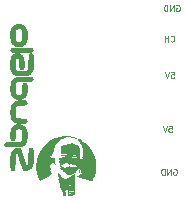
<source format=gbo>
%TF.GenerationSoftware,KiCad,Pcbnew,8.0.5*%
%TF.CreationDate,2025-02-24T22:08:56-06:00*%
%TF.ProjectId,spudglo_driver_mini_v1p0,73707564-676c-46f5-9f64-72697665725f,rev?*%
%TF.SameCoordinates,Original*%
%TF.FileFunction,Legend,Bot*%
%TF.FilePolarity,Positive*%
%FSLAX46Y46*%
G04 Gerber Fmt 4.6, Leading zero omitted, Abs format (unit mm)*
G04 Created by KiCad (PCBNEW 8.0.5) date 2025-02-24 22:08:56*
%MOMM*%
%LPD*%
G01*
G04 APERTURE LIST*
%ADD10C,0.125000*%
%ADD11C,0.000000*%
%ADD12C,2.000000*%
%ADD13C,2.600000*%
%ADD14O,1.700000X1.700000*%
%ADD15R,1.700000X1.700000*%
G04 APERTURE END LIST*
D10*
X205660952Y-55918619D02*
X205708571Y-55894809D01*
X205708571Y-55894809D02*
X205780000Y-55894809D01*
X205780000Y-55894809D02*
X205851428Y-55918619D01*
X205851428Y-55918619D02*
X205899047Y-55966238D01*
X205899047Y-55966238D02*
X205922857Y-56013857D01*
X205922857Y-56013857D02*
X205946666Y-56109095D01*
X205946666Y-56109095D02*
X205946666Y-56180523D01*
X205946666Y-56180523D02*
X205922857Y-56275761D01*
X205922857Y-56275761D02*
X205899047Y-56323380D01*
X205899047Y-56323380D02*
X205851428Y-56371000D01*
X205851428Y-56371000D02*
X205780000Y-56394809D01*
X205780000Y-56394809D02*
X205732381Y-56394809D01*
X205732381Y-56394809D02*
X205660952Y-56371000D01*
X205660952Y-56371000D02*
X205637143Y-56347190D01*
X205637143Y-56347190D02*
X205637143Y-56180523D01*
X205637143Y-56180523D02*
X205732381Y-56180523D01*
X205422857Y-56394809D02*
X205422857Y-55894809D01*
X205422857Y-55894809D02*
X205137143Y-56394809D01*
X205137143Y-56394809D02*
X205137143Y-55894809D01*
X204899047Y-56394809D02*
X204899047Y-55894809D01*
X204899047Y-55894809D02*
X204779999Y-55894809D01*
X204779999Y-55894809D02*
X204708571Y-55918619D01*
X204708571Y-55918619D02*
X204660952Y-55966238D01*
X204660952Y-55966238D02*
X204637142Y-56013857D01*
X204637142Y-56013857D02*
X204613333Y-56109095D01*
X204613333Y-56109095D02*
X204613333Y-56180523D01*
X204613333Y-56180523D02*
X204637142Y-56275761D01*
X204637142Y-56275761D02*
X204660952Y-56323380D01*
X204660952Y-56323380D02*
X204708571Y-56371000D01*
X204708571Y-56371000D02*
X204779999Y-56394809D01*
X204779999Y-56394809D02*
X204899047Y-56394809D01*
X205177143Y-58927190D02*
X205200952Y-58951000D01*
X205200952Y-58951000D02*
X205272381Y-58974809D01*
X205272381Y-58974809D02*
X205320000Y-58974809D01*
X205320000Y-58974809D02*
X205391428Y-58951000D01*
X205391428Y-58951000D02*
X205439047Y-58903380D01*
X205439047Y-58903380D02*
X205462857Y-58855761D01*
X205462857Y-58855761D02*
X205486666Y-58760523D01*
X205486666Y-58760523D02*
X205486666Y-58689095D01*
X205486666Y-58689095D02*
X205462857Y-58593857D01*
X205462857Y-58593857D02*
X205439047Y-58546238D01*
X205439047Y-58546238D02*
X205391428Y-58498619D01*
X205391428Y-58498619D02*
X205320000Y-58474809D01*
X205320000Y-58474809D02*
X205272381Y-58474809D01*
X205272381Y-58474809D02*
X205200952Y-58498619D01*
X205200952Y-58498619D02*
X205177143Y-58522428D01*
X204962857Y-58974809D02*
X204962857Y-58474809D01*
X204962857Y-58712904D02*
X204677143Y-58712904D01*
X204677143Y-58974809D02*
X204677143Y-58474809D01*
X205185237Y-61554809D02*
X205423332Y-61554809D01*
X205423332Y-61554809D02*
X205447141Y-61792904D01*
X205447141Y-61792904D02*
X205423332Y-61769095D01*
X205423332Y-61769095D02*
X205375713Y-61745285D01*
X205375713Y-61745285D02*
X205256665Y-61745285D01*
X205256665Y-61745285D02*
X205209046Y-61769095D01*
X205209046Y-61769095D02*
X205185237Y-61792904D01*
X205185237Y-61792904D02*
X205161427Y-61840523D01*
X205161427Y-61840523D02*
X205161427Y-61959571D01*
X205161427Y-61959571D02*
X205185237Y-62007190D01*
X205185237Y-62007190D02*
X205209046Y-62031000D01*
X205209046Y-62031000D02*
X205256665Y-62054809D01*
X205256665Y-62054809D02*
X205375713Y-62054809D01*
X205375713Y-62054809D02*
X205423332Y-62031000D01*
X205423332Y-62031000D02*
X205447141Y-62007190D01*
X205018570Y-61554809D02*
X204851904Y-62054809D01*
X204851904Y-62054809D02*
X204685237Y-61554809D01*
X205005237Y-66124809D02*
X205243332Y-66124809D01*
X205243332Y-66124809D02*
X205267141Y-66362904D01*
X205267141Y-66362904D02*
X205243332Y-66339095D01*
X205243332Y-66339095D02*
X205195713Y-66315285D01*
X205195713Y-66315285D02*
X205076665Y-66315285D01*
X205076665Y-66315285D02*
X205029046Y-66339095D01*
X205029046Y-66339095D02*
X205005237Y-66362904D01*
X205005237Y-66362904D02*
X204981427Y-66410523D01*
X204981427Y-66410523D02*
X204981427Y-66529571D01*
X204981427Y-66529571D02*
X205005237Y-66577190D01*
X205005237Y-66577190D02*
X205029046Y-66601000D01*
X205029046Y-66601000D02*
X205076665Y-66624809D01*
X205076665Y-66624809D02*
X205195713Y-66624809D01*
X205195713Y-66624809D02*
X205243332Y-66601000D01*
X205243332Y-66601000D02*
X205267141Y-66577190D01*
X204838570Y-66124809D02*
X204671904Y-66624809D01*
X204671904Y-66624809D02*
X204505237Y-66124809D01*
X205410952Y-69788619D02*
X205458571Y-69764809D01*
X205458571Y-69764809D02*
X205530000Y-69764809D01*
X205530000Y-69764809D02*
X205601428Y-69788619D01*
X205601428Y-69788619D02*
X205649047Y-69836238D01*
X205649047Y-69836238D02*
X205672857Y-69883857D01*
X205672857Y-69883857D02*
X205696666Y-69979095D01*
X205696666Y-69979095D02*
X205696666Y-70050523D01*
X205696666Y-70050523D02*
X205672857Y-70145761D01*
X205672857Y-70145761D02*
X205649047Y-70193380D01*
X205649047Y-70193380D02*
X205601428Y-70241000D01*
X205601428Y-70241000D02*
X205530000Y-70264809D01*
X205530000Y-70264809D02*
X205482381Y-70264809D01*
X205482381Y-70264809D02*
X205410952Y-70241000D01*
X205410952Y-70241000D02*
X205387143Y-70217190D01*
X205387143Y-70217190D02*
X205387143Y-70050523D01*
X205387143Y-70050523D02*
X205482381Y-70050523D01*
X205172857Y-70264809D02*
X205172857Y-69764809D01*
X205172857Y-69764809D02*
X204887143Y-70264809D01*
X204887143Y-70264809D02*
X204887143Y-69764809D01*
X204649047Y-70264809D02*
X204649047Y-69764809D01*
X204649047Y-69764809D02*
X204529999Y-69764809D01*
X204529999Y-69764809D02*
X204458571Y-69788619D01*
X204458571Y-69788619D02*
X204410952Y-69836238D01*
X204410952Y-69836238D02*
X204387142Y-69883857D01*
X204387142Y-69883857D02*
X204363333Y-69979095D01*
X204363333Y-69979095D02*
X204363333Y-70050523D01*
X204363333Y-70050523D02*
X204387142Y-70145761D01*
X204387142Y-70145761D02*
X204410952Y-70193380D01*
X204410952Y-70193380D02*
X204458571Y-70241000D01*
X204458571Y-70241000D02*
X204529999Y-70264809D01*
X204529999Y-70264809D02*
X204649047Y-70264809D01*
D11*
%TO.C,G\u002A\u002A\u002A*%
G36*
X193905977Y-58024151D02*
G01*
X193910637Y-58030098D01*
X193910459Y-58031561D01*
X193904513Y-58036220D01*
X193903050Y-58036042D01*
X193898391Y-58030097D01*
X193898568Y-58028632D01*
X193904513Y-58023973D01*
X193905977Y-58024151D01*
G37*
G36*
X193905977Y-61183843D02*
G01*
X193910638Y-61189788D01*
X193910459Y-61191252D01*
X193904513Y-61195912D01*
X193903050Y-61195734D01*
X193898391Y-61189788D01*
X193898568Y-61188325D01*
X193904513Y-61183665D01*
X193905977Y-61183843D01*
G37*
G36*
X193905977Y-64343534D02*
G01*
X193910637Y-64349480D01*
X193910459Y-64350943D01*
X193904513Y-64355603D01*
X193903050Y-64355425D01*
X193898390Y-64349480D01*
X193898568Y-64348016D01*
X193904513Y-64343356D01*
X193905977Y-64343534D01*
G37*
G36*
X193905977Y-67497102D02*
G01*
X193910638Y-67503048D01*
X193910459Y-67504511D01*
X193904513Y-67509171D01*
X193903050Y-67508993D01*
X193898391Y-67503048D01*
X193898568Y-67501584D01*
X193904513Y-67496924D01*
X193905977Y-67497102D01*
G37*
G36*
X192779332Y-63964769D02*
G01*
X192795785Y-63965029D01*
X192839955Y-63965951D01*
X192874387Y-63967356D01*
X192900982Y-63969656D01*
X192921641Y-63973265D01*
X192938263Y-63978598D01*
X192952753Y-63986068D01*
X192967010Y-63996088D01*
X192982937Y-64009073D01*
X193001307Y-64024497D01*
X192822197Y-64024718D01*
X192643086Y-64024938D01*
X192643086Y-63993811D01*
X192643086Y-63962685D01*
X192779332Y-63964769D01*
G37*
G36*
X192855141Y-64031108D02*
G01*
X192903542Y-64031418D01*
X192941324Y-64032056D01*
X192969513Y-64033062D01*
X192989128Y-64034479D01*
X193001192Y-64036350D01*
X193006727Y-64038716D01*
X193007126Y-64039129D01*
X193015859Y-64051920D01*
X193026491Y-64072347D01*
X193037311Y-64096590D01*
X193046605Y-64120829D01*
X193052665Y-64141242D01*
X193055906Y-64172050D01*
X193051447Y-64213775D01*
X193038554Y-64256483D01*
X193018238Y-64297018D01*
X192991512Y-64332221D01*
X192977379Y-64346278D01*
X192957620Y-64362114D01*
X192935795Y-64374473D01*
X192910216Y-64383802D01*
X192879186Y-64390551D01*
X192841013Y-64395167D01*
X192794005Y-64398100D01*
X192736468Y-64399799D01*
X192643086Y-64401613D01*
X192643086Y-64216337D01*
X192643086Y-64031061D01*
X192821103Y-64031061D01*
X192855141Y-64031108D01*
G37*
G36*
X192422905Y-59488184D02*
G01*
X192536627Y-59488357D01*
X192662007Y-59488636D01*
X193423824Y-59490536D01*
X193451379Y-59503900D01*
X193489319Y-59528580D01*
X193520578Y-59562691D01*
X193543596Y-59604727D01*
X193557817Y-59653661D01*
X193562682Y-59708468D01*
X193562308Y-59722484D01*
X193553972Y-59772519D01*
X193534591Y-59817350D01*
X193504034Y-59857310D01*
X193485896Y-59874893D01*
X193466308Y-59891681D01*
X193450485Y-59903053D01*
X193428158Y-59916328D01*
X192587082Y-59914690D01*
X192514545Y-59914558D01*
X192401108Y-59914380D01*
X192298935Y-59914228D01*
X192207407Y-59914067D01*
X192125907Y-59913858D01*
X192053817Y-59913567D01*
X191990519Y-59913156D01*
X191935394Y-59912589D01*
X191887825Y-59911830D01*
X191847194Y-59910844D01*
X191812883Y-59909592D01*
X191784273Y-59908039D01*
X191760747Y-59906149D01*
X191741688Y-59903885D01*
X191726476Y-59901210D01*
X191714494Y-59898089D01*
X191705124Y-59894485D01*
X191697748Y-59890362D01*
X191691749Y-59885683D01*
X191686506Y-59880412D01*
X191681404Y-59874512D01*
X191675824Y-59867948D01*
X191669148Y-59860682D01*
X191648060Y-59836616D01*
X191627837Y-59804025D01*
X191613868Y-59766090D01*
X191613649Y-59765281D01*
X191610773Y-59744749D01*
X191610014Y-59716611D01*
X191611136Y-59684831D01*
X191613899Y-59653371D01*
X191618067Y-59626197D01*
X191623401Y-59607270D01*
X191629117Y-59595030D01*
X191652372Y-59557822D01*
X191680402Y-59528147D01*
X191711122Y-59508354D01*
X191715515Y-59506580D01*
X191725045Y-59503702D01*
X191737398Y-59501112D01*
X191753164Y-59498800D01*
X191772931Y-59496751D01*
X191797289Y-59494955D01*
X191826827Y-59493398D01*
X191862132Y-59492071D01*
X191903794Y-59490959D01*
X191952403Y-59490050D01*
X192008547Y-59489332D01*
X192072815Y-59488793D01*
X192145796Y-59488422D01*
X192228079Y-59488204D01*
X192320252Y-59488129D01*
X192422905Y-59488184D01*
G37*
G36*
X192636963Y-63994321D02*
G01*
X192636963Y-64024938D01*
X192393556Y-64026396D01*
X192150150Y-64027855D01*
X192393556Y-64029528D01*
X192636963Y-64031202D01*
X192636963Y-64217530D01*
X192636963Y-64403858D01*
X192427235Y-64405756D01*
X192217508Y-64407652D01*
X192186889Y-64425257D01*
X192154525Y-64448289D01*
X192120620Y-64481028D01*
X192090062Y-64519030D01*
X192065961Y-64558862D01*
X192043517Y-64603667D01*
X192039409Y-64894498D01*
X192038588Y-64957096D01*
X192037869Y-65032495D01*
X192037699Y-65097333D01*
X192038173Y-65152581D01*
X192039388Y-65199209D01*
X192041439Y-65238184D01*
X192044423Y-65270479D01*
X192048435Y-65297060D01*
X192053571Y-65318899D01*
X192059928Y-65336964D01*
X192067600Y-65352226D01*
X192076685Y-65365654D01*
X192087278Y-65378218D01*
X192107192Y-65397603D01*
X192149118Y-65428841D01*
X192198181Y-65455958D01*
X192251186Y-65477027D01*
X192253633Y-65477807D01*
X192263393Y-65480644D01*
X192273880Y-65483041D01*
X192286246Y-65485059D01*
X192301643Y-65486757D01*
X192321222Y-65488196D01*
X192346135Y-65489435D01*
X192377535Y-65490535D01*
X192416574Y-65491556D01*
X192464402Y-65492557D01*
X192522173Y-65493599D01*
X192591037Y-65494742D01*
X192647503Y-65495671D01*
X192712286Y-65496845D01*
X192766731Y-65498079D01*
X192811924Y-65499509D01*
X192848951Y-65501270D01*
X192878900Y-65503500D01*
X192902855Y-65506334D01*
X192921905Y-65509907D01*
X192937135Y-65514357D01*
X192949631Y-65519819D01*
X192960481Y-65526429D01*
X192970769Y-65534323D01*
X192981584Y-65543638D01*
X192983001Y-65544896D01*
X193016150Y-65582400D01*
X193038721Y-65625937D01*
X193050579Y-65675142D01*
X193051584Y-65729649D01*
X193048486Y-65754709D01*
X193034414Y-65803980D01*
X193010376Y-65846203D01*
X192976501Y-65881184D01*
X192932918Y-65908729D01*
X192897209Y-65926264D01*
X192563481Y-65926264D01*
X192562206Y-65926264D01*
X192487657Y-65926246D01*
X192424154Y-65926141D01*
X192370513Y-65925875D01*
X192325554Y-65925370D01*
X192288093Y-65924552D01*
X192256949Y-65923344D01*
X192230938Y-65921672D01*
X192208879Y-65919458D01*
X192189589Y-65916627D01*
X192171886Y-65913104D01*
X192154586Y-65908814D01*
X192136509Y-65903678D01*
X192116472Y-65897623D01*
X192108470Y-65895138D01*
X192020659Y-65862070D01*
X191938965Y-65820562D01*
X191864633Y-65771427D01*
X191798906Y-65715479D01*
X191743030Y-65653531D01*
X191734165Y-65642333D01*
X191721877Y-65627280D01*
X191713800Y-65617981D01*
X191713413Y-65617567D01*
X191705079Y-65606052D01*
X191696135Y-65590426D01*
X191695718Y-65589607D01*
X191686838Y-65573688D01*
X191679031Y-65561919D01*
X191673250Y-65553112D01*
X191662290Y-65530691D01*
X191650470Y-65501099D01*
X191638801Y-65467339D01*
X191628295Y-65432417D01*
X191619962Y-65399338D01*
X191614814Y-65371106D01*
X191614009Y-65362038D01*
X191612911Y-65339072D01*
X191611951Y-65306152D01*
X191611131Y-65264656D01*
X191610451Y-65215959D01*
X191609911Y-65161442D01*
X191609512Y-65102481D01*
X191609254Y-65040452D01*
X191609138Y-64976737D01*
X191609164Y-64912709D01*
X191609332Y-64849748D01*
X191609643Y-64789232D01*
X191610098Y-64732538D01*
X191610697Y-64681044D01*
X191611440Y-64636126D01*
X191612328Y-64599164D01*
X191613363Y-64571534D01*
X191614542Y-64554615D01*
X191616816Y-64536958D01*
X191629865Y-64474472D01*
X191651215Y-64412313D01*
X191681951Y-64347138D01*
X191701996Y-64310923D01*
X191752635Y-64233325D01*
X191808511Y-64166345D01*
X191870357Y-64109360D01*
X191938907Y-64061746D01*
X192014893Y-64022879D01*
X192099049Y-63992133D01*
X192107114Y-63989711D01*
X192131870Y-63982779D01*
X192155640Y-63977186D01*
X192180079Y-63972792D01*
X192206839Y-63969457D01*
X192237576Y-63967041D01*
X192273942Y-63965402D01*
X192317592Y-63964401D01*
X192370180Y-63963897D01*
X192433359Y-63963750D01*
X192636963Y-63963703D01*
X192636963Y-63994321D01*
G37*
G36*
X192394303Y-57492455D02*
G01*
X192449361Y-57495385D01*
X192497729Y-57501121D01*
X192541507Y-57509871D01*
X192582796Y-57521842D01*
X192583996Y-57522246D01*
X192608144Y-57531137D01*
X192635882Y-57542449D01*
X192664718Y-57555027D01*
X192692149Y-57567719D01*
X192715682Y-57579372D01*
X192732818Y-57588832D01*
X192741061Y-57594945D01*
X192741736Y-57595673D01*
X192749927Y-57602400D01*
X192764867Y-57613664D01*
X192783925Y-57627467D01*
X192791608Y-57633066D01*
X192846670Y-57681399D01*
X192897095Y-57740644D01*
X192942598Y-57810316D01*
X192982897Y-57889929D01*
X193017709Y-57979000D01*
X193046749Y-58077042D01*
X193047301Y-58079223D01*
X193050174Y-58091313D01*
X193052556Y-58103471D01*
X193054492Y-58116915D01*
X193056026Y-58132862D01*
X193057204Y-58152530D01*
X193058070Y-58177138D01*
X193058669Y-58207903D01*
X193059047Y-58246042D01*
X193059248Y-58292776D01*
X193059318Y-58349320D01*
X193059301Y-58416893D01*
X193059290Y-58431605D01*
X193059117Y-58512653D01*
X193058713Y-58582770D01*
X193057999Y-58643080D01*
X193056907Y-58694708D01*
X193055357Y-58738780D01*
X193053280Y-58776420D01*
X193050600Y-58808756D01*
X193047242Y-58836913D01*
X193043134Y-58862013D01*
X193038202Y-58885185D01*
X193032370Y-58907553D01*
X193025566Y-58930242D01*
X193003786Y-58993896D01*
X192975509Y-59061448D01*
X192943646Y-59121564D01*
X192906789Y-59176849D01*
X192863530Y-59229910D01*
X192827194Y-59266021D01*
X192778839Y-59305174D01*
X192724719Y-59341795D01*
X192668155Y-59373656D01*
X192612469Y-59398522D01*
X192610583Y-59399240D01*
X192573007Y-59412765D01*
X192538823Y-59423133D01*
X192505430Y-59430735D01*
X192470227Y-59435962D01*
X192430611Y-59439204D01*
X192383979Y-59440853D01*
X192330791Y-59441275D01*
X192327729Y-59441299D01*
X192308942Y-59441238D01*
X192247496Y-59439985D01*
X192195200Y-59436763D01*
X192149687Y-59431113D01*
X192108588Y-59422570D01*
X192069536Y-59410671D01*
X192030161Y-59394955D01*
X191988097Y-59374958D01*
X191944831Y-59351502D01*
X191874277Y-59304591D01*
X191812154Y-59250727D01*
X191757749Y-59189055D01*
X191710350Y-59118716D01*
X191669248Y-59038854D01*
X191633726Y-58948612D01*
X191611580Y-58884316D01*
X191608760Y-58551927D01*
X192038324Y-58551927D01*
X192038462Y-58608869D01*
X192039018Y-58659539D01*
X192039988Y-58702445D01*
X192041370Y-58736094D01*
X192043161Y-58758995D01*
X192043777Y-58763841D01*
X192054084Y-58809627D01*
X192071542Y-58854774D01*
X192094580Y-58896388D01*
X192121624Y-58931573D01*
X192151096Y-58957437D01*
X192161819Y-58964399D01*
X192188919Y-58979330D01*
X192216440Y-58989718D01*
X192247308Y-58996267D01*
X192284450Y-58999680D01*
X192330791Y-59000661D01*
X192347100Y-59000625D01*
X192377730Y-59000135D01*
X192400375Y-58998774D01*
X192418015Y-58996172D01*
X192433629Y-58991955D01*
X192450198Y-58985751D01*
X192471989Y-58975798D01*
X192512908Y-58949149D01*
X192547045Y-58914212D01*
X192575363Y-58869875D01*
X192598829Y-58815035D01*
X192615456Y-58767971D01*
X192613878Y-58478222D01*
X192613508Y-58425889D01*
X192612894Y-58368036D01*
X192612113Y-58313926D01*
X192611191Y-58264976D01*
X192610161Y-58222605D01*
X192609054Y-58188228D01*
X192607899Y-58163263D01*
X192606729Y-58149128D01*
X192600094Y-58116262D01*
X192580721Y-58064735D01*
X192552020Y-58019578D01*
X192515008Y-57981965D01*
X192470701Y-57953067D01*
X192420118Y-57934055D01*
X192415706Y-57933032D01*
X192390601Y-57929449D01*
X192358923Y-57927416D01*
X192323798Y-57926873D01*
X192288354Y-57927753D01*
X192255719Y-57929994D01*
X192229020Y-57933531D01*
X192211384Y-57938303D01*
X192209626Y-57939089D01*
X192162697Y-57964660D01*
X192124459Y-57995952D01*
X192092817Y-58035062D01*
X192065677Y-58084085D01*
X192046562Y-58124933D01*
X192042201Y-58284181D01*
X192042009Y-58291271D01*
X192040447Y-58358385D01*
X192039313Y-58425192D01*
X192038607Y-58490203D01*
X192038324Y-58551927D01*
X191608760Y-58551927D01*
X191608151Y-58480169D01*
X191607890Y-58449857D01*
X191607280Y-58382111D01*
X191606671Y-58318467D01*
X191606074Y-58259944D01*
X191605501Y-58207558D01*
X191604964Y-58162329D01*
X191604475Y-58125274D01*
X191604045Y-58097411D01*
X191603687Y-58079759D01*
X191603412Y-58073336D01*
X191603390Y-58072182D01*
X191606062Y-58061915D01*
X191612231Y-58043127D01*
X191621095Y-58017953D01*
X191631856Y-57988532D01*
X191643712Y-57957001D01*
X191655864Y-57925496D01*
X191667509Y-57896156D01*
X191677850Y-57871117D01*
X191686086Y-57852518D01*
X191692758Y-57839096D01*
X191720137Y-57792689D01*
X191753757Y-57745351D01*
X191790437Y-57701317D01*
X191826998Y-57664824D01*
X191829197Y-57662892D01*
X191858065Y-57639268D01*
X191890468Y-57615272D01*
X191923253Y-57593049D01*
X191953262Y-57574748D01*
X191977343Y-57562515D01*
X191983223Y-57559991D01*
X192003474Y-57551026D01*
X192024619Y-57541382D01*
X192033102Y-57537809D01*
X192055851Y-57529658D01*
X192084027Y-57520746D01*
X192113408Y-57512448D01*
X192137751Y-57506436D01*
X192160584Y-57501918D01*
X192184591Y-57498615D01*
X192212541Y-57496221D01*
X192247201Y-57494435D01*
X192291340Y-57492952D01*
X192330454Y-57492119D01*
X192394303Y-57492455D01*
G37*
G36*
X192388147Y-65971214D02*
G01*
X192426785Y-65972618D01*
X192458568Y-65974839D01*
X192480815Y-65977874D01*
X192533273Y-65990292D01*
X192621940Y-66019448D01*
X192702153Y-66057331D01*
X192774297Y-66104253D01*
X192838760Y-66160527D01*
X192895932Y-66226465D01*
X192946195Y-66302379D01*
X192989941Y-66388583D01*
X192994707Y-66399431D01*
X193007955Y-66431313D01*
X193019369Y-66462283D01*
X193029054Y-66493436D01*
X193037113Y-66525867D01*
X193043652Y-66560673D01*
X193048776Y-66598948D01*
X193052589Y-66641786D01*
X193055196Y-66690287D01*
X193056703Y-66745544D01*
X193057214Y-66808651D01*
X193056834Y-66880706D01*
X193055668Y-66962803D01*
X193053820Y-67056037D01*
X193052288Y-67123141D01*
X193050539Y-67189363D01*
X193048704Y-67245439D01*
X193046688Y-67292489D01*
X193044398Y-67331634D01*
X193041739Y-67363995D01*
X193038618Y-67390692D01*
X193034939Y-67412845D01*
X193030610Y-67431573D01*
X193025535Y-67448000D01*
X193019621Y-67463245D01*
X193012383Y-67480167D01*
X192989949Y-67529786D01*
X192968704Y-67571186D01*
X192946897Y-67607078D01*
X192922771Y-67640171D01*
X192894569Y-67673176D01*
X192860535Y-67708803D01*
X192842529Y-67726727D01*
X192799141Y-67767374D01*
X192758962Y-67800373D01*
X192719263Y-67827470D01*
X192677312Y-67850410D01*
X192630377Y-67870937D01*
X192575728Y-67890798D01*
X192561713Y-67895529D01*
X192544861Y-67901056D01*
X192528765Y-67905931D01*
X192512612Y-67910195D01*
X192495589Y-67913888D01*
X192476885Y-67917051D01*
X192455686Y-67919726D01*
X192431179Y-67921954D01*
X192402552Y-67923774D01*
X192368992Y-67925230D01*
X192329688Y-67926361D01*
X192283823Y-67927208D01*
X192230589Y-67927812D01*
X192169171Y-67928214D01*
X192098757Y-67928456D01*
X192018535Y-67928579D01*
X191927690Y-67928621D01*
X191825412Y-67928626D01*
X191792991Y-67928626D01*
X191699207Y-67928612D01*
X191616667Y-67928572D01*
X191544615Y-67928488D01*
X191482292Y-67928346D01*
X191428939Y-67928132D01*
X191383797Y-67927830D01*
X191346108Y-67927425D01*
X191315112Y-67926903D01*
X191290052Y-67926249D01*
X191270169Y-67925448D01*
X191254704Y-67924485D01*
X191242897Y-67923345D01*
X191233992Y-67922014D01*
X191227228Y-67920477D01*
X191221849Y-67918718D01*
X191217093Y-67916724D01*
X191194560Y-67903937D01*
X191163147Y-67877968D01*
X191135014Y-67845869D01*
X191112950Y-67810962D01*
X191099732Y-67776569D01*
X191097459Y-67762061D01*
X191095522Y-67739253D01*
X191094576Y-67714306D01*
X191097139Y-67673442D01*
X191109821Y-67624914D01*
X191132877Y-67582713D01*
X191166085Y-67547221D01*
X191209216Y-67518821D01*
X191211854Y-67517561D01*
X191221064Y-67514255D01*
X191233449Y-67511283D01*
X191249708Y-67508616D01*
X191270538Y-67506227D01*
X191296638Y-67504087D01*
X191328705Y-67502168D01*
X191367435Y-67500441D01*
X191413530Y-67498877D01*
X191467684Y-67497449D01*
X191530597Y-67496128D01*
X191602964Y-67494885D01*
X191685486Y-67493692D01*
X191778859Y-67492521D01*
X191883780Y-67491343D01*
X191902206Y-67491145D01*
X191992957Y-67490160D01*
X192072465Y-67489243D01*
X192141574Y-67488342D01*
X192201128Y-67487404D01*
X192251972Y-67486376D01*
X192294949Y-67485203D01*
X192330903Y-67483833D01*
X192360679Y-67482212D01*
X192385121Y-67480287D01*
X192405072Y-67478005D01*
X192421377Y-67475312D01*
X192434880Y-67472155D01*
X192446425Y-67468481D01*
X192456856Y-67464237D01*
X192467018Y-67459368D01*
X192477754Y-67453822D01*
X192482838Y-67451020D01*
X192509952Y-67432052D01*
X192537676Y-67407106D01*
X192563199Y-67379198D01*
X192583712Y-67351343D01*
X192596405Y-67326552D01*
X192597597Y-67322989D01*
X192602490Y-67303501D01*
X192606555Y-67278015D01*
X192609823Y-67245752D01*
X192612325Y-67205933D01*
X192614088Y-67157778D01*
X192615146Y-67100508D01*
X192615529Y-67033342D01*
X192615267Y-66955503D01*
X192614390Y-66866211D01*
X192611258Y-66612088D01*
X192585839Y-66560042D01*
X192578703Y-66546067D01*
X192549454Y-66500479D01*
X192515437Y-66465354D01*
X192475285Y-66439760D01*
X192427635Y-66422762D01*
X192371119Y-66413430D01*
X192339053Y-66411160D01*
X192298852Y-66411427D01*
X192258242Y-66415899D01*
X192208207Y-66426528D01*
X192165339Y-66443106D01*
X192130332Y-66466594D01*
X192101705Y-66498291D01*
X192077981Y-66539491D01*
X192057682Y-66591486D01*
X192040781Y-66642705D01*
X192037127Y-66951939D01*
X192036834Y-66977024D01*
X192036061Y-67044042D01*
X192035328Y-67100320D01*
X192034499Y-67146986D01*
X192033440Y-67185166D01*
X192032010Y-67215987D01*
X192030074Y-67240576D01*
X192027495Y-67260061D01*
X192024136Y-67275568D01*
X192019859Y-67288225D01*
X192014529Y-67299158D01*
X192008007Y-67309495D01*
X192000158Y-67320361D01*
X191990843Y-67332885D01*
X191980580Y-67345779D01*
X191944415Y-67378760D01*
X191901823Y-67401691D01*
X191853818Y-67414127D01*
X191801418Y-67415625D01*
X191778516Y-67412899D01*
X191751664Y-67407673D01*
X191730695Y-67401456D01*
X191714806Y-67393912D01*
X191694889Y-67382451D01*
X191674548Y-67369292D01*
X191656570Y-67356340D01*
X191643739Y-67345500D01*
X191638843Y-67338678D01*
X191638842Y-67338612D01*
X191634941Y-67331094D01*
X191625754Y-67319852D01*
X191624701Y-67318697D01*
X191621237Y-67314115D01*
X191618426Y-67308099D01*
X191616140Y-67299299D01*
X191614256Y-67286362D01*
X191612646Y-67267939D01*
X191611186Y-67242678D01*
X191609749Y-67209230D01*
X191608210Y-67166239D01*
X191606442Y-67112359D01*
X191605131Y-67066836D01*
X191603355Y-66952329D01*
X191603960Y-66838729D01*
X191606954Y-66719576D01*
X191613689Y-66520237D01*
X191635604Y-66459856D01*
X191637428Y-66454891D01*
X191648109Y-66427411D01*
X191660552Y-66397408D01*
X191673707Y-66367198D01*
X191686521Y-66339097D01*
X191697944Y-66315421D01*
X191706925Y-66298486D01*
X191712413Y-66290608D01*
X191712544Y-66290500D01*
X191717921Y-66283641D01*
X191727647Y-66269468D01*
X191739714Y-66250906D01*
X191756129Y-66226873D01*
X191785231Y-66190005D01*
X191817032Y-66155138D01*
X191848764Y-66125235D01*
X191877658Y-66103258D01*
X191888323Y-66096271D01*
X191901751Y-66086951D01*
X191908274Y-66081667D01*
X191913629Y-66077475D01*
X191928756Y-66068639D01*
X191950814Y-66057099D01*
X191977341Y-66044029D01*
X192005874Y-66030609D01*
X192033950Y-66018018D01*
X192059107Y-66007434D01*
X192078882Y-66000034D01*
X192079795Y-65999732D01*
X192110383Y-65991039D01*
X192145493Y-65983079D01*
X192177706Y-65977543D01*
X192186021Y-65976539D01*
X192218695Y-65973816D01*
X192257928Y-65971927D01*
X192301035Y-65970864D01*
X192345336Y-65970628D01*
X192388147Y-65971214D01*
G37*
G36*
X192373337Y-67973415D02*
G01*
X192404987Y-67981916D01*
X192419331Y-67988014D01*
X192434082Y-67994919D01*
X192441013Y-67999050D01*
X192441939Y-67999980D01*
X192450514Y-68006843D01*
X192463961Y-68016587D01*
X192472732Y-68023396D01*
X192491726Y-68043525D01*
X192509985Y-68071114D01*
X192528128Y-68107330D01*
X192546770Y-68153339D01*
X192566530Y-68210304D01*
X192566934Y-68211535D01*
X192571570Y-68225328D01*
X192579505Y-68248686D01*
X192590150Y-68279882D01*
X192602914Y-68317184D01*
X192617205Y-68358864D01*
X192632432Y-68403192D01*
X192636458Y-68414915D01*
X192652353Y-68461396D01*
X192671095Y-68516448D01*
X192691888Y-68577719D01*
X192713935Y-68642857D01*
X192736441Y-68709511D01*
X192758608Y-68775328D01*
X192779641Y-68837956D01*
X192804453Y-68911869D01*
X192840291Y-69018246D01*
X192872375Y-69112968D01*
X192900702Y-69196037D01*
X192925277Y-69267452D01*
X192946097Y-69327216D01*
X192963163Y-69375330D01*
X192976475Y-69411793D01*
X192986035Y-69436608D01*
X192991842Y-69449776D01*
X192999464Y-69458651D01*
X193009218Y-69457064D01*
X193015801Y-69452529D01*
X193032076Y-69436199D01*
X193050615Y-69412655D01*
X193069651Y-69384594D01*
X193087416Y-69354712D01*
X193102140Y-69325708D01*
X193112054Y-69300274D01*
X193114306Y-69291674D01*
X193117779Y-69272534D01*
X193120837Y-69247133D01*
X193123499Y-69214873D01*
X193125783Y-69175156D01*
X193127709Y-69127383D01*
X193129295Y-69070956D01*
X193130560Y-69005276D01*
X193131521Y-68929746D01*
X193132200Y-68843766D01*
X193132613Y-68746736D01*
X193132779Y-68638063D01*
X193132828Y-68583697D01*
X193133050Y-68494886D01*
X193133472Y-68417115D01*
X193134126Y-68349611D01*
X193135042Y-68291597D01*
X193136252Y-68242300D01*
X193137790Y-68200944D01*
X193139684Y-68166755D01*
X193141967Y-68138958D01*
X193144671Y-68116778D01*
X193147827Y-68099441D01*
X193151464Y-68086170D01*
X193155619Y-68076193D01*
X193155738Y-68075964D01*
X193171180Y-68053840D01*
X193193919Y-68030294D01*
X193220114Y-68008861D01*
X193245924Y-67993077D01*
X193255009Y-67989004D01*
X193296500Y-67977008D01*
X193341138Y-67973099D01*
X193386527Y-67976741D01*
X193430266Y-67987396D01*
X193469961Y-68004530D01*
X193503213Y-68027606D01*
X193527625Y-68056087D01*
X193529368Y-68058859D01*
X193538330Y-68071904D01*
X193544454Y-68078968D01*
X193544959Y-68079361D01*
X193547671Y-68083022D01*
X193550079Y-68089550D01*
X193552201Y-68099614D01*
X193554054Y-68113885D01*
X193555652Y-68133033D01*
X193557017Y-68157728D01*
X193558165Y-68188639D01*
X193559112Y-68226437D01*
X193559877Y-68271792D01*
X193560476Y-68325374D01*
X193560927Y-68387852D01*
X193561248Y-68459897D01*
X193561456Y-68542179D01*
X193561568Y-68635367D01*
X193561601Y-68740132D01*
X193561601Y-69332584D01*
X193546522Y-69384620D01*
X193524456Y-69453233D01*
X193487638Y-69542760D01*
X193444344Y-69622303D01*
X193394164Y-69692343D01*
X193336688Y-69753354D01*
X193271504Y-69805821D01*
X193198204Y-69850220D01*
X193116377Y-69887030D01*
X193108513Y-69890043D01*
X193076147Y-69901918D01*
X193048283Y-69910752D01*
X193022132Y-69916987D01*
X192994903Y-69921068D01*
X192963805Y-69923438D01*
X192926047Y-69924542D01*
X192878838Y-69924824D01*
X192840123Y-69924720D01*
X192804353Y-69923948D01*
X192776765Y-69921901D01*
X192755168Y-69917977D01*
X192737369Y-69911573D01*
X192721179Y-69902086D01*
X192704405Y-69888913D01*
X192684857Y-69871452D01*
X192684030Y-69870694D01*
X192672765Y-69859686D01*
X192663644Y-69848537D01*
X192655460Y-69834954D01*
X192647005Y-69816641D01*
X192637072Y-69791305D01*
X192624455Y-69756650D01*
X192619542Y-69742910D01*
X192608013Y-69710427D01*
X192597741Y-69681165D01*
X192589692Y-69657890D01*
X192584834Y-69643368D01*
X192583198Y-69638358D01*
X192577213Y-69620546D01*
X192568238Y-69594183D01*
X192556965Y-69561286D01*
X192544084Y-69523878D01*
X192530287Y-69483978D01*
X192522048Y-69460151D01*
X192510876Y-69427678D01*
X192498618Y-69391873D01*
X192485018Y-69351981D01*
X192469825Y-69307251D01*
X192452783Y-69256930D01*
X192433638Y-69200263D01*
X192412136Y-69136500D01*
X192388020Y-69064887D01*
X192361040Y-68984670D01*
X192330939Y-68895097D01*
X192297463Y-68795414D01*
X192260358Y-68684870D01*
X192250798Y-68656417D01*
X192235260Y-68610318D01*
X192220876Y-68567815D01*
X192208190Y-68530510D01*
X192197749Y-68500008D01*
X192190098Y-68477914D01*
X192185786Y-68465830D01*
X192175944Y-68439678D01*
X192159985Y-68449784D01*
X192130211Y-68473595D01*
X192101618Y-68505383D01*
X192077774Y-68540769D01*
X192061942Y-68575564D01*
X192060619Y-68579734D01*
X192057462Y-68590800D01*
X192054669Y-68602886D01*
X192052209Y-68616791D01*
X192050053Y-68633321D01*
X192048169Y-68653274D01*
X192046527Y-68677454D01*
X192045097Y-68706663D01*
X192043849Y-68741703D01*
X192042752Y-68783374D01*
X192041776Y-68832483D01*
X192040892Y-68889826D01*
X192040067Y-68956209D01*
X192039272Y-69032432D01*
X192038477Y-69119298D01*
X192037651Y-69217609D01*
X192033127Y-69771780D01*
X192016790Y-69805702D01*
X191992403Y-69845964D01*
X191957914Y-69882013D01*
X191916404Y-69908255D01*
X191868521Y-69924294D01*
X191814916Y-69929728D01*
X191805815Y-69929561D01*
X191754012Y-69921937D01*
X191706536Y-69903485D01*
X191664839Y-69874935D01*
X191630370Y-69837015D01*
X191611288Y-69810400D01*
X191607554Y-69570647D01*
X191607213Y-69547092D01*
X191606521Y-69484950D01*
X191606024Y-69417393D01*
X191605713Y-69345598D01*
X191605580Y-69270743D01*
X191605617Y-69194006D01*
X191605815Y-69116564D01*
X191606165Y-69039594D01*
X191606660Y-68964275D01*
X191607290Y-68891782D01*
X191608047Y-68823293D01*
X191608922Y-68759989D01*
X191609910Y-68703042D01*
X191610998Y-68653633D01*
X191612180Y-68612938D01*
X191613447Y-68582135D01*
X191614790Y-68562402D01*
X191615900Y-68552177D01*
X191620116Y-68521325D01*
X191625174Y-68492402D01*
X191630210Y-68470550D01*
X191634259Y-68458577D01*
X191643218Y-68436154D01*
X191655236Y-68408443D01*
X191669188Y-68377809D01*
X191683952Y-68346616D01*
X191698402Y-68317228D01*
X191711415Y-68292010D01*
X191721867Y-68273326D01*
X191728633Y-68263541D01*
X191732974Y-68258469D01*
X191736818Y-68250592D01*
X191736959Y-68250055D01*
X191742485Y-68242548D01*
X191754772Y-68228695D01*
X191772053Y-68210296D01*
X191792561Y-68189154D01*
X191814531Y-68167070D01*
X191836192Y-68145847D01*
X191855782Y-68127285D01*
X191871534Y-68113188D01*
X191882325Y-68104449D01*
X191905438Y-68087547D01*
X191926644Y-68073959D01*
X191936441Y-68068252D01*
X191952534Y-68058456D01*
X191962484Y-68051830D01*
X191967429Y-68048565D01*
X191985888Y-68039210D01*
X192011634Y-68028288D01*
X192041524Y-68017016D01*
X192072414Y-68006608D01*
X192101162Y-67998277D01*
X192112565Y-67995402D01*
X192171907Y-67982755D01*
X192229600Y-67974128D01*
X192283699Y-67969626D01*
X192332260Y-67969353D01*
X192373337Y-67973415D01*
G37*
G36*
X193439132Y-61971785D02*
G01*
X193451474Y-61978313D01*
X193491785Y-62007972D01*
X193523353Y-62045599D01*
X193545651Y-62090218D01*
X193558153Y-62140855D01*
X193560333Y-62196534D01*
X193559749Y-62205920D01*
X193556108Y-62236641D01*
X193549020Y-62261834D01*
X193536897Y-62284715D01*
X193518147Y-62308501D01*
X193491182Y-62336405D01*
X193486056Y-62341564D01*
X193478128Y-62349908D01*
X193471066Y-62357245D01*
X193464099Y-62363647D01*
X193456455Y-62369188D01*
X193447363Y-62373938D01*
X193436053Y-62377969D01*
X193421752Y-62381353D01*
X193403690Y-62384161D01*
X193381095Y-62386466D01*
X193353196Y-62388339D01*
X193319222Y-62389851D01*
X193278402Y-62391076D01*
X193229964Y-62392084D01*
X193173137Y-62392947D01*
X193107151Y-62393737D01*
X193031233Y-62394525D01*
X192944612Y-62395385D01*
X192846518Y-62396386D01*
X192836648Y-62396491D01*
X192753858Y-62397434D01*
X192674143Y-62398452D01*
X192598420Y-62399527D01*
X192527606Y-62400645D01*
X192462618Y-62401784D01*
X192404373Y-62402927D01*
X192353788Y-62404056D01*
X192311782Y-62405155D01*
X192279270Y-62406204D01*
X192257170Y-62407185D01*
X192246400Y-62408082D01*
X192231492Y-62411511D01*
X192190850Y-62427941D01*
X192149447Y-62454133D01*
X192109551Y-62488752D01*
X192103248Y-62495111D01*
X192089178Y-62510072D01*
X192077194Y-62524740D01*
X192067140Y-62540161D01*
X192058858Y-62557378D01*
X192052194Y-62577437D01*
X192046993Y-62601382D01*
X192043097Y-62630259D01*
X192040351Y-62665112D01*
X192038600Y-62706985D01*
X192037686Y-62756924D01*
X192037457Y-62815974D01*
X192037753Y-62885179D01*
X192038421Y-62965583D01*
X192038901Y-63015607D01*
X192039531Y-63073624D01*
X192040192Y-63121494D01*
X192040942Y-63160426D01*
X192041836Y-63191627D01*
X192042931Y-63216306D01*
X192044285Y-63235671D01*
X192045953Y-63250931D01*
X192047994Y-63263294D01*
X192050463Y-63273968D01*
X192053419Y-63284160D01*
X192062936Y-63311854D01*
X192085143Y-63358890D01*
X192113160Y-63397165D01*
X192148626Y-63428685D01*
X192193178Y-63455459D01*
X192200635Y-63459191D01*
X192218530Y-63467440D01*
X192234349Y-63472790D01*
X192251672Y-63475993D01*
X192274080Y-63477799D01*
X192305155Y-63478961D01*
X192329770Y-63479428D01*
X192362781Y-63478633D01*
X192389942Y-63475622D01*
X192415156Y-63470078D01*
X192459260Y-63455401D01*
X192499141Y-63434516D01*
X192532099Y-63406879D01*
X192560268Y-63370663D01*
X192585784Y-63324038D01*
X192607781Y-63277719D01*
X192612915Y-63126244D01*
X192613273Y-63115410D01*
X192614820Y-63062214D01*
X192616197Y-63004915D01*
X192617321Y-62947595D01*
X192618111Y-62894341D01*
X192618486Y-62849239D01*
X192618575Y-62830902D01*
X192619359Y-62770129D01*
X192620952Y-62719980D01*
X192623484Y-62679194D01*
X192627084Y-62646505D01*
X192631882Y-62620649D01*
X192638007Y-62600361D01*
X192645588Y-62584378D01*
X192649268Y-62578294D01*
X192675152Y-62543476D01*
X192704674Y-62514963D01*
X192734938Y-62495629D01*
X192750166Y-62489256D01*
X192788763Y-62477920D01*
X192827659Y-62472219D01*
X192861834Y-62473047D01*
X192869830Y-62474382D01*
X192898687Y-62481380D01*
X192927730Y-62491126D01*
X192952856Y-62502112D01*
X192969965Y-62512829D01*
X192989373Y-62529930D01*
X193013981Y-62554278D01*
X193031050Y-62576568D01*
X193042239Y-62599727D01*
X193049207Y-62626679D01*
X193053611Y-62660349D01*
X193054382Y-62670070D01*
X193055763Y-62698039D01*
X193056904Y-62735581D01*
X193057802Y-62780907D01*
X193058460Y-62832228D01*
X193058877Y-62887755D01*
X193059053Y-62945699D01*
X193058988Y-63004271D01*
X193058683Y-63061681D01*
X193058137Y-63116141D01*
X193057351Y-63165861D01*
X193056325Y-63209053D01*
X193055060Y-63243927D01*
X193053556Y-63268694D01*
X193053522Y-63269077D01*
X193043498Y-63337215D01*
X193025501Y-63407461D01*
X193000557Y-63477768D01*
X192969696Y-63546089D01*
X192933944Y-63610377D01*
X192894329Y-63668584D01*
X192851879Y-63718664D01*
X192807622Y-63758568D01*
X192791628Y-63771060D01*
X192775703Y-63784170D01*
X192765916Y-63793043D01*
X192760066Y-63797958D01*
X192744677Y-63808143D01*
X192725752Y-63818756D01*
X192714279Y-63824834D01*
X192693116Y-63836820D01*
X192676765Y-63847006D01*
X192673363Y-63849329D01*
X192664212Y-63855245D01*
X192657112Y-63858214D01*
X192651787Y-63857077D01*
X192647962Y-63850667D01*
X192645362Y-63837824D01*
X192643712Y-63817384D01*
X192642735Y-63788185D01*
X192642158Y-63749067D01*
X192641706Y-63698865D01*
X192640326Y-63538125D01*
X192637114Y-63703316D01*
X192633901Y-63868506D01*
X192584913Y-63885153D01*
X192578375Y-63887347D01*
X192549967Y-63896057D01*
X192522447Y-63902753D01*
X192493626Y-63907678D01*
X192461319Y-63911077D01*
X192423337Y-63913195D01*
X192377494Y-63914276D01*
X192321606Y-63914563D01*
X192266960Y-63914239D01*
X192221181Y-63913061D01*
X192183207Y-63910668D01*
X192150799Y-63906698D01*
X192121722Y-63900791D01*
X192093736Y-63892586D01*
X192064606Y-63881720D01*
X192032092Y-63867835D01*
X192017984Y-63861686D01*
X192003688Y-63855769D01*
X191997098Y-63853482D01*
X191990023Y-63850804D01*
X191974628Y-63842240D01*
X191953465Y-63829196D01*
X191928719Y-63813123D01*
X191902576Y-63795471D01*
X191877219Y-63777693D01*
X191854835Y-63761238D01*
X191837606Y-63747557D01*
X191821165Y-63732828D01*
X191788706Y-63699726D01*
X191757768Y-63663433D01*
X191731176Y-63627373D01*
X191711752Y-63594969D01*
X191708185Y-63588092D01*
X191697289Y-63568549D01*
X191687869Y-63553433D01*
X191686021Y-63550274D01*
X191679189Y-63535799D01*
X191669662Y-63513498D01*
X191658453Y-63485964D01*
X191646572Y-63455790D01*
X191635033Y-63425568D01*
X191624848Y-63397892D01*
X191617027Y-63375352D01*
X191612584Y-63360545D01*
X191612328Y-63358980D01*
X191611495Y-63345982D01*
X191610783Y-63322350D01*
X191610189Y-63289345D01*
X191609711Y-63248226D01*
X191609345Y-63200253D01*
X191609088Y-63146686D01*
X191608940Y-63088783D01*
X191608895Y-63027805D01*
X191608952Y-62965011D01*
X191609107Y-62901661D01*
X191609356Y-62839015D01*
X191609701Y-62778332D01*
X191610135Y-62720872D01*
X191610656Y-62667894D01*
X191611262Y-62620660D01*
X191611949Y-62580425D01*
X191612715Y-62548452D01*
X191613558Y-62526001D01*
X191614473Y-62514330D01*
X191615772Y-62507551D01*
X191621580Y-62484870D01*
X191630154Y-62456746D01*
X191640469Y-62426046D01*
X191651497Y-62395639D01*
X191662215Y-62368395D01*
X191671597Y-62347183D01*
X191678618Y-62334870D01*
X191684825Y-62325661D01*
X191694914Y-62309021D01*
X191706421Y-62288945D01*
X191706585Y-62288650D01*
X191717456Y-62270017D01*
X191726363Y-62256253D01*
X191731392Y-62250320D01*
X191731531Y-62250252D01*
X191737579Y-62244338D01*
X191748586Y-62231439D01*
X191762272Y-62214219D01*
X191786267Y-62186944D01*
X191819193Y-62155543D01*
X191857212Y-62123619D01*
X191897327Y-62093683D01*
X191936539Y-62068249D01*
X191959872Y-62055170D01*
X192022808Y-62025360D01*
X192093418Y-61998536D01*
X192168520Y-61975962D01*
X192235878Y-61958279D01*
X192823727Y-61958279D01*
X193411577Y-61958279D01*
X193439132Y-61971785D01*
G37*
G36*
X193402107Y-59966211D02*
G01*
X193448257Y-59981140D01*
X193488241Y-60004070D01*
X193519920Y-60034196D01*
X193522465Y-60037311D01*
X193528895Y-60044737D01*
X193534585Y-60051156D01*
X193539581Y-60057304D01*
X193543926Y-60063916D01*
X193547667Y-60071729D01*
X193550848Y-60081480D01*
X193553512Y-60093905D01*
X193555705Y-60109739D01*
X193557474Y-60129721D01*
X193558860Y-60154585D01*
X193559911Y-60185069D01*
X193560669Y-60221908D01*
X193561179Y-60265841D01*
X193561487Y-60317600D01*
X193561638Y-60377925D01*
X193561675Y-60447551D01*
X193561644Y-60527214D01*
X193561590Y-60617652D01*
X193561557Y-60719599D01*
X193561512Y-61345936D01*
X193543496Y-61398417D01*
X193536094Y-61418972D01*
X193518403Y-61462713D01*
X193498057Y-61507478D01*
X193476178Y-61551173D01*
X193453893Y-61591703D01*
X193432324Y-61626973D01*
X193412601Y-61654889D01*
X193395843Y-61673357D01*
X193395761Y-61673429D01*
X193386354Y-61682778D01*
X193372101Y-61698121D01*
X193356054Y-61716174D01*
X193355253Y-61717088D01*
X193333962Y-61738485D01*
X193305219Y-61763623D01*
X193272012Y-61790199D01*
X193237328Y-61815908D01*
X193204153Y-61838444D01*
X193175474Y-61855504D01*
X193160766Y-61863089D01*
X193120319Y-61881052D01*
X193078449Y-61894914D01*
X193032474Y-61905328D01*
X192979710Y-61912951D01*
X192917472Y-61918436D01*
X192884633Y-61920202D01*
X192837631Y-61921798D01*
X192782119Y-61922965D01*
X192720077Y-61923700D01*
X192653486Y-61924003D01*
X192584326Y-61923869D01*
X192514577Y-61923300D01*
X192446219Y-61922291D01*
X192381236Y-61920843D01*
X192321606Y-61918952D01*
X192318610Y-61918840D01*
X192275206Y-61917159D01*
X192241634Y-61915590D01*
X192215622Y-61913817D01*
X192194902Y-61911524D01*
X192177203Y-61908397D01*
X192160255Y-61904118D01*
X192141788Y-61898373D01*
X192119533Y-61890845D01*
X192100276Y-61884083D01*
X192016063Y-61850118D01*
X191940418Y-61812093D01*
X191874504Y-61770651D01*
X191819484Y-61726427D01*
X191819376Y-61726326D01*
X191803443Y-61712128D01*
X191791026Y-61701989D01*
X191784805Y-61698099D01*
X191780375Y-61694652D01*
X191769298Y-61682922D01*
X191753071Y-61664300D01*
X191732982Y-61640267D01*
X191710315Y-61612305D01*
X191697445Y-61593274D01*
X191680059Y-61560449D01*
X191661418Y-61518472D01*
X191642206Y-61468901D01*
X191623104Y-61413294D01*
X191609222Y-61370430D01*
X191608804Y-60895864D01*
X191608764Y-60849537D01*
X191608719Y-60767783D01*
X191608729Y-60696961D01*
X191608814Y-60636203D01*
X191608993Y-60584640D01*
X191609287Y-60541401D01*
X191609713Y-60505618D01*
X191610292Y-60476420D01*
X191611043Y-60452942D01*
X191611986Y-60434310D01*
X191613140Y-60419657D01*
X191614524Y-60408115D01*
X191616157Y-60398810D01*
X191618060Y-60390877D01*
X191620251Y-60383446D01*
X191631730Y-60350949D01*
X191647027Y-60313644D01*
X191664146Y-60276089D01*
X191681269Y-60242268D01*
X191696580Y-60216163D01*
X191700620Y-60210195D01*
X191717519Y-60187188D01*
X191737571Y-60161976D01*
X191758217Y-60137608D01*
X191776898Y-60117132D01*
X191791055Y-60103598D01*
X191803114Y-60093252D01*
X191815549Y-60081670D01*
X191846241Y-60055737D01*
X191891709Y-60027710D01*
X191944830Y-60003563D01*
X192003194Y-59984366D01*
X192064395Y-59971187D01*
X192080335Y-59969137D01*
X192115493Y-59966479D01*
X192157305Y-59964965D01*
X192202629Y-59964566D01*
X192248322Y-59965260D01*
X192291237Y-59967017D01*
X192328233Y-59969812D01*
X192356166Y-59973619D01*
X192389525Y-59981531D01*
X192455139Y-60005156D01*
X192519451Y-60038279D01*
X192579885Y-60079262D01*
X192633862Y-60126472D01*
X192678807Y-60178275D01*
X192697766Y-60207066D01*
X192719075Y-60245006D01*
X192740284Y-60287605D01*
X192759597Y-60331244D01*
X192775219Y-60372310D01*
X192791952Y-60421298D01*
X192797117Y-60761148D01*
X192797385Y-60778897D01*
X192798627Y-60866439D01*
X192799535Y-60942775D01*
X192800080Y-61008782D01*
X192800232Y-61065332D01*
X192799962Y-61113300D01*
X192799240Y-61153561D01*
X192798035Y-61186989D01*
X192796319Y-61214458D01*
X192794061Y-61236843D01*
X192791232Y-61255018D01*
X192787802Y-61269857D01*
X192783741Y-61282235D01*
X192779019Y-61293026D01*
X192764736Y-61316857D01*
X192733962Y-61350678D01*
X192695585Y-61377850D01*
X192651883Y-61397195D01*
X192605134Y-61407534D01*
X192557614Y-61407686D01*
X192521437Y-61400982D01*
X192475105Y-61383296D01*
X192435933Y-61356676D01*
X192405173Y-61321827D01*
X192399293Y-61313117D01*
X192393262Y-61303691D01*
X192388162Y-61294269D01*
X192383904Y-61283829D01*
X192380396Y-61271352D01*
X192377546Y-61255815D01*
X192375266Y-61236201D01*
X192373462Y-61211486D01*
X192372048Y-61180650D01*
X192370928Y-61142672D01*
X192370015Y-61096531D01*
X192369217Y-61041206D01*
X192368444Y-60975680D01*
X192367605Y-60898925D01*
X192366902Y-60834819D01*
X192366098Y-60766449D01*
X192365272Y-60708446D01*
X192364332Y-60659775D01*
X192363185Y-60619399D01*
X192361739Y-60586284D01*
X192359901Y-60559394D01*
X192357579Y-60537694D01*
X192354683Y-60520149D01*
X192351117Y-60505722D01*
X192346791Y-60493380D01*
X192341611Y-60482085D01*
X192335486Y-60470804D01*
X192328323Y-60458499D01*
X192323095Y-60450361D01*
X192307785Y-60431256D01*
X192292496Y-60417106D01*
X192292050Y-60416788D01*
X192282040Y-60410560D01*
X192271212Y-60406524D01*
X192256710Y-60404217D01*
X192235678Y-60403172D01*
X192205261Y-60402927D01*
X192197396Y-60402935D01*
X192169414Y-60403299D01*
X192149768Y-60404617D01*
X192135276Y-60407449D01*
X192122756Y-60412357D01*
X192109024Y-60419903D01*
X192099441Y-60426122D01*
X192078921Y-60442600D01*
X192063098Y-60459229D01*
X192046051Y-60481579D01*
X192046051Y-60889263D01*
X192046051Y-61296948D01*
X192064422Y-61330627D01*
X192071810Y-61343135D01*
X192104215Y-61383847D01*
X192146574Y-61420519D01*
X192197257Y-61451665D01*
X192248125Y-61477790D01*
X192592872Y-61477689D01*
X192611358Y-61477687D01*
X192683407Y-61477701D01*
X192744509Y-61477677D01*
X192795717Y-61477507D01*
X192838086Y-61477080D01*
X192872669Y-61476289D01*
X192900521Y-61475023D01*
X192922694Y-61473174D01*
X192940242Y-61470631D01*
X192954221Y-61467285D01*
X192965681Y-61463028D01*
X192975679Y-61457750D01*
X192985267Y-61451341D01*
X192995500Y-61443694D01*
X193007430Y-61434697D01*
X193038234Y-61409122D01*
X193074485Y-61368443D01*
X193099894Y-61324599D01*
X193113789Y-61278578D01*
X193114057Y-61276974D01*
X193116231Y-61262585D01*
X193118184Y-61246512D01*
X193119941Y-61227941D01*
X193121526Y-61206058D01*
X193122964Y-61180053D01*
X193124278Y-61149112D01*
X193125492Y-61112424D01*
X193126634Y-61069176D01*
X193127723Y-61018555D01*
X193128788Y-60959749D01*
X193129850Y-60891947D01*
X193130934Y-60814334D01*
X193132065Y-60726101D01*
X193133267Y-60626433D01*
X193134074Y-60561649D01*
X193135227Y-60479793D01*
X193136452Y-60403794D01*
X193137730Y-60334451D01*
X193139041Y-60272561D01*
X193140369Y-60218924D01*
X193141694Y-60174339D01*
X193142998Y-60139603D01*
X193144261Y-60115517D01*
X193145466Y-60102879D01*
X193149011Y-60086140D01*
X193159980Y-60056828D01*
X193177779Y-60032087D01*
X193204885Y-60007966D01*
X193233527Y-59987639D01*
X193260971Y-59973348D01*
X193289625Y-59964982D01*
X193324123Y-59960706D01*
X193351933Y-59960085D01*
X193402107Y-59966211D01*
G37*
G36*
X195022737Y-69752593D02*
G01*
X195019688Y-69755643D01*
X195016638Y-69752593D01*
X195019688Y-69749544D01*
X195022737Y-69752593D01*
G37*
G36*
X195065426Y-68648776D02*
G01*
X195062377Y-68651825D01*
X195059327Y-68648776D01*
X195062377Y-68645727D01*
X195065426Y-68648776D01*
G37*
G36*
X195095918Y-68746351D02*
G01*
X195092869Y-68749400D01*
X195089820Y-68746351D01*
X195092869Y-68743302D01*
X195095918Y-68746351D01*
G37*
G36*
X195126410Y-70063614D02*
G01*
X195123361Y-70066663D01*
X195120312Y-70063614D01*
X195123361Y-70060565D01*
X195126410Y-70063614D01*
G37*
G36*
X195150804Y-69831873D02*
G01*
X195147755Y-69834922D01*
X195144706Y-69831873D01*
X195147755Y-69828824D01*
X195150804Y-69831873D01*
G37*
G36*
X195187395Y-68843926D02*
G01*
X195184345Y-68846975D01*
X195181296Y-68843926D01*
X195184345Y-68840877D01*
X195187395Y-68843926D01*
G37*
G36*
X195419135Y-69100060D02*
G01*
X195416086Y-69103110D01*
X195413037Y-69100060D01*
X195416086Y-69097011D01*
X195419135Y-69100060D01*
G37*
G36*
X195583793Y-70246567D02*
G01*
X195580744Y-70249616D01*
X195577695Y-70246567D01*
X195580744Y-70243518D01*
X195583793Y-70246567D01*
G37*
G36*
X195681368Y-70222173D02*
G01*
X195678319Y-70225222D01*
X195675270Y-70222173D01*
X195678319Y-70219124D01*
X195681368Y-70222173D01*
G37*
G36*
X195693565Y-69551345D02*
G01*
X195690516Y-69554394D01*
X195687467Y-69551345D01*
X195690516Y-69548296D01*
X195693565Y-69551345D01*
G37*
G36*
X195736254Y-70935691D02*
G01*
X195733205Y-70938740D01*
X195730156Y-70935691D01*
X195733205Y-70932641D01*
X195736254Y-70935691D01*
G37*
G36*
X195760648Y-71057659D02*
G01*
X195757599Y-71060709D01*
X195754550Y-71057659D01*
X195757599Y-71054610D01*
X195760648Y-71057659D01*
G37*
G36*
X195785042Y-69362293D02*
G01*
X195781993Y-69365342D01*
X195778943Y-69362293D01*
X195781993Y-69359244D01*
X195785042Y-69362293D01*
G37*
G36*
X195827731Y-70228272D02*
G01*
X195824682Y-70231321D01*
X195821632Y-70228272D01*
X195824682Y-70225222D01*
X195827731Y-70228272D01*
G37*
G36*
X195833829Y-67971849D02*
G01*
X195830780Y-67974898D01*
X195827731Y-67971849D01*
X195830780Y-67968800D01*
X195833829Y-67971849D01*
G37*
G36*
X195870420Y-69862365D02*
G01*
X195867371Y-69865414D01*
X195864321Y-69862365D01*
X195867371Y-69859316D01*
X195870420Y-69862365D01*
G37*
G36*
X195937503Y-69850168D02*
G01*
X195934454Y-69853218D01*
X195931404Y-69850168D01*
X195934454Y-69847119D01*
X195937503Y-69850168D01*
G37*
G36*
X195937503Y-69874562D02*
G01*
X195934454Y-69877611D01*
X195931404Y-69874562D01*
X195934454Y-69871513D01*
X195937503Y-69874562D01*
G37*
G36*
X195949700Y-69917251D02*
G01*
X195946650Y-69920300D01*
X195943601Y-69917251D01*
X195946650Y-69914202D01*
X195949700Y-69917251D01*
G37*
G36*
X196187539Y-70588080D02*
G01*
X196184490Y-70591129D01*
X196181440Y-70588080D01*
X196184490Y-70585030D01*
X196187539Y-70588080D01*
G37*
G36*
X196218031Y-69630625D02*
G01*
X196214982Y-69633674D01*
X196211932Y-69630625D01*
X196214982Y-69627575D01*
X196218031Y-69630625D01*
G37*
G36*
X196242425Y-69264718D02*
G01*
X196239375Y-69267767D01*
X196236326Y-69264718D01*
X196239375Y-69261669D01*
X196242425Y-69264718D01*
G37*
G36*
X196394886Y-68624382D02*
G01*
X196391836Y-68627431D01*
X196388787Y-68624382D01*
X196391836Y-68621333D01*
X196394886Y-68624382D01*
G37*
G36*
X196431476Y-72002917D02*
G01*
X196428427Y-72005967D01*
X196425378Y-72002917D01*
X196428427Y-71999868D01*
X196431476Y-72002917D01*
G37*
G36*
X196443673Y-68569496D02*
G01*
X196440624Y-68572545D01*
X196437575Y-68569496D01*
X196440624Y-68566447D01*
X196443673Y-68569496D01*
G37*
G36*
X196455870Y-70527095D02*
G01*
X196452821Y-70530144D01*
X196449772Y-70527095D01*
X196452821Y-70524046D01*
X196455870Y-70527095D01*
G37*
G36*
X196718103Y-69404982D02*
G01*
X196715054Y-69408031D01*
X196712005Y-69404982D01*
X196715054Y-69401933D01*
X196718103Y-69404982D01*
G37*
G36*
X196791284Y-67148560D02*
G01*
X196788235Y-67151609D01*
X196785186Y-67148560D01*
X196788235Y-67145510D01*
X196791284Y-67148560D01*
G37*
G36*
X196968139Y-69478164D02*
G01*
X196965090Y-69481213D01*
X196962041Y-69478164D01*
X196965090Y-69475114D01*
X196968139Y-69478164D01*
G37*
G36*
X197279159Y-70441717D02*
G01*
X197276110Y-70444766D01*
X197273061Y-70441717D01*
X197276110Y-70438668D01*
X197279159Y-70441717D01*
G37*
G36*
X197291356Y-67307119D02*
G01*
X197288307Y-67310168D01*
X197285258Y-67307119D01*
X197288307Y-67304070D01*
X197291356Y-67307119D01*
G37*
G36*
X197340144Y-70319748D02*
G01*
X197337095Y-70322797D01*
X197334045Y-70319748D01*
X197337095Y-70316699D01*
X197340144Y-70319748D01*
G37*
G36*
X197358439Y-68685366D02*
G01*
X197355390Y-68688416D01*
X197352341Y-68685366D01*
X197355390Y-68682317D01*
X197358439Y-68685366D01*
G37*
G36*
X197358439Y-70301453D02*
G01*
X197355390Y-70304502D01*
X197352341Y-70301453D01*
X197355390Y-70298404D01*
X197358439Y-70301453D01*
G37*
G36*
X197425522Y-69679412D02*
G01*
X197422473Y-69682461D01*
X197419423Y-69679412D01*
X197422473Y-69676363D01*
X197425522Y-69679412D01*
G37*
G36*
X197425522Y-70350240D02*
G01*
X197422473Y-70353290D01*
X197419423Y-70350240D01*
X197422473Y-70347191D01*
X197425522Y-70350240D01*
G37*
G36*
X197443817Y-70106303D02*
G01*
X197440768Y-70109352D01*
X197437719Y-70106303D01*
X197440768Y-70103254D01*
X197443817Y-70106303D01*
G37*
G36*
X197468211Y-69124454D02*
G01*
X197465162Y-69127503D01*
X197462113Y-69124454D01*
X197465162Y-69121405D01*
X197468211Y-69124454D01*
G37*
G36*
X197541392Y-69002485D02*
G01*
X197538343Y-69005534D01*
X197535294Y-69002485D01*
X197538343Y-68999436D01*
X197541392Y-69002485D01*
G37*
G36*
X197547491Y-68984190D02*
G01*
X197544441Y-68987239D01*
X197541392Y-68984190D01*
X197544441Y-68981141D01*
X197547491Y-68984190D01*
G37*
G36*
X195064463Y-68828680D02*
G01*
X195063613Y-68837069D01*
X195061387Y-68836303D01*
X195060582Y-68833542D01*
X195061387Y-68821057D01*
X195063505Y-68820022D01*
X195064463Y-68828680D01*
G37*
G36*
X195179263Y-68489200D02*
G01*
X195180218Y-68491034D01*
X195175198Y-68493266D01*
X195171969Y-68492825D01*
X195171132Y-68489200D01*
X195172026Y-68488470D01*
X195179263Y-68489200D01*
G37*
G36*
X195203657Y-68470905D02*
G01*
X195204611Y-68472739D01*
X195199592Y-68474970D01*
X195196363Y-68474530D01*
X195195526Y-68470905D01*
X195196420Y-68470175D01*
X195203657Y-68470905D01*
G37*
G36*
X195327177Y-68032325D02*
G01*
X195326746Y-68038511D01*
X195323974Y-68040329D01*
X195322766Y-68038172D01*
X195323493Y-68028641D01*
X195325688Y-68025818D01*
X195327177Y-68032325D01*
G37*
G36*
X195375965Y-70117991D02*
G01*
X195375534Y-70124177D01*
X195372762Y-70125996D01*
X195371553Y-70123838D01*
X195372280Y-70114307D01*
X195374475Y-70111484D01*
X195375965Y-70117991D01*
G37*
G36*
X195614285Y-70292305D02*
G01*
X195613845Y-70295534D01*
X195610220Y-70296371D01*
X195609490Y-70295477D01*
X195610220Y-70288240D01*
X195612054Y-70287285D01*
X195614285Y-70292305D01*
G37*
G36*
X195654942Y-70379716D02*
G01*
X195655896Y-70381550D01*
X195650876Y-70383782D01*
X195647648Y-70383342D01*
X195646810Y-70379716D01*
X195647704Y-70378986D01*
X195654942Y-70379716D01*
G37*
G36*
X195764714Y-71087135D02*
G01*
X195765668Y-71088969D01*
X195760648Y-71091201D01*
X195757419Y-71090761D01*
X195756582Y-71087135D01*
X195757476Y-71086405D01*
X195764714Y-71087135D01*
G37*
G36*
X195776910Y-70141877D02*
G01*
X195777865Y-70143711D01*
X195772845Y-70145943D01*
X195769616Y-70145503D01*
X195768779Y-70141877D01*
X195769673Y-70141147D01*
X195776910Y-70141877D01*
G37*
G36*
X195778943Y-70170336D02*
G01*
X195778503Y-70173565D01*
X195774878Y-70174402D01*
X195774148Y-70173508D01*
X195774878Y-70166271D01*
X195776712Y-70165317D01*
X195778943Y-70170336D01*
G37*
G36*
X195825698Y-68172081D02*
G01*
X195826652Y-68173915D01*
X195821632Y-68176147D01*
X195818404Y-68175707D01*
X195817567Y-68172081D01*
X195818461Y-68171351D01*
X195825698Y-68172081D01*
G37*
G36*
X195868387Y-70263846D02*
G01*
X195869341Y-70265680D01*
X195864321Y-70267911D01*
X195861093Y-70267471D01*
X195860256Y-70263846D01*
X195861150Y-70263116D01*
X195868387Y-70263846D01*
G37*
G36*
X196120456Y-67224790D02*
G01*
X196120016Y-67228019D01*
X196116390Y-67228856D01*
X196115660Y-67227962D01*
X196116390Y-67220725D01*
X196118225Y-67219770D01*
X196120456Y-67224790D01*
G37*
G36*
X196124522Y-69397867D02*
G01*
X196125476Y-69399702D01*
X196120456Y-69401933D01*
X196117227Y-69401493D01*
X196116390Y-69397867D01*
X196117284Y-69397138D01*
X196124522Y-69397867D01*
G37*
G36*
X196144850Y-70048368D02*
G01*
X196144410Y-70051596D01*
X196140784Y-70052433D01*
X196140054Y-70051539D01*
X196140784Y-70044302D01*
X196142618Y-70043348D01*
X196144850Y-70048368D01*
G37*
G36*
X196980336Y-71768128D02*
G01*
X196979896Y-71771356D01*
X196976270Y-71772193D01*
X196975540Y-71771299D01*
X196976270Y-71764062D01*
X196978105Y-71763108D01*
X196980336Y-71768128D01*
G37*
G36*
X197271028Y-68574578D02*
G01*
X197271982Y-68576412D01*
X197266963Y-68578644D01*
X197263734Y-68578204D01*
X197262897Y-68574578D01*
X197263791Y-68573848D01*
X197271028Y-68574578D01*
G37*
G36*
X197307619Y-68586775D02*
G01*
X197308573Y-68588609D01*
X197303553Y-68590841D01*
X197300325Y-68590401D01*
X197299488Y-68586775D01*
X197300381Y-68586045D01*
X197307619Y-68586775D01*
G37*
G36*
X197392997Y-70269944D02*
G01*
X197393951Y-70271779D01*
X197388931Y-70274010D01*
X197385703Y-70273570D01*
X197384866Y-70269944D01*
X197385759Y-70269214D01*
X197392997Y-70269944D01*
G37*
G36*
X197496670Y-70026007D02*
G01*
X197497624Y-70027841D01*
X197492605Y-70030072D01*
X197489376Y-70029632D01*
X197488539Y-70026007D01*
X197489433Y-70025277D01*
X197496670Y-70026007D01*
G37*
G36*
X197504320Y-70294846D02*
G01*
X197503889Y-70301032D01*
X197501117Y-70302850D01*
X197499909Y-70300693D01*
X197500636Y-70291162D01*
X197502831Y-70288339D01*
X197504320Y-70294846D01*
G37*
G36*
X197693372Y-68392133D02*
G01*
X197692941Y-68398319D01*
X197690169Y-68400137D01*
X197688960Y-68397980D01*
X197689687Y-68388449D01*
X197691882Y-68385626D01*
X197693372Y-68392133D01*
G37*
G36*
X195075156Y-69687617D02*
G01*
X195074346Y-69688859D01*
X195068320Y-69694475D01*
X195065426Y-69691969D01*
X195065971Y-69690597D01*
X195072467Y-69684928D01*
X195075875Y-69683444D01*
X195075156Y-69687617D01*
G37*
G36*
X195138607Y-68794778D02*
G01*
X195138488Y-68797857D01*
X195135607Y-68804016D01*
X195129720Y-68798609D01*
X195128891Y-68796410D01*
X195132409Y-68789101D01*
X195135607Y-68788497D01*
X195138607Y-68794778D01*
G37*
G36*
X195405528Y-69116509D02*
G01*
X195400840Y-69121405D01*
X195395316Y-69124824D01*
X195389546Y-69126890D01*
X195391692Y-69121405D01*
X195392998Y-69119744D01*
X195402725Y-69115400D01*
X195405528Y-69116509D01*
G37*
G36*
X195858223Y-69837612D02*
G01*
X195858104Y-69840691D01*
X195855223Y-69846850D01*
X195849336Y-69841442D01*
X195848507Y-69839243D01*
X195852025Y-69831935D01*
X195855223Y-69831330D01*
X195858223Y-69837612D01*
G37*
G36*
X196464626Y-71580864D02*
G01*
X196461584Y-71586555D01*
X196457048Y-71588385D01*
X196456395Y-71585445D01*
X196461212Y-71577450D01*
X196462015Y-71576662D01*
X196466482Y-71573739D01*
X196464626Y-71580864D01*
G37*
G36*
X196585961Y-67150296D02*
G01*
X196586726Y-67158129D01*
X196585129Y-67160468D01*
X196579849Y-67163109D01*
X196577839Y-67154298D01*
X196578733Y-67149946D01*
X196584037Y-67148621D01*
X196585961Y-67150296D01*
G37*
G36*
X196811206Y-67156951D02*
G01*
X196811994Y-67157754D01*
X196814917Y-67162221D01*
X196807792Y-67160364D01*
X196802101Y-67157323D01*
X196800271Y-67152787D01*
X196803210Y-67152134D01*
X196811206Y-67156951D01*
G37*
G36*
X194999528Y-69902634D02*
G01*
X195004441Y-69908104D01*
X195001988Y-69911714D01*
X194991885Y-69914202D01*
X194984964Y-69912904D01*
X194983097Y-69908104D01*
X194985271Y-69905722D01*
X194995654Y-69902005D01*
X194999528Y-69902634D01*
G37*
G36*
X195053229Y-70017516D02*
G01*
X195052995Y-70019286D01*
X195047131Y-70023974D01*
X195045750Y-70023904D01*
X195041032Y-70021285D01*
X195041313Y-70020306D01*
X195047131Y-70014826D01*
X195049493Y-70013873D01*
X195053229Y-70017516D01*
G37*
G36*
X195085179Y-68895940D02*
G01*
X195089820Y-68901861D01*
X195089642Y-68903319D01*
X195083721Y-68907959D01*
X195082264Y-68907782D01*
X195077623Y-68901861D01*
X195077800Y-68900403D01*
X195083721Y-68895763D01*
X195085179Y-68895940D01*
G37*
G36*
X195374413Y-69155215D02*
G01*
X195373881Y-69159158D01*
X195369331Y-69164094D01*
X195368341Y-69163984D01*
X195364249Y-69158355D01*
X195364300Y-69157519D01*
X195369331Y-69149476D01*
X195371770Y-69149065D01*
X195374413Y-69155215D01*
G37*
G36*
X195426955Y-69024004D02*
G01*
X195431332Y-69029928D01*
X195430169Y-69032843D01*
X195421825Y-69036027D01*
X195417469Y-69035149D01*
X195416086Y-69029928D01*
X195417334Y-69028263D01*
X195425594Y-69023830D01*
X195426955Y-69024004D01*
G37*
G36*
X195457136Y-69048458D02*
G01*
X195461824Y-69054322D01*
X195461755Y-69055702D01*
X195459135Y-69060420D01*
X195458157Y-69060140D01*
X195452677Y-69054322D01*
X195451724Y-69051960D01*
X195455366Y-69048224D01*
X195457136Y-69048458D01*
G37*
G36*
X195579881Y-70094619D02*
G01*
X195585004Y-70097357D01*
X195589892Y-70103906D01*
X195589698Y-70106573D01*
X195586174Y-70108523D01*
X195577579Y-70100065D01*
X195576105Y-70098258D01*
X195573298Y-70093055D01*
X195579881Y-70094619D01*
G37*
G36*
X195807005Y-70213306D02*
G01*
X195812485Y-70219124D01*
X195813438Y-70221486D01*
X195809795Y-70225222D01*
X195808025Y-70224988D01*
X195803337Y-70219124D01*
X195803407Y-70217744D01*
X195806026Y-70213025D01*
X195807005Y-70213306D01*
G37*
G36*
X195848592Y-67389927D02*
G01*
X195849075Y-67395546D01*
X195847824Y-67397372D01*
X195842617Y-67401645D01*
X195842008Y-67401486D01*
X195839928Y-67395546D01*
X195840176Y-67393875D01*
X195846386Y-67389448D01*
X195848592Y-67389927D01*
G37*
G36*
X195865212Y-70238996D02*
G01*
X195867371Y-70243518D01*
X195863439Y-70246816D01*
X195851765Y-70249616D01*
X195845019Y-70248522D01*
X195839928Y-70243518D01*
X195843902Y-70239463D01*
X195855534Y-70237419D01*
X195865212Y-70238996D01*
G37*
G36*
X195865390Y-68450804D02*
G01*
X195873469Y-68456675D01*
X195874446Y-68459016D01*
X195871140Y-68462773D01*
X195869351Y-68462546D01*
X195861272Y-68456675D01*
X195860295Y-68454334D01*
X195863602Y-68450577D01*
X195865390Y-68450804D01*
G37*
G36*
X195916777Y-69859597D02*
G01*
X195922257Y-69865414D01*
X195923210Y-69867777D01*
X195919567Y-69871513D01*
X195917797Y-69871279D01*
X195913109Y-69865414D01*
X195913179Y-69864034D01*
X195915798Y-69859316D01*
X195916777Y-69859597D01*
G37*
G36*
X195957018Y-70382562D02*
G01*
X195958419Y-70384052D01*
X195959393Y-70388650D01*
X195949700Y-70389880D01*
X195946764Y-70389836D01*
X195939380Y-70388024D01*
X195942381Y-70382562D01*
X195948719Y-70378384D01*
X195957018Y-70382562D01*
G37*
G36*
X195998487Y-70432209D02*
G01*
X195998253Y-70433980D01*
X195992389Y-70438668D01*
X195991009Y-70438598D01*
X195986290Y-70435978D01*
X195986571Y-70435000D01*
X195992389Y-70429520D01*
X195994751Y-70428567D01*
X195998487Y-70432209D01*
G37*
G36*
X196011035Y-67271556D02*
G01*
X196019135Y-67279417D01*
X196022881Y-67287466D01*
X196019399Y-67288704D01*
X196010647Y-67282692D01*
X196003099Y-67274349D01*
X196001352Y-67268680D01*
X196003288Y-67267992D01*
X196011035Y-67271556D01*
G37*
G36*
X196046582Y-68753634D02*
G01*
X196052431Y-68764329D01*
X196052392Y-68770665D01*
X196046332Y-68772466D01*
X196041869Y-68769560D01*
X196036020Y-68758865D01*
X196036059Y-68752529D01*
X196042118Y-68750728D01*
X196046582Y-68753634D01*
G37*
G36*
X196134063Y-68725241D02*
G01*
X196138751Y-68731105D01*
X196138681Y-68732485D01*
X196136062Y-68737203D01*
X196135084Y-68736923D01*
X196129604Y-68731105D01*
X196128651Y-68728742D01*
X196132293Y-68725006D01*
X196134063Y-68725241D01*
G37*
G36*
X196195047Y-70085193D02*
G01*
X196199736Y-70091057D01*
X196199666Y-70092437D01*
X196197046Y-70097155D01*
X196196068Y-70096875D01*
X196190588Y-70091057D01*
X196189635Y-70088694D01*
X196193277Y-70084958D01*
X196195047Y-70085193D01*
G37*
G36*
X196206184Y-67170453D02*
G01*
X196214982Y-67176003D01*
X196215633Y-67179051D01*
X196209603Y-67182101D01*
X196205484Y-67181553D01*
X196196686Y-67176003D01*
X196196035Y-67172954D01*
X196202065Y-67169904D01*
X196206184Y-67170453D01*
G37*
G36*
X196213390Y-70591306D02*
G01*
X196218031Y-70597227D01*
X196217854Y-70598685D01*
X196211932Y-70603326D01*
X196210475Y-70603148D01*
X196205834Y-70597227D01*
X196206011Y-70595769D01*
X196211932Y-70591129D01*
X196213390Y-70591306D01*
G37*
G36*
X196292347Y-70646761D02*
G01*
X196297311Y-70652113D01*
X196297146Y-70653560D01*
X196291572Y-70658212D01*
X196289861Y-70657979D01*
X196282065Y-70652113D01*
X196281491Y-70648971D01*
X196287803Y-70646015D01*
X196292347Y-70646761D01*
G37*
G36*
X196615887Y-71786600D02*
G01*
X196620528Y-71792521D01*
X196620351Y-71793979D01*
X196614429Y-71798620D01*
X196612972Y-71798443D01*
X196608331Y-71792521D01*
X196608508Y-71791064D01*
X196614429Y-71786423D01*
X196615887Y-71786600D01*
G37*
G36*
X196659658Y-69551993D02*
G01*
X196664429Y-69554606D01*
X196669315Y-69561653D01*
X196669300Y-69562105D01*
X196665354Y-69565662D01*
X196658003Y-69562847D01*
X196652416Y-69555533D01*
X196652509Y-69551828D01*
X196659658Y-69551993D01*
G37*
G36*
X197072971Y-68780580D02*
G01*
X197077911Y-68785991D01*
X197076879Y-68788796D01*
X197068763Y-68792089D01*
X197064555Y-68791401D01*
X197059616Y-68785991D01*
X197060648Y-68783185D01*
X197068763Y-68779892D01*
X197072971Y-68780580D01*
G37*
G36*
X197363800Y-70351331D02*
G01*
X197361904Y-70358716D01*
X197358421Y-70361397D01*
X197348017Y-70361105D01*
X197345240Y-70359983D01*
X197341887Y-70356773D01*
X197349737Y-70352989D01*
X197355879Y-70351050D01*
X197363800Y-70351331D01*
G37*
G36*
X197367939Y-68694788D02*
G01*
X197373685Y-68700613D01*
X197374821Y-68702772D01*
X197374405Y-68706711D01*
X197373333Y-68706437D01*
X197367587Y-68700613D01*
X197366451Y-68698453D01*
X197366867Y-68694514D01*
X197367939Y-68694788D01*
G37*
G36*
X197414783Y-69914379D02*
G01*
X197419423Y-69920300D01*
X197419246Y-69921758D01*
X197413325Y-69926399D01*
X197411867Y-69926222D01*
X197407227Y-69920300D01*
X197407404Y-69918843D01*
X197413325Y-69914202D01*
X197414783Y-69914379D01*
G37*
G36*
X197485832Y-69091077D02*
G01*
X197491744Y-69100893D01*
X197496409Y-69111891D01*
X197495902Y-69114234D01*
X197489281Y-69108282D01*
X197483420Y-69100405D01*
X197481455Y-69090820D01*
X197481733Y-69090182D01*
X197485832Y-69091077D01*
G37*
G36*
X197506178Y-69974124D02*
G01*
X197508294Y-69977273D01*
X197507851Y-69987383D01*
X197504802Y-69990635D01*
X197497327Y-69988446D01*
X197495211Y-69985297D01*
X197495654Y-69975186D01*
X197498702Y-69971935D01*
X197506178Y-69974124D01*
G37*
G36*
X197504802Y-69923350D02*
G01*
X197508332Y-69928200D01*
X197510471Y-69940480D01*
X197510201Y-69946776D01*
X197508849Y-69950011D01*
X197504802Y-69941645D01*
X197501222Y-69932527D01*
X197499629Y-69922976D01*
X197504802Y-69923350D01*
G37*
G36*
X197553187Y-70189779D02*
G01*
X197546514Y-70199365D01*
X197542421Y-70202405D01*
X197534318Y-70203274D01*
X197530582Y-70199994D01*
X197530796Y-70192593D01*
X197541392Y-70186865D01*
X197549474Y-70185812D01*
X197553187Y-70189779D01*
G37*
G36*
X197579650Y-68945428D02*
G01*
X197581032Y-68950649D01*
X197579784Y-68952314D01*
X197571525Y-68956747D01*
X197570163Y-68956572D01*
X197565786Y-68950649D01*
X197566950Y-68947734D01*
X197575294Y-68944550D01*
X197579650Y-68945428D01*
G37*
G36*
X197598397Y-67735705D02*
G01*
X197599006Y-67743678D01*
X197597632Y-67745276D01*
X197589659Y-67745885D01*
X197588061Y-67744511D01*
X197587452Y-67736538D01*
X197588826Y-67734940D01*
X197596799Y-67734332D01*
X197598397Y-67735705D01*
G37*
G36*
X195060503Y-69737300D02*
G01*
X195063093Y-69748388D01*
X195062397Y-69760838D01*
X195061873Y-69762103D01*
X195056883Y-69767054D01*
X195052296Y-69763111D01*
X195049729Y-69753164D01*
X195050798Y-69740105D01*
X195055141Y-69722803D01*
X195060503Y-69737300D01*
G37*
G36*
X195103846Y-69756270D02*
G01*
X195107852Y-69762553D01*
X195104232Y-69776961D01*
X195103114Y-69779691D01*
X195098834Y-69783817D01*
X195091313Y-69778045D01*
X195086224Y-69769590D01*
X195088386Y-69759835D01*
X195099327Y-69755643D01*
X195103846Y-69756270D01*
G37*
G36*
X195187218Y-70045069D02*
G01*
X195189618Y-70047651D01*
X195183163Y-70055773D01*
X195176467Y-70062729D01*
X195171582Y-70066663D01*
X195170786Y-70064955D01*
X195170678Y-70055773D01*
X195172793Y-70049923D01*
X195182258Y-70044883D01*
X195187218Y-70045069D01*
G37*
G36*
X195391128Y-69174381D02*
G01*
X195398650Y-69176291D01*
X195399433Y-69176685D01*
X195397791Y-69182389D01*
X195390099Y-69188023D01*
X195380849Y-69186718D01*
X195376446Y-69178688D01*
X195377939Y-69173155D01*
X195386093Y-69172589D01*
X195391128Y-69174381D01*
G37*
G36*
X195801203Y-70185924D02*
G01*
X195806580Y-70194807D01*
X195805003Y-70203229D01*
X195804416Y-70203678D01*
X195797181Y-70202479D01*
X195788959Y-70195859D01*
X195785042Y-70187885D01*
X195785843Y-70185622D01*
X195793537Y-70182533D01*
X195801203Y-70185924D01*
G37*
G36*
X196057967Y-67260292D02*
G01*
X196059460Y-67268416D01*
X196051848Y-67275611D01*
X196048192Y-67276831D01*
X196036514Y-67276072D01*
X196032029Y-67266971D01*
X196035022Y-67261175D01*
X196045750Y-67256383D01*
X196048943Y-67256202D01*
X196057967Y-67260292D01*
G37*
G36*
X195169099Y-68525044D02*
G01*
X195168779Y-68528808D01*
X195165034Y-68537987D01*
X195163176Y-68539567D01*
X195154898Y-68541758D01*
X195150804Y-68536701D01*
X195152285Y-68532561D01*
X195159952Y-68523758D01*
X195160510Y-68523298D01*
X195167410Y-68519410D01*
X195169099Y-68525044D01*
G37*
G36*
X195177791Y-68859173D02*
G01*
X195183071Y-68862580D01*
X195183103Y-68873720D01*
X195177896Y-68894238D01*
X195176927Y-68897088D01*
X195173100Y-68901844D01*
X195170230Y-68895913D01*
X195169099Y-68880516D01*
X195171133Y-68864755D01*
X195177676Y-68859172D01*
X195177791Y-68859173D01*
G37*
G36*
X196138094Y-70503812D02*
G01*
X196145339Y-70506837D01*
X196148006Y-70511676D01*
X196147103Y-70512566D01*
X196138270Y-70514956D01*
X196125234Y-70515425D01*
X196113425Y-70514066D01*
X196108273Y-70510977D01*
X196112264Y-70505775D01*
X196123835Y-70502680D01*
X196138094Y-70503812D01*
G37*
G36*
X196183918Y-68723109D02*
G01*
X196191087Y-68725006D01*
X196192249Y-68726018D01*
X196193637Y-68734154D01*
X196191373Y-68739488D01*
X196181440Y-68743302D01*
X196173224Y-68741075D01*
X196169243Y-68730452D01*
X196171181Y-68721736D01*
X196178890Y-68721305D01*
X196183918Y-68723109D01*
G37*
G36*
X196476241Y-71707922D02*
G01*
X196482630Y-71713980D01*
X196478438Y-71726096D01*
X196472003Y-71735024D01*
X196468298Y-71736922D01*
X196469987Y-71729231D01*
X196470702Y-71724719D01*
X196466371Y-71713985D01*
X196463061Y-71709052D01*
X196468880Y-71707143D01*
X196476241Y-71707922D01*
G37*
G36*
X197460470Y-70172605D02*
G01*
X197459392Y-70182002D01*
X197456509Y-70184836D01*
X197446593Y-70188213D01*
X197436341Y-70187784D01*
X197431620Y-70183280D01*
X197433218Y-70178979D01*
X197441026Y-70170122D01*
X197443728Y-70168294D01*
X197453785Y-70167089D01*
X197460470Y-70172605D01*
G37*
G36*
X195008890Y-69606783D02*
G01*
X195008732Y-69616968D01*
X195004999Y-69628915D01*
X194998650Y-69637707D01*
X194992744Y-69641114D01*
X194984592Y-69641861D01*
X194983705Y-69639937D01*
X194985951Y-69630744D01*
X194991957Y-69618493D01*
X194999255Y-69607775D01*
X195005377Y-69603182D01*
X195008890Y-69606783D01*
G37*
G36*
X195038496Y-68683487D02*
G01*
X195038973Y-68691083D01*
X195038655Y-68696266D01*
X195045944Y-68702572D01*
X195046789Y-68702801D01*
X195050606Y-68704892D01*
X195042557Y-68706004D01*
X195032461Y-68704113D01*
X195028835Y-68694514D01*
X195030104Y-68687419D01*
X195035586Y-68682317D01*
X195038496Y-68683487D01*
G37*
G36*
X195051446Y-68846788D02*
G01*
X195055917Y-68857689D01*
X195059259Y-68871175D01*
X195063359Y-68886615D01*
X195065048Y-68893922D01*
X195062656Y-68893998D01*
X195053921Y-68885345D01*
X195051928Y-68883125D01*
X195043317Y-68868194D01*
X195041242Y-68853836D01*
X195046480Y-68844328D01*
X195051446Y-68846788D01*
G37*
G36*
X195099940Y-69335173D02*
G01*
X195099324Y-69348107D01*
X195099237Y-69349145D01*
X195097847Y-69364305D01*
X195096787Y-69373325D01*
X195096057Y-69374854D01*
X195089820Y-69374490D01*
X195084993Y-69367854D01*
X195085157Y-69354122D01*
X195092551Y-69338959D01*
X195097945Y-69332799D01*
X195099940Y-69335173D01*
G37*
G36*
X195109397Y-70011218D02*
G01*
X195119801Y-70020490D01*
X195128723Y-70030699D01*
X195132509Y-70038375D01*
X195131830Y-70039391D01*
X195125365Y-70036425D01*
X195114277Y-70027084D01*
X195109872Y-70022681D01*
X195101112Y-70012216D01*
X195099055Y-70006607D01*
X195101166Y-70006353D01*
X195109397Y-70011218D01*
G37*
G36*
X196220790Y-69580675D02*
G01*
X196223537Y-69583806D01*
X196229536Y-69597407D01*
X196228159Y-69609914D01*
X196219556Y-69616908D01*
X196207175Y-69617632D01*
X196201705Y-69610918D01*
X196203140Y-69594978D01*
X196205044Y-69586423D01*
X196208657Y-69575551D01*
X196213203Y-69574205D01*
X196220790Y-69580675D01*
G37*
G36*
X195903456Y-69828192D02*
G01*
X195907011Y-69838756D01*
X195904136Y-69844225D01*
X195894985Y-69846161D01*
X195884456Y-69843053D01*
X195877688Y-69835475D01*
X195877517Y-69830303D01*
X195884834Y-69830710D01*
X195890297Y-69831777D01*
X195894814Y-69828272D01*
X195895288Y-69826150D01*
X195900912Y-69825775D01*
X195903456Y-69828192D01*
G37*
G36*
X197428881Y-69700909D02*
G01*
X197431620Y-69714822D01*
X197433241Y-69722532D01*
X197441700Y-69734225D01*
X197446818Y-69739852D01*
X197447603Y-69748353D01*
X197439919Y-69752651D01*
X197428717Y-69747669D01*
X197416740Y-69734000D01*
X197410060Y-69721560D01*
X197408048Y-69707081D01*
X197415778Y-69698780D01*
X197420362Y-69697511D01*
X197428881Y-69700909D01*
G37*
G36*
X195264363Y-68336483D02*
G01*
X195263386Y-68343702D01*
X195256601Y-68355442D01*
X195247926Y-68366036D01*
X195239735Y-68370725D01*
X195233473Y-68365749D01*
X195233434Y-68365685D01*
X195231923Y-68354428D01*
X195238316Y-68345605D01*
X195249101Y-68344083D01*
X195255998Y-68345021D01*
X195260576Y-68340199D01*
X195260900Y-68337433D01*
X195264224Y-68336322D01*
X195264363Y-68336483D01*
G37*
G36*
X195446188Y-69031913D02*
G01*
X195445607Y-69040517D01*
X195440956Y-69051749D01*
X195433722Y-69060967D01*
X195429485Y-69066024D01*
X195425234Y-69079462D01*
X195424078Y-69085846D01*
X195418474Y-69090913D01*
X195414727Y-69087475D01*
X195415701Y-69075031D01*
X195419559Y-69063618D01*
X195427587Y-69047564D01*
X195436446Y-69035003D01*
X195443660Y-69029928D01*
X195446188Y-69031913D01*
G37*
G36*
X197453577Y-70292929D02*
G01*
X197449042Y-70299630D01*
X197444152Y-70304470D01*
X197448391Y-70308524D01*
X197451254Y-70310097D01*
X197456014Y-70317207D01*
X197455899Y-70318685D01*
X197450647Y-70322441D01*
X197438614Y-70317381D01*
X197438090Y-70317040D01*
X197433493Y-70310291D01*
X197437395Y-70299008D01*
X197443568Y-70291393D01*
X197450873Y-70289847D01*
X197453577Y-70292929D01*
G37*
G36*
X196941567Y-68803345D02*
G01*
X196951610Y-68810722D01*
X196955942Y-68819401D01*
X196955942Y-68819496D01*
X196950616Y-68826621D01*
X196936216Y-68828491D01*
X196914778Y-68824836D01*
X196912640Y-68824197D01*
X196903074Y-68818658D01*
X196901717Y-68812986D01*
X196909696Y-68810384D01*
X196913390Y-68809741D01*
X196920852Y-68802833D01*
X196922073Y-68800867D01*
X196930245Y-68799363D01*
X196941567Y-68803345D01*
G37*
G36*
X196090348Y-67232687D02*
G01*
X196101469Y-67239410D01*
X196109512Y-67245441D01*
X196118700Y-67249184D01*
X196123050Y-67251485D01*
X196128321Y-67261381D01*
X196128908Y-67269236D01*
X196122574Y-67273578D01*
X196118648Y-67272988D01*
X196116586Y-67268806D01*
X196116582Y-67266979D01*
X196110466Y-67259233D01*
X196097926Y-67249228D01*
X196091898Y-67244774D01*
X196083525Y-67236425D01*
X196083493Y-67232029D01*
X196090348Y-67232687D01*
G37*
G36*
X196167583Y-67178426D02*
G01*
X196173796Y-67182131D01*
X196188131Y-67192483D01*
X196202512Y-67204502D01*
X196213594Y-67215300D01*
X196218031Y-67221988D01*
X196217935Y-67222909D01*
X196212220Y-67225715D01*
X196199532Y-67222537D01*
X196182476Y-67214331D01*
X196163653Y-67202051D01*
X196159248Y-67198740D01*
X196144676Y-67186600D01*
X196139253Y-67178952D01*
X196141865Y-67174381D01*
X196151961Y-67173196D01*
X196167583Y-67178426D01*
G37*
G36*
X197480324Y-69842773D02*
G01*
X197493704Y-69853670D01*
X197506128Y-69867366D01*
X197514639Y-69881371D01*
X197520459Y-69901484D01*
X197522616Y-69921629D01*
X197522134Y-69941645D01*
X197515721Y-69923350D01*
X197509179Y-69908239D01*
X197501586Y-69895907D01*
X197497339Y-69889605D01*
X197491348Y-69874562D01*
X197488454Y-69867659D01*
X197481570Y-69863890D01*
X197478278Y-69863636D01*
X197474309Y-69856775D01*
X197473669Y-69853089D01*
X197466686Y-69845413D01*
X197463811Y-69843789D01*
X197463286Y-69838141D01*
X197468946Y-69837164D01*
X197480324Y-69842773D01*
G37*
G36*
X195086777Y-69655380D02*
G01*
X195079305Y-69663345D01*
X195074341Y-69665550D01*
X195053724Y-69666917D01*
X195030302Y-69658853D01*
X195020445Y-69652194D01*
X195019375Y-69648920D01*
X195041032Y-69648920D01*
X195044081Y-69651969D01*
X195047131Y-69648920D01*
X195044081Y-69645871D01*
X195041032Y-69648920D01*
X195019375Y-69648920D01*
X195017626Y-69643571D01*
X195026251Y-69633288D01*
X195026761Y-69632868D01*
X195035121Y-69628377D01*
X195040853Y-69633384D01*
X195049812Y-69639248D01*
X195064699Y-69642139D01*
X195071771Y-69642871D01*
X195083747Y-69647804D01*
X195084193Y-69648920D01*
X195086777Y-69655380D01*
G37*
G36*
X195106360Y-68777801D02*
G01*
X195108073Y-68785515D01*
X195107552Y-68802788D01*
X195106860Y-68811631D01*
X195104041Y-68828984D01*
X195100277Y-68839317D01*
X195097270Y-68847616D01*
X195097404Y-68862186D01*
X195097794Y-68872406D01*
X195094269Y-68877467D01*
X195093138Y-68877072D01*
X195090687Y-68869060D01*
X195091486Y-68853074D01*
X195092610Y-68841946D01*
X195091387Y-68831560D01*
X195085822Y-68828680D01*
X195083400Y-68828340D01*
X195078920Y-68822139D01*
X195078779Y-68806471D01*
X195079358Y-68801224D01*
X195084226Y-68786584D01*
X195094852Y-68779055D01*
X195101015Y-68777034D01*
X195106360Y-68777801D01*
G37*
G36*
X195016326Y-69932185D02*
G01*
X195019502Y-69936077D01*
X195026786Y-69954648D01*
X195029092Y-69978571D01*
X195026321Y-70003368D01*
X195018373Y-70024558D01*
X195013684Y-70032298D01*
X195007386Y-70040816D01*
X195005532Y-70038529D01*
X195007411Y-70025498D01*
X195007525Y-70024896D01*
X195008611Y-70015786D01*
X195007019Y-70016351D01*
X195003143Y-70021816D01*
X194994257Y-70023738D01*
X194984349Y-70017018D01*
X194975024Y-70003615D01*
X194967891Y-69985488D01*
X194964556Y-69964595D01*
X194964415Y-69959867D01*
X194966277Y-69941699D01*
X194974165Y-69930897D01*
X194990408Y-69923784D01*
X195001783Y-69923145D01*
X195016326Y-69932185D01*
G37*
G36*
X197292847Y-70372592D02*
G01*
X197297455Y-70378094D01*
X197300497Y-70381507D01*
X197311176Y-70381200D01*
X197318340Y-70379849D01*
X197317020Y-70381382D01*
X197312431Y-70385412D01*
X197316158Y-70393421D01*
X197317568Y-70395260D01*
X197318452Y-70401835D01*
X197308790Y-70407199D01*
X197298165Y-70411143D01*
X197285258Y-70415966D01*
X197285136Y-70416012D01*
X197267600Y-70419630D01*
X197257815Y-70414274D01*
X197256909Y-70411873D01*
X197261157Y-70408176D01*
X197264489Y-70406630D01*
X197264461Y-70398255D01*
X197263493Y-70392256D01*
X197267604Y-70379960D01*
X197271400Y-70376547D01*
X197282449Y-70372183D01*
X197292847Y-70372592D01*
G37*
G36*
X194988503Y-69663046D02*
G01*
X194992107Y-69666601D01*
X195003738Y-69670264D01*
X195009319Y-69671246D01*
X195021888Y-69679022D01*
X195033351Y-69691870D01*
X195041658Y-69706553D01*
X195044757Y-69719831D01*
X195040598Y-69728468D01*
X195036859Y-69729601D01*
X195028835Y-69725150D01*
X195028334Y-69724395D01*
X195020944Y-69720535D01*
X195014766Y-69724925D01*
X195014508Y-69734493D01*
X195015370Y-69739008D01*
X195011608Y-69743446D01*
X195003492Y-69738568D01*
X194993438Y-69726199D01*
X194984209Y-69710255D01*
X194978467Y-69694658D01*
X194978153Y-69693099D01*
X194977448Y-69679214D01*
X194979658Y-69667306D01*
X194983704Y-69660782D01*
X194988503Y-69663046D01*
G37*
G36*
X197513716Y-70145564D02*
G01*
X197514079Y-70147237D01*
X197510186Y-70156609D01*
X197500354Y-70169072D01*
X197496474Y-70173041D01*
X197486322Y-70182193D01*
X197481127Y-70184907D01*
X197480338Y-70182692D01*
X197478992Y-70171269D01*
X197478195Y-70153845D01*
X197477969Y-70142893D01*
X197492605Y-70142893D01*
X197495654Y-70145943D01*
X197498703Y-70142893D01*
X197495654Y-70139844D01*
X197492605Y-70142893D01*
X197477969Y-70142893D01*
X197477594Y-70124736D01*
X197500344Y-70124667D01*
X197501937Y-70124675D01*
X197517473Y-70126798D01*
X197523096Y-70132221D01*
X197522637Y-70135037D01*
X197516639Y-70139844D01*
X197514571Y-70140222D01*
X197514144Y-70142893D01*
X197513716Y-70145564D01*
G37*
G36*
X195075643Y-69807760D02*
G01*
X195081434Y-69815186D01*
X195082639Y-69824168D01*
X195085448Y-69827387D01*
X195091583Y-69820403D01*
X195102085Y-69813372D01*
X195115791Y-69813171D01*
X195127530Y-69819181D01*
X195132509Y-69830247D01*
X195131922Y-69836136D01*
X195126914Y-69840236D01*
X195113843Y-69838812D01*
X195105874Y-69837496D01*
X195097624Y-69838650D01*
X195096250Y-69845673D01*
X195096679Y-69851329D01*
X195096620Y-69860841D01*
X195094370Y-69864771D01*
X195086299Y-69863327D01*
X195074540Y-69853180D01*
X195067986Y-69843880D01*
X195067107Y-69837307D01*
X195068066Y-69831042D01*
X195065016Y-69818598D01*
X195062971Y-69812747D01*
X195062855Y-69805829D01*
X195069979Y-69805587D01*
X195075643Y-69807760D01*
G37*
G36*
X197490676Y-70074318D02*
G01*
X197491309Y-70081322D01*
X197488790Y-70088007D01*
X197486479Y-70094138D01*
X197480003Y-70101028D01*
X197473386Y-70101841D01*
X197463822Y-70093637D01*
X197462520Y-70092239D01*
X197460122Y-70088007D01*
X197480408Y-70088007D01*
X197483457Y-70091057D01*
X197486506Y-70088007D01*
X197483457Y-70084958D01*
X197480408Y-70088007D01*
X197460122Y-70088007D01*
X197454697Y-70078433D01*
X197452394Y-70069712D01*
X197468211Y-70069712D01*
X197471260Y-70072761D01*
X197474309Y-70069712D01*
X197471260Y-70066663D01*
X197468211Y-70069712D01*
X197452394Y-70069712D01*
X197450013Y-70060694D01*
X197448492Y-70042159D01*
X197450160Y-70025964D01*
X197455043Y-70015247D01*
X197463166Y-70013144D01*
X197465300Y-70014682D01*
X197472375Y-70026046D01*
X197481123Y-70046568D01*
X197489090Y-70069712D01*
X197490676Y-70074318D01*
G37*
G36*
X197485579Y-69943667D02*
G01*
X197486522Y-69953842D01*
X197487617Y-69960561D01*
X197484586Y-69975684D01*
X197472785Y-69983079D01*
X197463626Y-69984838D01*
X197454606Y-69986553D01*
X197450720Y-69983344D01*
X197446384Y-69972387D01*
X197442327Y-69961651D01*
X197434701Y-69950819D01*
X197431905Y-69947514D01*
X197429568Y-69936165D01*
X197429773Y-69935546D01*
X197449916Y-69935546D01*
X197452965Y-69938596D01*
X197456014Y-69935546D01*
X197452965Y-69932497D01*
X197449916Y-69935546D01*
X197429773Y-69935546D01*
X197433198Y-69925209D01*
X197441531Y-69920300D01*
X197443461Y-69920225D01*
X197446907Y-69917359D01*
X197442402Y-69908104D01*
X197436290Y-69900533D01*
X197428419Y-69895907D01*
X197427887Y-69895827D01*
X197421075Y-69890206D01*
X197412169Y-69878951D01*
X197404432Y-69866622D01*
X197401128Y-69857779D01*
X197401285Y-69857110D01*
X197407834Y-69854720D01*
X197420414Y-69854897D01*
X197434062Y-69857230D01*
X197443817Y-69861308D01*
X197456547Y-69873631D01*
X197470998Y-69893208D01*
X197481497Y-69913466D01*
X197485418Y-69930065D01*
X197485483Y-69935546D01*
X197485579Y-69943667D01*
G37*
G36*
X195854869Y-69704154D02*
G01*
X195857242Y-69725765D01*
X195857934Y-69736141D01*
X195865506Y-69749544D01*
X195868655Y-69753411D01*
X195873758Y-69764790D01*
X195875381Y-69768408D01*
X195877404Y-69776987D01*
X195879920Y-69787659D01*
X195880355Y-69790822D01*
X195881782Y-69807079D01*
X195879909Y-69814720D01*
X195874162Y-69816627D01*
X195869297Y-69815733D01*
X195864321Y-69809836D01*
X195859549Y-69805711D01*
X195846026Y-69805731D01*
X195839444Y-69806482D01*
X195830116Y-69804855D01*
X195827731Y-69797084D01*
X195826398Y-69790583D01*
X195818968Y-69782389D01*
X195815137Y-69779613D01*
X195814723Y-69776987D01*
X195846026Y-69776987D01*
X195849075Y-69780036D01*
X195852125Y-69776987D01*
X195849075Y-69773938D01*
X195846026Y-69776987D01*
X195814723Y-69776987D01*
X195813635Y-69770091D01*
X195813995Y-69763971D01*
X195810727Y-69758569D01*
X195822935Y-69758569D01*
X195823665Y-69765807D01*
X195825499Y-69766761D01*
X195826375Y-69764790D01*
X195852125Y-69764790D01*
X195855174Y-69767839D01*
X195858223Y-69764790D01*
X195855174Y-69761741D01*
X195852125Y-69764790D01*
X195826375Y-69764790D01*
X195827731Y-69761741D01*
X195827291Y-69758512D01*
X195823665Y-69757675D01*
X195822935Y-69758569D01*
X195810727Y-69758569D01*
X195807858Y-69753825D01*
X195805357Y-69751474D01*
X195798201Y-69739112D01*
X195792261Y-69718248D01*
X195788772Y-69697707D01*
X195821632Y-69697707D01*
X195824682Y-69700757D01*
X195827731Y-69697707D01*
X195824682Y-69694658D01*
X195821632Y-69697707D01*
X195788772Y-69697707D01*
X195786959Y-69687035D01*
X195786295Y-69682870D01*
X195782773Y-69669540D01*
X195778899Y-69664166D01*
X195778779Y-69664161D01*
X195773544Y-69658765D01*
X195767801Y-69646275D01*
X195766360Y-69641821D01*
X195765109Y-69628260D01*
X195771779Y-69617034D01*
X195776851Y-69612057D01*
X195785754Y-69607726D01*
X195795200Y-69610409D01*
X195806420Y-69621078D01*
X195820645Y-69640705D01*
X195839104Y-69670264D01*
X195842799Y-69676631D01*
X195852042Y-69697707D01*
X195854869Y-69704154D01*
G37*
G36*
X195777638Y-70193036D02*
G01*
X195777386Y-70195156D01*
X195780222Y-70206554D01*
X195786896Y-70220549D01*
X195794125Y-70231321D01*
X195794859Y-70232414D01*
X195801562Y-70237419D01*
X195807421Y-70239933D01*
X195815534Y-70249616D01*
X195821813Y-70256895D01*
X195834044Y-70261813D01*
X195841513Y-70263685D01*
X195846026Y-70273650D01*
X195847037Y-70280664D01*
X195852373Y-70289409D01*
X195855327Y-70293738D01*
X195855023Y-70304977D01*
X195854035Y-70312971D01*
X195859971Y-70313305D01*
X195869134Y-70315148D01*
X195878142Y-70324909D01*
X195884203Y-70338573D01*
X195884708Y-70352051D01*
X195884050Y-70355747D01*
X195887363Y-70365406D01*
X195900501Y-70374421D01*
X195902582Y-70375459D01*
X195916588Y-70380520D01*
X195925485Y-70380622D01*
X195927693Y-70379726D01*
X195931404Y-70383422D01*
X195930091Y-70386627D01*
X195921510Y-70389880D01*
X195919393Y-70389923D01*
X195914873Y-70392078D01*
X195919732Y-70399660D01*
X195920206Y-70400213D01*
X195931653Y-70406552D01*
X195950657Y-70406381D01*
X195967365Y-70405946D01*
X195984451Y-70412285D01*
X195990607Y-70417970D01*
X195988322Y-70419640D01*
X195975618Y-70417913D01*
X195965493Y-70416649D01*
X195957651Y-70418625D01*
X195955798Y-70426623D01*
X195957243Y-70432569D01*
X195957493Y-70433600D01*
X195964946Y-70438668D01*
X195971475Y-70440683D01*
X195983314Y-70448503D01*
X195993902Y-70458546D01*
X195998487Y-70466824D01*
X195999540Y-70469860D01*
X196007632Y-70479913D01*
X196020900Y-70492480D01*
X196035958Y-70504714D01*
X196049420Y-70513769D01*
X196057902Y-70516795D01*
X196061981Y-70515853D01*
X196064423Y-70512654D01*
X196057802Y-70504952D01*
X196052282Y-70497918D01*
X196051210Y-70491651D01*
X196058203Y-70490226D01*
X196071520Y-70496535D01*
X196088109Y-70510549D01*
X196095511Y-70518686D01*
X196099858Y-70528746D01*
X196099481Y-70530144D01*
X196096779Y-70540155D01*
X196090237Y-70549543D01*
X196080947Y-70554538D01*
X196076560Y-70555632D01*
X196071668Y-70563686D01*
X196073312Y-70568569D01*
X196077264Y-70570495D01*
X196082341Y-70572969D01*
X196084191Y-70573085D01*
X196099770Y-70579263D01*
X196113934Y-70591663D01*
X196117660Y-70598721D01*
X196121433Y-70605869D01*
X196123793Y-70612624D01*
X196131177Y-70620115D01*
X196133273Y-70620618D01*
X196135905Y-70617640D01*
X196132531Y-70606053D01*
X196128935Y-70593679D01*
X196129044Y-70586606D01*
X196129275Y-70586127D01*
X196125718Y-70579807D01*
X196118700Y-70572833D01*
X196144850Y-70572833D01*
X196145027Y-70574291D01*
X196150948Y-70578932D01*
X196152406Y-70578755D01*
X196157047Y-70572833D01*
X196156869Y-70571376D01*
X196150948Y-70566735D01*
X196149490Y-70566912D01*
X196144850Y-70572833D01*
X196118700Y-70572833D01*
X196115778Y-70569930D01*
X196099682Y-70556085D01*
X196103997Y-70552328D01*
X196115203Y-70552328D01*
X196117156Y-70560231D01*
X196117337Y-70560512D01*
X196125149Y-70565772D01*
X196134329Y-70566131D01*
X196138751Y-70561289D01*
X196138725Y-70560880D01*
X196133391Y-70554651D01*
X196123510Y-70550304D01*
X196115923Y-70550940D01*
X196115203Y-70552328D01*
X196103997Y-70552328D01*
X196117692Y-70540403D01*
X196135702Y-70524720D01*
X196146045Y-70538105D01*
X196146908Y-70539203D01*
X196155923Y-70547096D01*
X196163255Y-70544647D01*
X196169827Y-70541075D01*
X196183427Y-70544084D01*
X196196733Y-70550364D01*
X196186528Y-70561289D01*
X196179827Y-70568462D01*
X196176042Y-70572833D01*
X196172395Y-70577045D01*
X196167188Y-70587211D01*
X196169878Y-70594943D01*
X196174900Y-70599133D01*
X196188285Y-70603326D01*
X196194667Y-70604442D01*
X196199736Y-70609860D01*
X196200701Y-70613987D01*
X196207359Y-70623944D01*
X196211835Y-70627719D01*
X196212524Y-70628300D01*
X196225278Y-70636377D01*
X196239063Y-70643095D01*
X196250103Y-70646727D01*
X196254622Y-70645547D01*
X196254882Y-70643975D01*
X196261156Y-70639916D01*
X196264964Y-70642986D01*
X196266348Y-70653638D01*
X196266664Y-70661261D01*
X196267051Y-70670587D01*
X196275376Y-70684140D01*
X196291865Y-70688704D01*
X196297428Y-70688400D01*
X196307636Y-70684956D01*
X196308520Y-70679627D01*
X196298835Y-70674877D01*
X196295825Y-70672947D01*
X196300755Y-70667708D01*
X196317131Y-70659400D01*
X196320575Y-70657840D01*
X196338330Y-70648672D01*
X196345037Y-70642730D01*
X196340557Y-70640328D01*
X196324754Y-70641784D01*
X196309175Y-70643003D01*
X196304339Y-70640121D01*
X196310557Y-70633639D01*
X196327733Y-70624127D01*
X196334329Y-70620681D01*
X196347044Y-70611897D01*
X196352127Y-70604850D01*
X196355863Y-70599864D01*
X196367251Y-70597227D01*
X196377332Y-70595499D01*
X196379103Y-70588881D01*
X196379576Y-70583441D01*
X196386762Y-70577902D01*
X196396526Y-70576521D01*
X196403259Y-70581104D01*
X196403477Y-70581576D01*
X196405657Y-70580363D01*
X196407083Y-70569784D01*
X196407170Y-70568335D01*
X196408775Y-70558829D01*
X196411121Y-70559112D01*
X196416506Y-70566123D01*
X196422710Y-70564220D01*
X196425859Y-70553013D01*
X196426390Y-70545693D01*
X196428232Y-70545565D01*
X196432574Y-70556386D01*
X196436603Y-70566239D01*
X196440760Y-70569135D01*
X196446660Y-70562740D01*
X196450728Y-70555039D01*
X196451702Y-70544675D01*
X196451511Y-70543353D01*
X196457001Y-70536379D01*
X196470615Y-70529495D01*
X196474482Y-70528021D01*
X196485415Y-70521883D01*
X196484983Y-70517095D01*
X196482775Y-70513917D01*
X196488195Y-70508680D01*
X196502133Y-70503392D01*
X196522409Y-70498644D01*
X196546846Y-70495026D01*
X196573265Y-70493131D01*
X196579663Y-70490913D01*
X196581936Y-70485224D01*
X196603311Y-70485224D01*
X196608331Y-70487455D01*
X196611560Y-70487015D01*
X196612397Y-70483390D01*
X196611503Y-70482660D01*
X196604265Y-70483390D01*
X196603311Y-70485224D01*
X196581936Y-70485224D01*
X196583937Y-70480216D01*
X196584467Y-70474335D01*
X196589313Y-70469954D01*
X196602166Y-70471281D01*
X196620739Y-70472879D01*
X196634326Y-70467518D01*
X196638823Y-70454207D01*
X196641377Y-70443380D01*
X196650436Y-70430049D01*
X196653541Y-70427369D01*
X196663401Y-70422853D01*
X196674552Y-70427348D01*
X196683058Y-70431721D01*
X196688858Y-70432338D01*
X196689060Y-70432014D01*
X196693501Y-70424336D01*
X196700896Y-70411225D01*
X196701478Y-70410216D01*
X196712254Y-70397366D01*
X196723765Y-70390981D01*
X196731245Y-70388213D01*
X196736398Y-70380778D01*
X196739901Y-70372257D01*
X196749176Y-70360289D01*
X196760987Y-70348455D01*
X196772086Y-70339990D01*
X196779225Y-70338129D01*
X196783089Y-70338218D01*
X196790015Y-70331380D01*
X196790445Y-70330631D01*
X196797251Y-70324719D01*
X196808087Y-70328097D01*
X196812737Y-70330447D01*
X196818389Y-70330985D01*
X196817417Y-70322692D01*
X196816913Y-70318452D01*
X196820985Y-70311310D01*
X196828988Y-70311152D01*
X196835886Y-70318986D01*
X196836011Y-70319283D01*
X196843114Y-70324662D01*
X196854803Y-70327228D01*
X196865733Y-70326508D01*
X196870564Y-70322035D01*
X196873013Y-70318879D01*
X196883121Y-70316699D01*
X196890057Y-70315441D01*
X196892015Y-70310773D01*
X196892518Y-70302740D01*
X196898327Y-70289585D01*
X196907047Y-70276082D01*
X196916156Y-70266821D01*
X196916468Y-70266596D01*
X196923518Y-70259222D01*
X196935204Y-70245088D01*
X196949165Y-70227037D01*
X196964629Y-70208529D01*
X196988403Y-70184231D01*
X197011664Y-70164094D01*
X197030926Y-70149255D01*
X197056862Y-70129013D01*
X197079426Y-70111145D01*
X197092676Y-70100865D01*
X197102856Y-70094518D01*
X197109424Y-70093715D01*
X197112528Y-70099513D01*
X197112316Y-70112971D01*
X197108937Y-70135146D01*
X197102539Y-70167094D01*
X197093270Y-70209874D01*
X197087176Y-70238071D01*
X197080774Y-70269754D01*
X197076869Y-70293075D01*
X197075198Y-70310081D01*
X197075500Y-70322817D01*
X197077515Y-70333330D01*
X197079927Y-70345644D01*
X197082926Y-70371185D01*
X197085694Y-70405759D01*
X197088171Y-70447573D01*
X197088475Y-70454326D01*
X197090299Y-70494834D01*
X197092019Y-70545749D01*
X197093275Y-70598525D01*
X197094006Y-70651369D01*
X197094154Y-70702488D01*
X197093662Y-70750088D01*
X197092470Y-70792377D01*
X197091572Y-70815421D01*
X197090340Y-70850196D01*
X197089374Y-70883245D01*
X197088670Y-70916115D01*
X197088219Y-70950351D01*
X197088017Y-70987502D01*
X197088057Y-71029113D01*
X197088331Y-71076732D01*
X197088835Y-71131906D01*
X197089561Y-71196181D01*
X197089745Y-71210787D01*
X197090504Y-71271105D01*
X197091058Y-71313794D01*
X197092721Y-71441861D01*
X197072931Y-71539436D01*
X197069846Y-71554735D01*
X197062191Y-71593380D01*
X197054900Y-71631052D01*
X197048674Y-71664093D01*
X197044217Y-71688848D01*
X197043700Y-71691796D01*
X197037399Y-71722574D01*
X197029666Y-71754019D01*
X197022053Y-71779757D01*
X197021172Y-71782357D01*
X197008813Y-71818830D01*
X197023542Y-71830397D01*
X197033069Y-71837864D01*
X197046540Y-71849190D01*
X197054462Y-71859076D01*
X197058303Y-71870929D01*
X197059532Y-71888159D01*
X197059616Y-71914172D01*
X197059616Y-71968860D01*
X197016103Y-71981818D01*
X197006237Y-71984622D01*
X196995167Y-71987768D01*
X196945902Y-72000255D01*
X196889762Y-72012916D01*
X196879380Y-72015038D01*
X196829846Y-72025162D01*
X196769256Y-72036403D01*
X196756659Y-72038492D01*
X196711089Y-72046049D01*
X196658447Y-72053511D01*
X196614429Y-72058200D01*
X196589345Y-72060318D01*
X196554394Y-72063486D01*
X196522953Y-72066541D01*
X196518688Y-72066980D01*
X196497464Y-72069279D01*
X196482281Y-72071117D01*
X196476187Y-72072129D01*
X196475514Y-72071682D01*
X196470284Y-72064606D01*
X196461862Y-72051533D01*
X196455536Y-72040351D01*
X196455529Y-72040326D01*
X196591114Y-72040326D01*
X196596134Y-72042557D01*
X196599363Y-72042117D01*
X196600200Y-72038492D01*
X196599306Y-72037762D01*
X196592069Y-72038492D01*
X196591114Y-72040326D01*
X196455529Y-72040326D01*
X196452417Y-72029277D01*
X196455947Y-72021120D01*
X196459297Y-72013527D01*
X196767991Y-72013527D01*
X196769708Y-72019287D01*
X196777640Y-72027687D01*
X196787554Y-72029053D01*
X196794892Y-72021956D01*
X196796451Y-72015038D01*
X196791980Y-72004031D01*
X196778303Y-71999868D01*
X196769195Y-72002782D01*
X196769180Y-72002917D01*
X196767991Y-72013527D01*
X196459297Y-72013527D01*
X196459743Y-72012516D01*
X196459324Y-71996259D01*
X196458756Y-71994167D01*
X196554940Y-71994167D01*
X196556494Y-71999868D01*
X196557747Y-72001673D01*
X196563313Y-72005967D01*
X196564147Y-72005570D01*
X196563424Y-72002917D01*
X196583937Y-72002917D01*
X196586590Y-72005570D01*
X196586987Y-72005967D01*
X196590036Y-72002917D01*
X196586987Y-71999868D01*
X196583937Y-72002917D01*
X196563424Y-72002917D01*
X196562593Y-71999868D01*
X196561340Y-71998063D01*
X196555774Y-71993770D01*
X196554940Y-71994167D01*
X196458756Y-71994167D01*
X196458588Y-71993549D01*
X196453356Y-71984622D01*
X196614429Y-71984622D01*
X196617479Y-71987671D01*
X196620528Y-71984622D01*
X196617479Y-71981573D01*
X196614429Y-71984622D01*
X196453356Y-71984622D01*
X196452933Y-71983900D01*
X196442796Y-71983569D01*
X196442388Y-71983675D01*
X196434575Y-71984370D01*
X196432000Y-71978911D01*
X196433210Y-71964388D01*
X196433771Y-71960228D01*
X196504658Y-71960228D01*
X196507707Y-71963278D01*
X196510756Y-71960228D01*
X196507707Y-71957179D01*
X196504658Y-71960228D01*
X196433771Y-71960228D01*
X196434538Y-71954547D01*
X196437992Y-71932795D01*
X196508800Y-71932795D01*
X196508801Y-71934816D01*
X196513938Y-71943977D01*
X196524217Y-71957179D01*
X196526971Y-71960228D01*
X196530584Y-71964228D01*
X196536598Y-71969458D01*
X196536266Y-71966327D01*
X196534814Y-71963675D01*
X196554940Y-71963675D01*
X196556494Y-71969376D01*
X196556551Y-71969458D01*
X196557747Y-71971181D01*
X196563313Y-71975474D01*
X196564147Y-71975077D01*
X196562593Y-71969376D01*
X196561340Y-71967571D01*
X196555774Y-71963278D01*
X196554940Y-71963675D01*
X196534814Y-71963675D01*
X196532695Y-71959805D01*
X196522850Y-71944733D01*
X196514116Y-71934790D01*
X196508800Y-71932795D01*
X196437992Y-71932795D01*
X196440525Y-71916840D01*
X196440618Y-71916396D01*
X196518431Y-71916396D01*
X196522771Y-71926347D01*
X196527608Y-71933873D01*
X196535815Y-71942344D01*
X196536477Y-71942698D01*
X196537315Y-71940124D01*
X196534964Y-71935835D01*
X196553445Y-71935835D01*
X196556494Y-71938884D01*
X196559544Y-71935835D01*
X196556494Y-71932785D01*
X196553445Y-71935835D01*
X196534964Y-71935835D01*
X196532032Y-71930487D01*
X196526894Y-71923084D01*
X196520242Y-71915504D01*
X196518431Y-71916396D01*
X196440618Y-71916396D01*
X196442937Y-71905342D01*
X196529051Y-71905342D01*
X196532101Y-71908392D01*
X196535150Y-71905342D01*
X196532101Y-71902293D01*
X196529051Y-71905342D01*
X196442937Y-71905342D01*
X196446809Y-71886880D01*
X196453041Y-71866141D01*
X196458870Y-71856101D01*
X196463308Y-71851014D01*
X196467432Y-71837805D01*
X196467434Y-71835751D01*
X196467994Y-71816980D01*
X196469295Y-71795810D01*
X196471025Y-71775887D01*
X196472874Y-71760857D01*
X196474533Y-71754367D01*
X196480297Y-71752229D01*
X196495362Y-71747736D01*
X196516508Y-71741863D01*
X196540655Y-71735444D01*
X196564724Y-71729312D01*
X196585636Y-71724300D01*
X196595665Y-71722279D01*
X196610878Y-71720448D01*
X196618473Y-71721351D01*
X196619663Y-71723184D01*
X196618206Y-71734631D01*
X196608006Y-71753014D01*
X196589524Y-71777611D01*
X196563221Y-71807701D01*
X196518357Y-71856353D01*
X196528566Y-71875401D01*
X196537390Y-71889008D01*
X196549833Y-71905342D01*
X196551763Y-71907876D01*
X196568225Y-71927338D01*
X196573222Y-71932875D01*
X196576030Y-71935835D01*
X196580099Y-71940124D01*
X196586191Y-71946545D01*
X196591701Y-71951016D01*
X196589828Y-71946580D01*
X196580650Y-71933529D01*
X196577738Y-71929736D01*
X196590036Y-71929736D01*
X196593085Y-71932785D01*
X196596134Y-71929736D01*
X196593085Y-71926687D01*
X196590036Y-71929736D01*
X196577738Y-71929736D01*
X196564243Y-71912156D01*
X196561645Y-71908789D01*
X196579334Y-71908789D01*
X196580888Y-71914490D01*
X196582141Y-71916295D01*
X196587706Y-71920589D01*
X196588541Y-71920191D01*
X196586987Y-71914490D01*
X196585734Y-71912685D01*
X196580168Y-71908392D01*
X196579334Y-71908789D01*
X196561645Y-71908789D01*
X196560335Y-71907091D01*
X196548893Y-71890427D01*
X196544529Y-71880474D01*
X196547452Y-71878147D01*
X196557872Y-71884359D01*
X196561423Y-71887018D01*
X196565441Y-71889396D01*
X196561068Y-71884009D01*
X196557067Y-71878791D01*
X196553445Y-71870581D01*
X196553461Y-71869869D01*
X196555637Y-71865926D01*
X196562034Y-71868877D01*
X196573431Y-71879436D01*
X196590607Y-71898312D01*
X196609214Y-71920191D01*
X196614342Y-71926220D01*
X196617330Y-71929736D01*
X196635703Y-71951354D01*
X196651169Y-71968252D01*
X196658757Y-71975077D01*
X196661918Y-71977920D01*
X196669314Y-71981582D01*
X196674720Y-71980462D01*
X196676467Y-71979221D01*
X196688213Y-71967275D01*
X196701634Y-71949669D01*
X196713582Y-71930850D01*
X196720907Y-71915263D01*
X196721886Y-71910546D01*
X196720035Y-71889943D01*
X196711063Y-71862576D01*
X196695676Y-71830279D01*
X196674580Y-71794887D01*
X196658918Y-71769278D01*
X196649636Y-71749532D01*
X196648574Y-71738412D01*
X196650556Y-71732828D01*
X196651666Y-71722948D01*
X196653133Y-71716491D01*
X196663554Y-71711696D01*
X196681362Y-71711919D01*
X196691740Y-71714745D01*
X196700505Y-71723006D01*
X196707609Y-71739809D01*
X196712276Y-71751930D01*
X196720295Y-71762890D01*
X196731699Y-71766950D01*
X196744002Y-71771655D01*
X196754919Y-71786966D01*
X196757214Y-71793095D01*
X196759239Y-71805859D01*
X196754629Y-71809697D01*
X196744059Y-71803576D01*
X196740242Y-71800327D01*
X196727857Y-71791095D01*
X196721404Y-71790750D01*
X196719440Y-71800361D01*
X196720524Y-71820995D01*
X196721351Y-71830513D01*
X196726445Y-71871681D01*
X196733377Y-71908340D01*
X196741645Y-71938567D01*
X196750744Y-71960441D01*
X196760170Y-71972041D01*
X196763793Y-71973900D01*
X196765936Y-71972662D01*
X196765717Y-71965766D01*
X196763022Y-71951134D01*
X196757743Y-71926687D01*
X196753565Y-71906520D01*
X196750186Y-71887677D01*
X196748809Y-71876435D01*
X196748991Y-71870702D01*
X196751925Y-71869360D01*
X196760792Y-71876265D01*
X196768841Y-71884302D01*
X196772989Y-71891285D01*
X196774633Y-71897847D01*
X196780451Y-71911890D01*
X196788738Y-71929021D01*
X196797657Y-71945674D01*
X196805373Y-71958282D01*
X196810049Y-71963278D01*
X196813397Y-71961006D01*
X196818864Y-71949964D01*
X196823636Y-71933304D01*
X196826662Y-71915027D01*
X196826892Y-71899134D01*
X196827481Y-71884821D01*
X196832027Y-71874850D01*
X196836157Y-71869726D01*
X196841175Y-71856555D01*
X196838880Y-71847156D01*
X196829583Y-71842125D01*
X196817427Y-71843233D01*
X196806769Y-71851162D01*
X196804190Y-71854422D01*
X196799368Y-71856877D01*
X196793986Y-71851398D01*
X196785795Y-71836405D01*
X196781646Y-71827901D01*
X196776584Y-71815636D01*
X196776055Y-71810817D01*
X196776083Y-71810816D01*
X196775504Y-71806391D01*
X196769590Y-71795892D01*
X196763081Y-71784546D01*
X196760822Y-71777509D01*
X196760943Y-71776179D01*
X196760072Y-71765735D01*
X196757692Y-71749533D01*
X196756382Y-71738485D01*
X196759000Y-71720268D01*
X196770069Y-71710240D01*
X196790506Y-71707218D01*
X196799148Y-71707501D01*
X196806752Y-71709504D01*
X196813620Y-71715051D01*
X196821324Y-71725973D01*
X196831435Y-71744096D01*
X196845525Y-71771252D01*
X196858563Y-71795581D01*
X196870637Y-71816167D01*
X196880014Y-71830092D01*
X196885358Y-71835210D01*
X196888235Y-71833432D01*
X196894378Y-71822967D01*
X196900255Y-71806243D01*
X196902652Y-71797658D01*
X196908614Y-71777223D01*
X196913381Y-71762029D01*
X196916320Y-71752800D01*
X196922098Y-71733412D01*
X196928362Y-71711390D01*
X196931892Y-71699388D01*
X196959683Y-71699388D01*
X196962972Y-71712344D01*
X196965156Y-71719806D01*
X196968474Y-71739383D01*
X196970206Y-71761519D01*
X196970819Y-71772133D01*
X196973869Y-71789515D01*
X196978811Y-71797093D01*
X196984216Y-71794945D01*
X196986410Y-71782357D01*
X196986325Y-71779630D01*
X196984264Y-71763992D01*
X196980123Y-71744590D01*
X196974798Y-71724568D01*
X196969187Y-71707070D01*
X196964187Y-71695241D01*
X196960696Y-71692225D01*
X196959683Y-71699388D01*
X196931892Y-71699388D01*
X196933019Y-71695558D01*
X196938084Y-71683448D01*
X196943516Y-71679077D01*
X196951032Y-71680077D01*
X196954460Y-71681089D01*
X196960997Y-71680831D01*
X196959343Y-71672781D01*
X196958653Y-71671030D01*
X196952101Y-71653099D01*
X196944475Y-71630626D01*
X196937071Y-71607619D01*
X196931181Y-71588083D01*
X196928100Y-71576027D01*
X196926416Y-71569495D01*
X196921119Y-71552569D01*
X196913302Y-71529348D01*
X196903959Y-71502845D01*
X196897719Y-71485489D01*
X196887715Y-71457542D01*
X196879128Y-71433412D01*
X196873321Y-71416926D01*
X196871574Y-71412015D01*
X196864177Y-71392697D01*
X196855742Y-71372216D01*
X196847630Y-71353707D01*
X196841201Y-71340303D01*
X196837816Y-71335138D01*
X196837285Y-71336774D01*
X196836818Y-71344286D01*
X196836636Y-71347214D01*
X196836577Y-71364106D01*
X196836429Y-71372633D01*
X196833747Y-71393679D01*
X196828587Y-71411589D01*
X196822012Y-71424617D01*
X196815083Y-71431020D01*
X196808863Y-71429050D01*
X196804414Y-71416962D01*
X196802446Y-71410107D01*
X196796078Y-71399172D01*
X196793824Y-71398186D01*
X196793392Y-71400279D01*
X196792387Y-71405156D01*
X196794228Y-71423566D01*
X196795437Y-71433173D01*
X196797552Y-71461311D01*
X196797866Y-71479644D01*
X196798039Y-71489722D01*
X196796903Y-71514285D01*
X196794146Y-71530881D01*
X196793157Y-71537758D01*
X196796561Y-71542485D01*
X196800881Y-71540149D01*
X196806530Y-71530288D01*
X196809534Y-71523037D01*
X196815273Y-71518385D01*
X196819885Y-71524321D01*
X196821776Y-71539847D01*
X196821189Y-71552308D01*
X196817897Y-71558650D01*
X196810093Y-71557894D01*
X196808365Y-71557394D01*
X196797186Y-71558292D01*
X196793544Y-71568310D01*
X196795279Y-71576027D01*
X196797707Y-71586824D01*
X196798817Y-71590016D01*
X196801511Y-71603237D01*
X196799286Y-71616587D01*
X196791477Y-71635239D01*
X196787615Y-71643118D01*
X196769910Y-71671470D01*
X196751555Y-71688967D01*
X196733198Y-71694946D01*
X196717218Y-71694946D01*
X196729857Y-71678878D01*
X196730614Y-71677906D01*
X196739031Y-71665428D01*
X196742497Y-71657117D01*
X196739373Y-71653828D01*
X196727179Y-71646132D01*
X196707912Y-71635767D01*
X196683870Y-71624028D01*
X196625243Y-71596632D01*
X196615619Y-71610723D01*
X196614886Y-71611778D01*
X196603596Y-71625975D01*
X196587632Y-71643805D01*
X196569129Y-71663148D01*
X196550221Y-71681883D01*
X196533043Y-71697891D01*
X196519729Y-71709051D01*
X196512415Y-71713242D01*
X196508886Y-71712526D01*
X196507707Y-71707143D01*
X196508613Y-71704742D01*
X196504365Y-71701045D01*
X196501199Y-71699720D01*
X196500765Y-71691897D01*
X196501621Y-71687191D01*
X196497656Y-71682749D01*
X196494310Y-71680255D01*
X196494228Y-71670553D01*
X196494892Y-71663195D01*
X196491237Y-71658356D01*
X196488532Y-71656929D01*
X196488689Y-71648891D01*
X196489826Y-71643601D01*
X196485332Y-71643746D01*
X196481043Y-71644087D01*
X196481784Y-71634907D01*
X196482692Y-71627237D01*
X196479695Y-71625166D01*
X196479515Y-71625276D01*
X196474740Y-71626131D01*
X196476227Y-71618557D01*
X196484147Y-71601642D01*
X196494129Y-71582125D01*
X196481098Y-71593743D01*
X196475003Y-71598575D01*
X196468921Y-71600280D01*
X196469838Y-71593604D01*
X196478025Y-71579769D01*
X196480198Y-71576552D01*
X196480420Y-71576027D01*
X196492461Y-71576027D01*
X196495510Y-71579076D01*
X196498559Y-71576027D01*
X196495510Y-71572977D01*
X196492461Y-71576027D01*
X196480420Y-71576027D01*
X196484388Y-71566645D01*
X196480293Y-71560799D01*
X196477201Y-71557749D01*
X196477434Y-71548229D01*
X196479022Y-71543370D01*
X196472427Y-71544188D01*
X196466143Y-71545224D01*
X196465981Y-71539125D01*
X196468200Y-71535152D01*
X196475834Y-71530288D01*
X196477824Y-71529994D01*
X196477762Y-71525754D01*
X196475754Y-71525325D01*
X196467410Y-71530389D01*
X196456323Y-71541930D01*
X196444587Y-71553581D01*
X196434022Y-71558115D01*
X196428195Y-71553450D01*
X196428899Y-71539728D01*
X196429595Y-71529798D01*
X196425496Y-71521214D01*
X196416960Y-71512360D01*
X196407634Y-71492898D01*
X196403669Y-71478046D01*
X196663217Y-71478046D01*
X196665571Y-71484730D01*
X196675158Y-71493561D01*
X196685015Y-71495337D01*
X196693690Y-71489730D01*
X196696441Y-71479644D01*
X196690609Y-71469262D01*
X196678854Y-71464746D01*
X196667965Y-71468142D01*
X196663217Y-71478046D01*
X196403669Y-71478046D01*
X196400965Y-71467916D01*
X196397615Y-71441143D01*
X196398243Y-71416306D01*
X196401026Y-71406177D01*
X196513527Y-71406177D01*
X196520665Y-71412680D01*
X196529535Y-71418389D01*
X196538669Y-71419188D01*
X196547894Y-71410709D01*
X196549920Y-71408127D01*
X196552222Y-71400279D01*
X196544493Y-71392463D01*
X196540565Y-71389781D01*
X196531541Y-71387582D01*
X196521450Y-71394433D01*
X196515444Y-71400230D01*
X196513527Y-71406177D01*
X196401026Y-71406177D01*
X196403511Y-71397133D01*
X196408705Y-71385052D01*
X196408869Y-71378427D01*
X196403545Y-71381479D01*
X196394310Y-71394637D01*
X196388488Y-71404621D01*
X196377528Y-71423382D01*
X196362706Y-71448739D01*
X196345189Y-71478692D01*
X196326146Y-71511242D01*
X196325050Y-71513115D01*
X196292228Y-71570592D01*
X196265908Y-71619526D01*
X196246214Y-71659645D01*
X196233272Y-71690679D01*
X196227207Y-71712356D01*
X196228142Y-71724405D01*
X196235064Y-71730955D01*
X196249146Y-71736293D01*
X196267102Y-71738420D01*
X196280053Y-71741358D01*
X196287462Y-71747204D01*
X196290711Y-71758280D01*
X196291180Y-71776909D01*
X196290251Y-71805412D01*
X196289872Y-71815612D01*
X196288375Y-71841376D01*
X196286133Y-71857918D01*
X196282723Y-71867507D01*
X196277718Y-71872413D01*
X196275088Y-71874172D01*
X196269751Y-71883672D01*
X196269931Y-71900944D01*
X196270750Y-71908145D01*
X196273026Y-71928952D01*
X196275888Y-71955778D01*
X196278908Y-71984622D01*
X196280668Y-72001041D01*
X196283690Y-72026957D01*
X196286389Y-72047516D01*
X196288336Y-72059328D01*
X196289163Y-72063507D01*
X196288484Y-72068853D01*
X196282861Y-72071588D01*
X196269876Y-72072468D01*
X196247115Y-72072252D01*
X196222736Y-72071506D01*
X196188451Y-72069815D01*
X196157383Y-72067679D01*
X196111981Y-72063902D01*
X196097730Y-72027311D01*
X196088121Y-72002260D01*
X196074647Y-71965574D01*
X196064037Y-71934630D01*
X196056735Y-71910812D01*
X196053183Y-71895506D01*
X196053824Y-71890096D01*
X196056967Y-71888146D01*
X196059472Y-71878646D01*
X196061027Y-71871147D01*
X196069145Y-71859168D01*
X196074711Y-71851568D01*
X196075396Y-71834027D01*
X196074388Y-71823962D01*
X196078255Y-71817657D01*
X196089130Y-71819672D01*
X196108092Y-71829871D01*
X196113933Y-71833249D01*
X196122310Y-71836837D01*
X196122535Y-71834422D01*
X196109284Y-71817946D01*
X196074157Y-71773983D01*
X196043778Y-71735519D01*
X196018907Y-71703528D01*
X196000302Y-71678983D01*
X195988722Y-71662854D01*
X195984415Y-71656569D01*
X195968010Y-71633697D01*
X195952016Y-71612617D01*
X195931909Y-71582842D01*
X195910501Y-71542895D01*
X195889589Y-71496051D01*
X195870440Y-71444910D01*
X195865926Y-71431758D01*
X195855791Y-71402860D01*
X195846365Y-71376735D01*
X195839224Y-71357782D01*
X195838096Y-71354914D01*
X195831242Y-71336990D01*
X195828434Y-71327436D01*
X195829212Y-71323628D01*
X195833118Y-71322941D01*
X195837221Y-71325858D01*
X195842024Y-71336397D01*
X195845098Y-71344190D01*
X195849062Y-71346332D01*
X195849143Y-71344286D01*
X196425378Y-71344286D01*
X196428427Y-71347335D01*
X196431476Y-71344286D01*
X196428427Y-71341237D01*
X196425378Y-71344286D01*
X195849143Y-71344286D01*
X195849353Y-71338993D01*
X195845242Y-71326951D01*
X195839116Y-71315709D01*
X195836905Y-71313794D01*
X196821776Y-71313794D01*
X196824826Y-71316843D01*
X196827875Y-71313794D01*
X196824826Y-71310745D01*
X196821776Y-71313794D01*
X195836905Y-71313794D01*
X195833386Y-71310745D01*
X195830599Y-71307164D01*
X195826647Y-71295244D01*
X195823028Y-71279147D01*
X195820696Y-71263262D01*
X195820606Y-71251979D01*
X195819827Y-71247871D01*
X195811960Y-71241255D01*
X195807100Y-71237926D01*
X195805775Y-71227811D01*
X195806022Y-71227022D01*
X195804577Y-71215270D01*
X195797260Y-71201002D01*
X195796545Y-71199983D01*
X195788397Y-71185665D01*
X195785042Y-71174621D01*
X195784300Y-71170355D01*
X195777419Y-71162224D01*
X195773396Y-71158253D01*
X195778990Y-71151044D01*
X195783660Y-71144173D01*
X195783947Y-71142675D01*
X196551381Y-71142675D01*
X196552521Y-71150760D01*
X196564333Y-71155745D01*
X196573915Y-71158433D01*
X196594185Y-71165373D01*
X196619288Y-71174792D01*
X196645957Y-71185382D01*
X196670925Y-71195836D01*
X196690925Y-71204846D01*
X196702689Y-71211107D01*
X196705286Y-71212774D01*
X196723354Y-71218512D01*
X196744304Y-71214087D01*
X196750512Y-71210787D01*
X196749876Y-71205938D01*
X196740364Y-71196812D01*
X196728436Y-71185379D01*
X196720262Y-71175646D01*
X196717913Y-71172589D01*
X196707348Y-71161629D01*
X196691451Y-71146753D01*
X196672596Y-71130003D01*
X196653155Y-71113422D01*
X196635500Y-71099050D01*
X196622005Y-71088929D01*
X196615042Y-71085102D01*
X196611138Y-71087394D01*
X196608331Y-71097299D01*
X196603920Y-71107038D01*
X196590649Y-71109256D01*
X196569088Y-71103549D01*
X196563195Y-71101494D01*
X196555328Y-71101190D01*
X196553441Y-71108122D01*
X196553593Y-71110492D01*
X196556857Y-71115411D01*
X196566535Y-71117149D01*
X196585458Y-71116444D01*
X196617479Y-71114244D01*
X196605785Y-71127201D01*
X196603798Y-71129305D01*
X196591391Y-71136974D01*
X196574619Y-71136505D01*
X196571483Y-71135963D01*
X196557843Y-71136020D01*
X196551463Y-71142456D01*
X196551381Y-71142675D01*
X195783947Y-71142675D01*
X195786047Y-71131727D01*
X195783950Y-71120485D01*
X195777574Y-71115595D01*
X195776115Y-71112103D01*
X195782026Y-71103360D01*
X195788459Y-71093938D01*
X195789007Y-71087035D01*
X195784287Y-71087201D01*
X195776277Y-71094695D01*
X195773547Y-71098233D01*
X195770419Y-71100284D01*
X195770607Y-71093746D01*
X195773890Y-71076986D01*
X195775383Y-71069661D01*
X195777149Y-71055272D01*
X196536243Y-71055272D01*
X196538313Y-71059620D01*
X196538906Y-71060200D01*
X196549750Y-71065705D01*
X196565886Y-71069820D01*
X196573819Y-71070695D01*
X196590428Y-71068234D01*
X196608122Y-71057814D01*
X196613094Y-71054295D01*
X196627273Y-71045808D01*
X196636663Y-71042413D01*
X196637075Y-71042387D01*
X196646291Y-71037331D01*
X196661139Y-71024881D01*
X196679741Y-71006994D01*
X196700216Y-70985625D01*
X196720685Y-70962732D01*
X196739268Y-70940270D01*
X196754085Y-70920195D01*
X196766918Y-70902898D01*
X196787530Y-70878038D01*
X196811498Y-70851235D01*
X196835847Y-70825919D01*
X196870229Y-70789744D01*
X196905100Y-70746743D01*
X196935648Y-70700390D01*
X196964998Y-70646340D01*
X196966624Y-70643117D01*
X196979835Y-70617815D01*
X196992979Y-70593916D01*
X197003433Y-70576208D01*
X197005301Y-70573085D01*
X197015044Y-70552421D01*
X197024764Y-70526018D01*
X197033172Y-70498071D01*
X197038979Y-70472775D01*
X197040895Y-70454326D01*
X197040815Y-70453448D01*
X197038239Y-70453919D01*
X197032842Y-70463826D01*
X197025646Y-70481357D01*
X197024855Y-70483390D01*
X197017873Y-70501330D01*
X197006332Y-70529139D01*
X196995901Y-70552490D01*
X196990929Y-70562127D01*
X196976352Y-70586689D01*
X196956573Y-70617152D01*
X196933065Y-70651495D01*
X196907305Y-70687699D01*
X196889689Y-70711624D01*
X196880766Y-70723743D01*
X196877255Y-70728344D01*
X196854922Y-70757607D01*
X196831250Y-70787271D01*
X196829493Y-70789328D01*
X196811222Y-70810715D01*
X196796314Y-70825919D01*
X196784234Y-70837715D01*
X196766684Y-70857159D01*
X196749948Y-70877755D01*
X196737533Y-70894019D01*
X196717345Y-70920046D01*
X196700546Y-70940795D01*
X196684585Y-70959270D01*
X196666911Y-70978476D01*
X196644974Y-71001419D01*
X196638009Y-71008520D01*
X196608667Y-71035255D01*
X196583787Y-71051854D01*
X196562373Y-71058861D01*
X196543426Y-71056821D01*
X196536243Y-71055272D01*
X195777149Y-71055272D01*
X195777311Y-71053956D01*
X195774935Y-71043682D01*
X195767561Y-71034132D01*
X195760270Y-71023765D01*
X195758534Y-71007151D01*
X195759149Y-70997281D01*
X195754488Y-70984404D01*
X195750570Y-70974738D01*
X195747107Y-70956502D01*
X195745119Y-70934124D01*
X195745031Y-70932086D01*
X195743991Y-70908676D01*
X195743084Y-70895295D01*
X195741887Y-70889928D01*
X195739976Y-70890559D01*
X195736926Y-70895173D01*
X195735648Y-70896765D01*
X195732841Y-70894146D01*
X195732138Y-70879927D01*
X195732159Y-70878260D01*
X195731026Y-70857262D01*
X195728043Y-70838983D01*
X195726069Y-70832510D01*
X195719924Y-70824478D01*
X195708530Y-70824416D01*
X195702445Y-70825285D01*
X195695201Y-70822606D01*
X195693565Y-70811047D01*
X195691777Y-70798814D01*
X195687034Y-70789328D01*
X195705762Y-70789328D01*
X195708811Y-70792377D01*
X195711860Y-70789328D01*
X195708811Y-70786279D01*
X195705762Y-70789328D01*
X195687034Y-70789328D01*
X195685993Y-70787245D01*
X195681582Y-70780877D01*
X195685804Y-70775109D01*
X195690280Y-70766409D01*
X195692415Y-70749165D01*
X195692286Y-70728344D01*
X196120456Y-70728344D01*
X196123505Y-70731393D01*
X196126554Y-70728344D01*
X196123505Y-70725294D01*
X196120456Y-70728344D01*
X195692286Y-70728344D01*
X195692277Y-70726953D01*
X195690050Y-70703275D01*
X195685918Y-70681637D01*
X195680064Y-70665544D01*
X195673543Y-70649621D01*
X195674167Y-70635052D01*
X195674852Y-70633215D01*
X195676328Y-70623588D01*
X195988388Y-70623588D01*
X195989581Y-70626427D01*
X195997959Y-70634921D01*
X196011927Y-70646502D01*
X196020067Y-70652887D01*
X196041563Y-70670342D01*
X196060457Y-70686374D01*
X196069753Y-70694303D01*
X196085336Y-70706254D01*
X196095227Y-70712107D01*
X196098360Y-70711624D01*
X196093668Y-70704571D01*
X196080084Y-70690712D01*
X196067309Y-70679105D01*
X196046638Y-70661714D01*
X196046054Y-70661261D01*
X196096062Y-70661261D01*
X196099111Y-70664310D01*
X196102161Y-70661261D01*
X196230228Y-70661261D01*
X196233277Y-70664310D01*
X196236326Y-70661261D01*
X196233277Y-70658212D01*
X196230228Y-70661261D01*
X196102161Y-70661261D01*
X196099111Y-70658212D01*
X196096062Y-70661261D01*
X196046054Y-70661261D01*
X196026172Y-70645828D01*
X196008151Y-70633087D01*
X195999153Y-70627719D01*
X196150948Y-70627719D01*
X196151196Y-70629391D01*
X196157406Y-70633818D01*
X196159612Y-70633339D01*
X196160096Y-70627719D01*
X196158844Y-70625894D01*
X196153637Y-70621621D01*
X196153029Y-70621779D01*
X196150948Y-70627719D01*
X195999153Y-70627719D01*
X195994810Y-70625128D01*
X195988388Y-70623588D01*
X195676328Y-70623588D01*
X195676838Y-70620265D01*
X195677851Y-70600746D01*
X195677932Y-70578406D01*
X195677125Y-70556995D01*
X195675470Y-70540260D01*
X195673010Y-70531950D01*
X195669607Y-70526004D01*
X195670524Y-70516422D01*
X195677674Y-70511849D01*
X195693565Y-70511849D01*
X195693742Y-70513307D01*
X195699664Y-70517947D01*
X195701121Y-70517770D01*
X195705762Y-70511849D01*
X195705585Y-70510391D01*
X195699664Y-70505751D01*
X195698206Y-70505928D01*
X195693565Y-70511849D01*
X195677674Y-70511849D01*
X195683067Y-70508834D01*
X195686589Y-70498128D01*
X195686652Y-70496604D01*
X195686652Y-70496603D01*
X195699664Y-70496603D01*
X195702713Y-70499652D01*
X195705762Y-70496603D01*
X195702713Y-70493554D01*
X195699664Y-70496603D01*
X195686652Y-70496603D01*
X195688206Y-70480341D01*
X195690994Y-70461162D01*
X195692255Y-70451775D01*
X195690790Y-70436897D01*
X195682466Y-70424571D01*
X195673500Y-70411529D01*
X195666755Y-70393585D01*
X195661889Y-70379103D01*
X195651836Y-70363092D01*
X195650752Y-70361867D01*
X195639726Y-70346730D01*
X195629343Y-70328896D01*
X195627050Y-70322793D01*
X195629914Y-70322630D01*
X195639098Y-70329961D01*
X195655231Y-70345295D01*
X195678942Y-70369143D01*
X195694977Y-70385407D01*
X195716798Y-70407038D01*
X195737612Y-70426827D01*
X195759194Y-70446324D01*
X195783319Y-70467081D01*
X195811765Y-70490649D01*
X195819128Y-70496603D01*
X195837983Y-70511849D01*
X195846305Y-70518578D01*
X195888715Y-70552421D01*
X195911445Y-70570490D01*
X195936818Y-70590552D01*
X195954893Y-70604492D01*
X195967003Y-70613160D01*
X195974487Y-70617407D01*
X195978678Y-70618083D01*
X195980915Y-70616038D01*
X195982532Y-70612122D01*
X195983636Y-70607507D01*
X195980813Y-70605991D01*
X195975925Y-70605939D01*
X195967161Y-70599221D01*
X195957433Y-70589934D01*
X195948585Y-70583537D01*
X195986290Y-70583537D01*
X195987751Y-70588045D01*
X195995438Y-70597227D01*
X196000913Y-70600579D01*
X196004586Y-70598721D01*
X196003125Y-70594213D01*
X195995438Y-70585030D01*
X195989963Y-70581678D01*
X195986290Y-70583537D01*
X195948585Y-70583537D01*
X195942890Y-70579419D01*
X195940834Y-70578121D01*
X195926406Y-70567529D01*
X195926139Y-70567306D01*
X195943601Y-70567306D01*
X195945885Y-70570516D01*
X195955798Y-70572833D01*
X195962863Y-70572398D01*
X195967995Y-70570495D01*
X195965650Y-70568508D01*
X195955798Y-70564968D01*
X195948458Y-70564169D01*
X195943601Y-70567306D01*
X195926139Y-70567306D01*
X195921802Y-70563686D01*
X195998487Y-70563686D01*
X196001536Y-70566735D01*
X196004586Y-70563686D01*
X196001536Y-70560637D01*
X195998487Y-70563686D01*
X195921802Y-70563686D01*
X195909303Y-70553253D01*
X195891958Y-70537563D01*
X195876804Y-70522729D01*
X195874514Y-70520183D01*
X196002129Y-70520183D01*
X196002466Y-70531350D01*
X196008468Y-70540656D01*
X196014440Y-70544526D01*
X196024747Y-70548388D01*
X196028979Y-70545677D01*
X196028309Y-70542994D01*
X196047275Y-70542994D01*
X196047329Y-70543843D01*
X196049415Y-70545677D01*
X196052318Y-70548229D01*
X196062030Y-70546470D01*
X196071668Y-70539292D01*
X196075198Y-70533683D01*
X196072914Y-70530144D01*
X196064116Y-70531380D01*
X196052410Y-70536476D01*
X196047275Y-70542994D01*
X196028309Y-70542994D01*
X196027394Y-70539327D01*
X196021944Y-70527535D01*
X196021602Y-70526973D01*
X196085168Y-70526973D01*
X196085845Y-70533683D01*
X196085898Y-70534210D01*
X196087732Y-70535164D01*
X196089964Y-70530144D01*
X196089524Y-70526916D01*
X196085898Y-70526079D01*
X196085168Y-70526973D01*
X196021602Y-70526973D01*
X196015309Y-70516639D01*
X196010358Y-70511849D01*
X196007098Y-70512631D01*
X196005906Y-70514443D01*
X196002129Y-70520183D01*
X195874514Y-70520183D01*
X195867018Y-70511849D01*
X195925306Y-70511849D01*
X195925554Y-70513521D01*
X195931764Y-70517947D01*
X195933970Y-70517469D01*
X195934448Y-70511919D01*
X195964989Y-70511919D01*
X195966184Y-70513518D01*
X195974453Y-70517947D01*
X195977873Y-70517625D01*
X195979311Y-70514443D01*
X195970727Y-70509522D01*
X195965970Y-70508453D01*
X195965009Y-70511849D01*
X195964989Y-70511919D01*
X195934448Y-70511919D01*
X195934454Y-70511849D01*
X195933202Y-70510024D01*
X195927995Y-70505751D01*
X195927387Y-70505909D01*
X195925306Y-70511849D01*
X195867018Y-70511849D01*
X195866272Y-70511020D01*
X195862797Y-70504705D01*
X195862706Y-70502616D01*
X195856313Y-70499652D01*
X195848587Y-70495312D01*
X195835984Y-70483898D01*
X195821247Y-70467887D01*
X195806886Y-70451519D01*
X195792571Y-70436157D01*
X195788847Y-70432569D01*
X195922257Y-70432569D01*
X195923508Y-70434394D01*
X195928715Y-70438668D01*
X195929324Y-70438509D01*
X195931404Y-70432569D01*
X195931156Y-70430898D01*
X195924946Y-70426471D01*
X195922740Y-70426950D01*
X195922257Y-70432569D01*
X195788847Y-70432569D01*
X195782778Y-70426722D01*
X195777656Y-70422179D01*
X195764230Y-70409115D01*
X195749236Y-70393533D01*
X195747174Y-70391322D01*
X195730983Y-70374173D01*
X195710805Y-70353041D01*
X195690516Y-70331988D01*
X195679360Y-70320332D01*
X195659578Y-70298287D01*
X195647085Y-70281479D01*
X195640560Y-70267964D01*
X195638679Y-70255797D01*
X195637391Y-70248622D01*
X195631889Y-70243518D01*
X195627822Y-70239152D01*
X195627596Y-70226497D01*
X195627889Y-70223989D01*
X195625187Y-70208106D01*
X195613049Y-70191431D01*
X195607968Y-70185936D01*
X195598984Y-70173727D01*
X195597353Y-70163043D01*
X195601774Y-70148992D01*
X195605214Y-70141919D01*
X195608802Y-70142598D01*
X195614521Y-70153566D01*
X195621545Y-70165406D01*
X195627461Y-70170336D01*
X195630433Y-70172618D01*
X195632581Y-70182533D01*
X195633434Y-70189615D01*
X195637155Y-70194778D01*
X195642112Y-70198923D01*
X195648829Y-70210406D01*
X195654553Y-70224455D01*
X195656975Y-70236238D01*
X195658328Y-70240576D01*
X195666439Y-70241191D01*
X195671296Y-70240103D01*
X195672065Y-70243769D01*
X195671678Y-70246288D01*
X195675814Y-70256861D01*
X195685470Y-70270675D01*
X195687723Y-70273385D01*
X195703825Y-70292924D01*
X195719030Y-70311604D01*
X195723555Y-70316886D01*
X195733516Y-70326063D01*
X195739344Y-70327839D01*
X195740414Y-70324361D01*
X195737276Y-70313111D01*
X195729296Y-70299020D01*
X195718526Y-70286194D01*
X195711627Y-70279001D01*
X195700796Y-70265490D01*
X195691704Y-70251976D01*
X195686379Y-70241579D01*
X195686849Y-70237419D01*
X195687646Y-70237464D01*
X195697972Y-70243024D01*
X195707607Y-70254187D01*
X195711860Y-70265658D01*
X195712581Y-70269678D01*
X195717386Y-70271315D01*
X195719055Y-70267955D01*
X195718491Y-70256196D01*
X195714786Y-70240796D01*
X195711100Y-70231321D01*
X195736254Y-70231321D01*
X195736431Y-70232778D01*
X195742353Y-70237419D01*
X195743810Y-70237242D01*
X195748451Y-70231321D01*
X195748274Y-70229863D01*
X195742353Y-70225222D01*
X195740895Y-70225400D01*
X195736254Y-70231321D01*
X195711100Y-70231321D01*
X195709190Y-70226411D01*
X195702957Y-70217693D01*
X195700693Y-70215790D01*
X195701037Y-70213119D01*
X195702389Y-70208501D01*
X195699377Y-70197026D01*
X195698233Y-70193845D01*
X195697971Y-70191681D01*
X195754550Y-70191681D01*
X195757599Y-70194730D01*
X195760648Y-70191681D01*
X195757599Y-70188632D01*
X195754550Y-70191681D01*
X195697971Y-70191681D01*
X195696780Y-70181833D01*
X195703509Y-70173558D01*
X195708761Y-70167843D01*
X195709643Y-70159486D01*
X195707438Y-70151471D01*
X195713008Y-70149600D01*
X195723843Y-70153576D01*
X195737414Y-70163075D01*
X195742127Y-70167006D01*
X195757093Y-70178051D01*
X195768328Y-70184384D01*
X195774019Y-70187339D01*
X195776777Y-70191681D01*
X195777638Y-70193036D01*
G37*
G36*
X197326021Y-67192666D02*
G01*
X197483836Y-67265883D01*
X197636437Y-67350105D01*
X197681588Y-67379284D01*
X197783724Y-67445289D01*
X197853525Y-67497492D01*
X197859912Y-67502269D01*
X197925594Y-67551392D01*
X197976936Y-67593654D01*
X198107222Y-67711623D01*
X198146380Y-67752305D01*
X198172412Y-67779351D01*
X198228460Y-67837581D01*
X198340355Y-67971102D01*
X198345331Y-67977947D01*
X198366760Y-68007423D01*
X198376366Y-68020637D01*
X198427352Y-68090769D01*
X198442609Y-68111756D01*
X198534924Y-68259117D01*
X198617003Y-68412756D01*
X198688549Y-68572246D01*
X198749266Y-68737159D01*
X198780518Y-68838409D01*
X198815046Y-68972571D01*
X198839107Y-69093962D01*
X198841525Y-69106159D01*
X198842131Y-69109217D01*
X198861816Y-69246423D01*
X198862691Y-69252521D01*
X198864041Y-69264692D01*
X198864405Y-69269125D01*
X198868161Y-69314931D01*
X198871214Y-69373967D01*
X198873199Y-69439181D01*
X198874117Y-69507954D01*
X198874017Y-69554234D01*
X198873967Y-69577669D01*
X198872749Y-69645707D01*
X198870464Y-69709450D01*
X198867112Y-69766280D01*
X198862691Y-69813578D01*
X198843620Y-69946763D01*
X198808396Y-70120939D01*
X198794873Y-70170336D01*
X198762028Y-70290314D01*
X198754940Y-70310601D01*
X198747482Y-70331945D01*
X198704424Y-70455180D01*
X198635490Y-70615830D01*
X198555130Y-70772557D01*
X198548021Y-70785190D01*
X198536720Y-70804563D01*
X198528399Y-70817903D01*
X198524482Y-70822869D01*
X198524065Y-70822788D01*
X198515570Y-70820221D01*
X198497653Y-70814477D01*
X198472089Y-70806135D01*
X198440656Y-70795774D01*
X198405129Y-70783973D01*
X198403071Y-70783288D01*
X198365010Y-70770797D01*
X198328719Y-70759213D01*
X198296643Y-70749291D01*
X198271226Y-70741789D01*
X198254910Y-70737463D01*
X198242758Y-70734437D01*
X198217689Y-70726963D01*
X198196975Y-70719356D01*
X198193764Y-70717976D01*
X198142436Y-70696186D01*
X198099219Y-70678648D01*
X198061327Y-70664519D01*
X198025970Y-70652951D01*
X197990360Y-70643100D01*
X197951710Y-70634119D01*
X197907231Y-70625165D01*
X197854136Y-70615390D01*
X197823642Y-70609890D01*
X197750916Y-70596475D01*
X197688514Y-70584418D01*
X197635173Y-70573410D01*
X197589630Y-70563138D01*
X197550621Y-70553291D01*
X197516883Y-70543556D01*
X197487154Y-70533624D01*
X197460171Y-70523182D01*
X197434670Y-70511918D01*
X197409891Y-70500334D01*
X197382970Y-70487805D01*
X197363525Y-70478889D01*
X197349471Y-70472670D01*
X197338723Y-70468234D01*
X197329194Y-70464665D01*
X197318799Y-70461046D01*
X197312495Y-70458730D01*
X197300131Y-70452909D01*
X197295930Y-70448726D01*
X197296477Y-70446736D01*
X197297455Y-70436280D01*
X197301257Y-70429733D01*
X197312701Y-70423967D01*
X197322484Y-70419415D01*
X197327947Y-70408059D01*
X197329347Y-70401020D01*
X197335570Y-70395525D01*
X197342350Y-70394813D01*
X197356607Y-70392561D01*
X197365529Y-70392300D01*
X197373799Y-70396163D01*
X197375434Y-70398017D01*
X197383522Y-70398602D01*
X197391728Y-70398755D01*
X197404231Y-70404601D01*
X197412460Y-70409055D01*
X197430110Y-70413715D01*
X197445298Y-70412256D01*
X197453983Y-70404673D01*
X197458957Y-70398805D01*
X197472087Y-70398690D01*
X197481531Y-70399615D01*
X197486506Y-70395735D01*
X197486969Y-70393503D01*
X197492535Y-70392886D01*
X197495358Y-70393443D01*
X197494932Y-70387148D01*
X197494108Y-70381770D01*
X197499957Y-70377683D01*
X197502403Y-70377063D01*
X197510812Y-70368374D01*
X197519593Y-70351961D01*
X197527126Y-70331945D01*
X197547491Y-70331945D01*
X197550540Y-70334994D01*
X197553589Y-70331945D01*
X197550540Y-70328896D01*
X197547491Y-70331945D01*
X197527126Y-70331945D01*
X197527458Y-70331063D01*
X197532689Y-70310601D01*
X197541392Y-70310601D01*
X197541569Y-70312058D01*
X197547491Y-70316699D01*
X197548948Y-70316522D01*
X197553589Y-70310601D01*
X197553412Y-70309143D01*
X197547491Y-70304502D01*
X197546033Y-70304679D01*
X197541392Y-70310601D01*
X197532689Y-70310601D01*
X197533120Y-70308917D01*
X197535294Y-70288762D01*
X197535223Y-70284787D01*
X197532366Y-70264561D01*
X197526146Y-70251794D01*
X197525702Y-70251344D01*
X197517971Y-70238986D01*
X197519015Y-70229202D01*
X197528543Y-70225222D01*
X197535283Y-70223780D01*
X197543618Y-70216022D01*
X197550055Y-70208012D01*
X197562938Y-70199627D01*
X197565027Y-70198636D01*
X197574975Y-70190515D01*
X197575350Y-70178971D01*
X197576675Y-70167165D01*
X197591483Y-70167165D01*
X197592213Y-70174402D01*
X197594047Y-70175356D01*
X197596278Y-70170336D01*
X197595838Y-70167108D01*
X197592213Y-70166271D01*
X197591483Y-70167165D01*
X197576675Y-70167165D01*
X197576721Y-70166756D01*
X197585689Y-70160014D01*
X197598122Y-70162328D01*
X197606748Y-70164779D01*
X197624083Y-70165109D01*
X197643093Y-70162596D01*
X197658130Y-70157676D01*
X197664573Y-70152220D01*
X197669460Y-70140376D01*
X197669122Y-70136908D01*
X197664210Y-70126022D01*
X197656299Y-70118987D01*
X197649078Y-70119569D01*
X197647546Y-70120568D01*
X197645066Y-70116586D01*
X197644865Y-70115392D01*
X197637441Y-70111844D01*
X197620237Y-70112888D01*
X197594508Y-70118479D01*
X197584714Y-70119726D01*
X197568573Y-70115082D01*
X197558495Y-70103298D01*
X197557458Y-70086911D01*
X197558383Y-70076164D01*
X197552786Y-70074046D01*
X197546456Y-70071040D01*
X197542717Y-70057515D01*
X197540993Y-70039220D01*
X197553957Y-70054466D01*
X197560518Y-70061855D01*
X197564234Y-70064188D01*
X197562606Y-70057515D01*
X197560742Y-70049973D01*
X197557491Y-70031268D01*
X197553769Y-70005635D01*
X197549943Y-69976090D01*
X197546380Y-69945650D01*
X197543446Y-69917334D01*
X197541507Y-69894157D01*
X197540931Y-69879137D01*
X197539364Y-69864998D01*
X197533765Y-69860842D01*
X197529199Y-69859138D01*
X197528054Y-69848644D01*
X197527793Y-69839978D01*
X197523480Y-69834922D01*
X197521088Y-69835450D01*
X197516570Y-69842545D01*
X197515581Y-69845442D01*
X197511996Y-69840616D01*
X197508931Y-69834465D01*
X197497085Y-69817622D01*
X197483143Y-69803936D01*
X197470819Y-69797315D01*
X197470659Y-69797286D01*
X197459678Y-69791358D01*
X197451126Y-69780591D01*
X197447343Y-69769169D01*
X197450669Y-69761276D01*
X197453923Y-69756215D01*
X197455494Y-69741269D01*
X197454052Y-69715749D01*
X197453767Y-69712870D01*
X197449210Y-69685846D01*
X197442455Y-69665122D01*
X197434465Y-69651820D01*
X197426206Y-69647063D01*
X197418642Y-69651972D01*
X197412737Y-69667671D01*
X197412613Y-69668219D01*
X197405798Y-69689004D01*
X197394092Y-69716329D01*
X197379290Y-69746689D01*
X197363186Y-69776581D01*
X197355595Y-69789184D01*
X197347575Y-69802500D01*
X197334250Y-69820943D01*
X197331551Y-69824714D01*
X197328958Y-69831873D01*
X197327947Y-69834665D01*
X197324936Y-69841906D01*
X197316158Y-69852810D01*
X197305944Y-69864344D01*
X197294112Y-69880253D01*
X197284407Y-69891226D01*
X197275141Y-69895907D01*
X197271315Y-69896745D01*
X197267657Y-69903530D01*
X197267876Y-69906723D01*
X197265596Y-69918168D01*
X197260563Y-69927469D01*
X197255143Y-69929681D01*
X197254924Y-69929582D01*
X197248079Y-69932509D01*
X197236108Y-69941644D01*
X197221852Y-69954327D01*
X197210031Y-69966039D01*
X197208151Y-69967902D01*
X197197847Y-69979709D01*
X197193781Y-69987092D01*
X197193551Y-69988807D01*
X197187520Y-69993482D01*
X197185979Y-69993793D01*
X197176928Y-69999107D01*
X197164735Y-70008778D01*
X197152632Y-70019896D01*
X197143849Y-70029549D01*
X197141618Y-70034828D01*
X197141991Y-70035430D01*
X197138769Y-70042507D01*
X197127610Y-70054411D01*
X197110508Y-70069629D01*
X197107680Y-70071916D01*
X197089459Y-70086652D01*
X197079558Y-70094106D01*
X197066459Y-70103967D01*
X197043503Y-70120065D01*
X197022587Y-70133434D01*
X197005707Y-70142564D01*
X197004593Y-70142911D01*
X196994858Y-70145943D01*
X196985813Y-70147046D01*
X196977742Y-70151305D01*
X196973714Y-70154894D01*
X196962127Y-70159884D01*
X196955208Y-70160675D01*
X196953244Y-70157571D01*
X196952876Y-70154259D01*
X196944613Y-70152041D01*
X196937501Y-70152903D01*
X196930532Y-70157015D01*
X196929960Y-70158105D01*
X196921727Y-70167103D01*
X196907089Y-70179657D01*
X196889166Y-70193451D01*
X196871075Y-70206170D01*
X196855935Y-70215500D01*
X196846866Y-70219124D01*
X196835278Y-70222568D01*
X196821585Y-70231487D01*
X196808319Y-70240724D01*
X196793251Y-70247384D01*
X196784886Y-70250987D01*
X196782487Y-70256282D01*
X196780694Y-70258341D01*
X196769884Y-70259719D01*
X196752249Y-70259317D01*
X196742485Y-70258834D01*
X196724000Y-70259827D01*
X196716347Y-70263973D01*
X196715907Y-70264721D01*
X196706379Y-70268154D01*
X196684870Y-70270136D01*
X196651317Y-70270675D01*
X196644472Y-70270630D01*
X196616655Y-70269951D01*
X196598371Y-70268283D01*
X196587410Y-70265311D01*
X196581564Y-70260719D01*
X196577933Y-70257788D01*
X196563929Y-70253948D01*
X196545390Y-70253289D01*
X196527224Y-70255766D01*
X196514336Y-70261336D01*
X196512706Y-70262272D01*
X196501499Y-70264153D01*
X196485308Y-70263931D01*
X196468428Y-70262034D01*
X196455151Y-70258889D01*
X196449772Y-70254921D01*
X196448746Y-70252488D01*
X196440624Y-70249616D01*
X196436434Y-70249079D01*
X196431476Y-70244815D01*
X196428839Y-70241726D01*
X196418488Y-70239036D01*
X196411179Y-70237853D01*
X196391361Y-70231062D01*
X196371811Y-70220866D01*
X196358388Y-70210089D01*
X196354789Y-70204571D01*
X196355649Y-70200829D01*
X196355785Y-70200824D01*
X196355218Y-70197130D01*
X196347503Y-70188632D01*
X196336945Y-70180222D01*
X196328889Y-70176435D01*
X196326529Y-70176014D01*
X196316301Y-70169360D01*
X196305383Y-70157781D01*
X196297821Y-70146303D01*
X196955942Y-70146303D01*
X196956056Y-70147441D01*
X196961681Y-70152041D01*
X196966851Y-70150201D01*
X196972664Y-70142911D01*
X196972205Y-70135779D01*
X196967949Y-70134553D01*
X196959993Y-70138605D01*
X196955942Y-70146303D01*
X196297821Y-70146303D01*
X196297225Y-70145399D01*
X196295283Y-70136332D01*
X196294156Y-70129722D01*
X196282717Y-70127647D01*
X196281246Y-70127631D01*
X196269929Y-70124635D01*
X196266818Y-70114798D01*
X196265065Y-70106393D01*
X196257671Y-70105459D01*
X196251359Y-70105609D01*
X196248523Y-70096604D01*
X196248124Y-70094106D01*
X196272917Y-70094106D01*
X196275966Y-70097155D01*
X196279015Y-70094106D01*
X196275966Y-70091057D01*
X196272917Y-70094106D01*
X196248124Y-70094106D01*
X196247433Y-70089777D01*
X196243240Y-70087504D01*
X196236833Y-70086547D01*
X196227048Y-70078716D01*
X196218064Y-70070817D01*
X196217865Y-70070729D01*
X196282065Y-70070729D01*
X196283088Y-70075989D01*
X196290201Y-70083605D01*
X196295623Y-70082570D01*
X196296299Y-70071916D01*
X196295791Y-70069191D01*
X196290830Y-70060304D01*
X196284922Y-70060706D01*
X196282065Y-70070729D01*
X196217865Y-70070729D01*
X196208685Y-70066663D01*
X196203997Y-70065511D01*
X196194160Y-70058145D01*
X196187913Y-70053854D01*
X196174426Y-70052939D01*
X196168614Y-70054226D01*
X196164805Y-70052388D01*
X196168937Y-70042842D01*
X196172955Y-70032441D01*
X196174203Y-70019516D01*
X196173150Y-70015203D01*
X196169717Y-70013253D01*
X196161639Y-70020252D01*
X196159984Y-70021709D01*
X196149384Y-70026407D01*
X196138038Y-70027013D01*
X196130138Y-70023899D01*
X196129875Y-70017436D01*
X196130659Y-70016055D01*
X196130385Y-70011910D01*
X196123532Y-70014269D01*
X196112767Y-70022364D01*
X196109861Y-70024966D01*
X196104085Y-70028903D01*
X196102955Y-70024589D01*
X196105342Y-70010167D01*
X196107069Y-69998724D01*
X196106039Y-69989726D01*
X196100166Y-69987383D01*
X196099864Y-69987378D01*
X196087930Y-69982391D01*
X196072638Y-69970010D01*
X196068971Y-69966039D01*
X196114357Y-69966039D01*
X196117407Y-69969088D01*
X196120456Y-69966039D01*
X196117407Y-69962989D01*
X196114357Y-69966039D01*
X196068971Y-69966039D01*
X196057008Y-69953083D01*
X196044057Y-69934456D01*
X196042840Y-69932421D01*
X196032168Y-69919147D01*
X196021798Y-69912152D01*
X196015480Y-69908852D01*
X196014387Y-69899451D01*
X196015259Y-69892915D01*
X196008245Y-69893467D01*
X196001364Y-69894174D01*
X196002496Y-69886458D01*
X196003208Y-69884480D01*
X196002946Y-69878202D01*
X195993811Y-69879006D01*
X195983763Y-69878831D01*
X195976569Y-69870810D01*
X195977775Y-69856818D01*
X195977370Y-69850605D01*
X195967834Y-69844019D01*
X195956845Y-69838720D01*
X195947860Y-69831873D01*
X195961896Y-69831873D01*
X195964946Y-69834922D01*
X195967995Y-69831873D01*
X195964946Y-69828824D01*
X195961896Y-69831873D01*
X195947860Y-69831873D01*
X195942777Y-69827999D01*
X195933355Y-69820826D01*
X195925777Y-69819385D01*
X195923585Y-69819707D01*
X195918170Y-69813173D01*
X195913516Y-69798670D01*
X195912162Y-69789184D01*
X195925306Y-69789184D01*
X195928355Y-69792233D01*
X195931404Y-69789184D01*
X195928355Y-69786135D01*
X195925306Y-69789184D01*
X195912162Y-69789184D01*
X195910734Y-69779174D01*
X195908442Y-69767048D01*
X195902727Y-69754781D01*
X195899225Y-69750157D01*
X195895726Y-69743446D01*
X195893464Y-69734180D01*
X195887155Y-69719300D01*
X195879775Y-69706855D01*
X195876367Y-69700630D01*
X195870454Y-69684875D01*
X196494112Y-69684875D01*
X196494207Y-69686957D01*
X196502117Y-69688078D01*
X196508111Y-69687102D01*
X196505801Y-69684394D01*
X196502274Y-69683419D01*
X196494112Y-69684875D01*
X195870454Y-69684875D01*
X195870289Y-69684434D01*
X195864524Y-69664166D01*
X195860947Y-69650311D01*
X195855630Y-69632289D01*
X195851572Y-69621477D01*
X195840899Y-69599604D01*
X195827826Y-69569390D01*
X195816599Y-69540005D01*
X195809211Y-69516390D01*
X195806851Y-69505859D01*
X195806032Y-69494665D01*
X195905112Y-69494665D01*
X195910175Y-69522069D01*
X195911455Y-69525001D01*
X195918233Y-69537086D01*
X195923508Y-69541566D01*
X195924044Y-69541479D01*
X195938688Y-69543079D01*
X195946650Y-69554394D01*
X195951019Y-69561396D01*
X195962743Y-69566591D01*
X195971209Y-69568219D01*
X195984415Y-69576041D01*
X195988759Y-69580033D01*
X195995228Y-69581415D01*
X196002621Y-69572992D01*
X196004141Y-69570944D01*
X196014068Y-69562844D01*
X196026957Y-69561483D01*
X196044250Y-69567306D01*
X196067391Y-69580755D01*
X196097822Y-69602276D01*
X196124181Y-69621805D01*
X196148591Y-69639496D01*
X196166313Y-69651515D01*
X196179005Y-69658794D01*
X196188329Y-69662260D01*
X196195945Y-69662846D01*
X196203512Y-69661479D01*
X196209653Y-69660116D01*
X196216567Y-69660765D01*
X196215662Y-69667640D01*
X196215366Y-69668437D01*
X196215254Y-69675153D01*
X196224039Y-69674620D01*
X196231435Y-69673561D01*
X196236326Y-69675725D01*
X196236626Y-69676439D01*
X196244167Y-69679225D01*
X196258681Y-69680678D01*
X196263981Y-69680648D01*
X196283102Y-69676415D01*
X196284543Y-69675075D01*
X196325335Y-69675075D01*
X196332916Y-69680523D01*
X196340999Y-69683821D01*
X196349662Y-69680979D01*
X196361740Y-69669851D01*
X196365959Y-69665215D01*
X196372743Y-69655740D01*
X196372380Y-69651969D01*
X196367931Y-69653260D01*
X196358595Y-69660755D01*
X196350930Y-69666549D01*
X196336264Y-69671427D01*
X196328397Y-69672597D01*
X196325335Y-69675075D01*
X196284543Y-69675075D01*
X196293785Y-69666484D01*
X196294338Y-69652210D01*
X196292592Y-69648104D01*
X196284715Y-69642273D01*
X196268860Y-69641519D01*
X196261431Y-69641598D01*
X196245122Y-69636807D01*
X196237658Y-69623961D01*
X196238543Y-69602423D01*
X196239746Y-69596873D01*
X196245601Y-69584496D01*
X196255898Y-69580368D01*
X196264993Y-69581044D01*
X196277800Y-69586408D01*
X196285242Y-69589979D01*
X196291839Y-69583550D01*
X196301141Y-69575420D01*
X196316200Y-69569510D01*
X196326007Y-69568128D01*
X196338660Y-69571149D01*
X196352649Y-69582270D01*
X196355959Y-69585415D01*
X196366400Y-69593947D01*
X196373489Y-69594864D01*
X196381342Y-69589154D01*
X196383492Y-69587470D01*
X196399623Y-69582302D01*
X196418876Y-69583823D01*
X196435453Y-69591754D01*
X196443997Y-69594065D01*
X196458672Y-69587537D01*
X196459180Y-69587211D01*
X196476190Y-69581222D01*
X196497457Y-69580066D01*
X196519703Y-69583027D01*
X196539652Y-69589394D01*
X196554024Y-69598452D01*
X196559544Y-69609489D01*
X196560861Y-69616540D01*
X196565642Y-69618428D01*
X196568940Y-69614496D01*
X196571740Y-69602822D01*
X196572645Y-69597117D01*
X196579151Y-69592098D01*
X196594610Y-69590503D01*
X196597033Y-69590449D01*
X196609420Y-69589802D01*
X196610802Y-69588207D01*
X196602233Y-69584884D01*
X196597319Y-69583427D01*
X196578996Y-69579322D01*
X196558019Y-69575845D01*
X196551871Y-69574896D01*
X196534939Y-69570042D01*
X196529051Y-69563565D01*
X196529453Y-69557952D01*
X196534016Y-69542047D01*
X196541751Y-69529191D01*
X196550245Y-69523902D01*
X196555607Y-69521742D01*
X196559544Y-69511920D01*
X196561775Y-69503733D01*
X196571339Y-69493624D01*
X196581672Y-69488773D01*
X196588750Y-69488561D01*
X196587916Y-69496235D01*
X196589938Y-69506002D01*
X196600985Y-69517470D01*
X196604636Y-69520262D01*
X196620772Y-69533930D01*
X196635724Y-69548328D01*
X196646727Y-69560657D01*
X196651013Y-69568116D01*
X196650132Y-69570809D01*
X196642834Y-69572765D01*
X196631976Y-69569505D01*
X196622227Y-69562017D01*
X196618053Y-69557049D01*
X196614978Y-69554887D01*
X196616981Y-69562516D01*
X196618848Y-69569120D01*
X196620528Y-69578494D01*
X196621779Y-69580293D01*
X196631381Y-69585389D01*
X196647351Y-69590811D01*
X196659218Y-69593736D01*
X196677381Y-69595073D01*
X196695107Y-69590752D01*
X196710805Y-69586790D01*
X196733514Y-69589007D01*
X196751064Y-69591576D01*
X196775123Y-69586517D01*
X196775200Y-69586490D01*
X196797762Y-69581146D01*
X196811218Y-69583810D01*
X196815678Y-69594504D01*
X196815721Y-69595851D01*
X196819415Y-69601708D01*
X196831049Y-69600646D01*
X196843275Y-69599783D01*
X196856893Y-69602848D01*
X196866227Y-69608694D01*
X196867326Y-69615684D01*
X196866479Y-69617794D01*
X196870361Y-69621477D01*
X196872796Y-69623393D01*
X196871315Y-69631672D01*
X196865516Y-69643092D01*
X196857453Y-69653885D01*
X196855056Y-69655740D01*
X196849182Y-69660287D01*
X196848512Y-69660553D01*
X196842807Y-69665953D01*
X196846122Y-69676272D01*
X196851151Y-69683710D01*
X196856179Y-69687102D01*
X196857057Y-69687694D01*
X196864135Y-69686757D01*
X196880067Y-69684944D01*
X196901056Y-69682698D01*
X196920596Y-69679961D01*
X196941828Y-69675400D01*
X196955942Y-69670499D01*
X196972117Y-69661291D01*
X196994689Y-69647301D01*
X197017993Y-69631999D01*
X197038267Y-69617865D01*
X197051752Y-69607374D01*
X197055846Y-69604049D01*
X197069533Y-69598270D01*
X197088323Y-69599156D01*
X197091665Y-69599779D01*
X197107941Y-69605051D01*
X197117973Y-69611875D01*
X197122112Y-69616398D01*
X197129227Y-69617392D01*
X197141913Y-69611831D01*
X197143712Y-69610916D01*
X197156809Y-69606405D01*
X197163578Y-69609747D01*
X197166824Y-69613346D01*
X197172096Y-69609832D01*
X197174200Y-69607375D01*
X197181455Y-69606151D01*
X197190233Y-69607373D01*
X197200963Y-69602438D01*
X197205978Y-69593727D01*
X197209103Y-69586250D01*
X197218963Y-69576483D01*
X197222459Y-69573814D01*
X197228233Y-69566157D01*
X197230164Y-69554234D01*
X197229193Y-69534157D01*
X197226808Y-69519136D01*
X197212711Y-69483597D01*
X197186655Y-69446520D01*
X197148718Y-69408031D01*
X197132931Y-69393848D01*
X197117887Y-69380154D01*
X197108547Y-69371441D01*
X197104862Y-69367942D01*
X197089164Y-69354096D01*
X197071970Y-69340112D01*
X197055951Y-69328028D01*
X197043779Y-69319883D01*
X197038127Y-69317715D01*
X197038043Y-69318465D01*
X197042500Y-69326057D01*
X197053038Y-69339572D01*
X197067889Y-69356692D01*
X197070835Y-69359988D01*
X197086689Y-69379101D01*
X197098987Y-69396138D01*
X197105274Y-69407747D01*
X197109952Y-69418702D01*
X197118355Y-69431052D01*
X197122649Y-69436703D01*
X197126698Y-69448854D01*
X197126698Y-69449120D01*
X197124882Y-69454975D01*
X197117801Y-69450928D01*
X197108366Y-69446971D01*
X197090951Y-69447486D01*
X197086662Y-69448313D01*
X197073381Y-69447364D01*
X197063399Y-69437721D01*
X197059017Y-69432220D01*
X197051598Y-69427543D01*
X197049306Y-69432540D01*
X197054021Y-69445624D01*
X197057842Y-69453091D01*
X197058150Y-69456408D01*
X197051352Y-69451404D01*
X197047043Y-69448209D01*
X197038928Y-69446837D01*
X197028637Y-69454210D01*
X197024943Y-69457408D01*
X197016627Y-69461722D01*
X197011111Y-69457277D01*
X197010275Y-69456012D01*
X197005242Y-69453692D01*
X196999072Y-69462094D01*
X196998320Y-69463457D01*
X196989779Y-69473533D01*
X196983059Y-69473107D01*
X196980336Y-69462171D01*
X196980310Y-69460140D01*
X196978363Y-69453055D01*
X196971811Y-69456302D01*
X196968159Y-69458657D01*
X196960526Y-69457586D01*
X196950467Y-69447078D01*
X196949879Y-69446321D01*
X196941220Y-69432389D01*
X196937647Y-69421290D01*
X196937545Y-69418773D01*
X196935127Y-69416303D01*
X196928047Y-69423637D01*
X196922316Y-69430000D01*
X196921554Y-69429072D01*
X196920893Y-69423449D01*
X196912859Y-69415299D01*
X196910272Y-69413732D01*
X196902849Y-69411224D01*
X196901056Y-69417127D01*
X196899511Y-69423848D01*
X196892741Y-69425374D01*
X196882639Y-69417032D01*
X196877584Y-69412232D01*
X196871781Y-69410880D01*
X196868931Y-69411516D01*
X196860453Y-69407232D01*
X196854061Y-69404147D01*
X196852269Y-69411500D01*
X196852148Y-69416817D01*
X196850260Y-69419000D01*
X196844003Y-69411255D01*
X196837493Y-69405084D01*
X196825109Y-69404030D01*
X196813465Y-69403493D01*
X196796761Y-69393198D01*
X196790252Y-69386985D01*
X196784932Y-69377192D01*
X196789811Y-69372591D01*
X196804257Y-69374736D01*
X196813397Y-69376046D01*
X196814338Y-69370556D01*
X196814157Y-69369749D01*
X196818014Y-69360972D01*
X196829165Y-69351527D01*
X196829225Y-69351490D01*
X196841307Y-69341728D01*
X196841574Y-69334601D01*
X196830145Y-69330235D01*
X196807140Y-69328752D01*
X196804657Y-69328765D01*
X196762909Y-69333443D01*
X196722520Y-69347248D01*
X196680396Y-69371218D01*
X196665528Y-69380634D01*
X196643641Y-69391516D01*
X196629832Y-69393406D01*
X196622201Y-69391465D01*
X196604326Y-69387167D01*
X196583121Y-69382248D01*
X196578927Y-69381267D01*
X196564074Y-69376935D01*
X196551348Y-69370800D01*
X196538187Y-69361041D01*
X196522027Y-69345833D01*
X196500304Y-69323353D01*
X196497936Y-69320859D01*
X196476626Y-69298827D01*
X196460666Y-69284496D01*
X196447282Y-69276801D01*
X196433705Y-69274681D01*
X196417163Y-69277070D01*
X196394886Y-69282907D01*
X196393849Y-69283189D01*
X196385272Y-69284635D01*
X196387774Y-69281342D01*
X196392644Y-69276184D01*
X196386992Y-69272142D01*
X196382444Y-69271178D01*
X196372754Y-69274043D01*
X196370065Y-69275608D01*
X196357298Y-69276276D01*
X196339843Y-69272778D01*
X196322126Y-69266235D01*
X196308567Y-69257769D01*
X196303885Y-69251847D01*
X196298804Y-69231939D01*
X196300865Y-69203054D01*
X196310060Y-69165811D01*
X196312119Y-69158596D01*
X196315034Y-69144032D01*
X196314599Y-69136660D01*
X196308966Y-69138659D01*
X196303433Y-69142749D01*
X196297205Y-69147353D01*
X196281928Y-69160862D01*
X196266974Y-69174411D01*
X196254493Y-69184594D01*
X196247964Y-69188488D01*
X196244440Y-69190841D01*
X196239375Y-69200685D01*
X196235590Y-69207812D01*
X196227479Y-69212881D01*
X196221630Y-69215914D01*
X196215693Y-69226603D01*
X196215096Y-69228687D01*
X196211296Y-69235822D01*
X196206556Y-69231985D01*
X196202888Y-69228332D01*
X196195347Y-69229178D01*
X196182162Y-69237706D01*
X196178657Y-69240379D01*
X196175275Y-69243374D01*
X196167601Y-69250170D01*
X196163145Y-69256503D01*
X196164109Y-69258620D01*
X196165391Y-69261437D01*
X196171913Y-69265405D01*
X196176290Y-69268068D01*
X196192477Y-69272008D01*
X196209720Y-69271862D01*
X196216132Y-69270870D01*
X196227491Y-69270147D01*
X196228583Y-69273649D01*
X196220638Y-69282584D01*
X196217289Y-69286063D01*
X196216839Y-69286531D01*
X196215151Y-69290878D01*
X196224104Y-69290643D01*
X196229356Y-69290651D01*
X196237820Y-69296127D01*
X196243126Y-69307407D01*
X196244885Y-69311147D01*
X196245908Y-69314083D01*
X196247539Y-69319604D01*
X196249619Y-69326648D01*
X196248292Y-69331104D01*
X196241419Y-69330256D01*
X196234996Y-69329818D01*
X196232808Y-69331801D01*
X196230228Y-69334139D01*
X196226439Y-69338620D01*
X196214982Y-69340949D01*
X196204958Y-69342304D01*
X196199736Y-69346412D01*
X196199027Y-69347672D01*
X196190342Y-69350207D01*
X196174942Y-69350610D01*
X196164541Y-69350462D01*
X196151227Y-69353321D01*
X196143647Y-69361492D01*
X196140320Y-69367356D01*
X196135666Y-69370109D01*
X196128969Y-69362456D01*
X196125939Y-69358475D01*
X196120776Y-69354846D01*
X196117034Y-69361065D01*
X196115822Y-69366537D01*
X196117915Y-69378772D01*
X196118048Y-69379004D01*
X196117397Y-69381078D01*
X196109913Y-69375617D01*
X196100395Y-69369297D01*
X196093197Y-69371143D01*
X196091229Y-69373380D01*
X196083470Y-69374246D01*
X196077528Y-69376231D01*
X196070715Y-69386343D01*
X196063379Y-69396545D01*
X196051449Y-69401933D01*
X196045375Y-69401714D01*
X196042812Y-69399040D01*
X196049379Y-69390781D01*
X196057884Y-69379549D01*
X196057240Y-69373237D01*
X196046329Y-69371441D01*
X196038382Y-69371089D01*
X196036975Y-69367998D01*
X196044376Y-69359078D01*
X196045217Y-69358148D01*
X196051650Y-69350500D01*
X196049589Y-69349590D01*
X196037698Y-69354504D01*
X196015951Y-69365992D01*
X196002815Y-69374490D01*
X195990383Y-69382532D01*
X195964805Y-69401378D01*
X195942819Y-69419872D01*
X195928031Y-69435357D01*
X195927756Y-69435720D01*
X195911113Y-69465200D01*
X195905112Y-69494665D01*
X195806032Y-69494665D01*
X195805342Y-69485227D01*
X195809700Y-69465167D01*
X195812450Y-69456101D01*
X195813990Y-69444495D01*
X195810145Y-69439776D01*
X195805888Y-69433092D01*
X195807020Y-69415946D01*
X195807211Y-69414893D01*
X195808125Y-69399029D01*
X195804752Y-69390593D01*
X195803452Y-69389368D01*
X195798525Y-69378837D01*
X195797486Y-69374490D01*
X195809435Y-69374490D01*
X195812485Y-69377539D01*
X195815534Y-69374490D01*
X195812485Y-69371441D01*
X195809435Y-69374490D01*
X195797486Y-69374490D01*
X195794631Y-69362549D01*
X195793775Y-69357908D01*
X195789009Y-69342327D01*
X195783349Y-69333675D01*
X195780896Y-69331801D01*
X196065570Y-69331801D01*
X196068619Y-69334850D01*
X196071668Y-69331801D01*
X196068619Y-69328752D01*
X196065570Y-69331801D01*
X195780896Y-69331801D01*
X195780336Y-69331373D01*
X195780608Y-69328845D01*
X195781148Y-69324534D01*
X195778592Y-69319604D01*
X195791140Y-69319604D01*
X195792178Y-69323866D01*
X195800096Y-69328752D01*
X195804605Y-69327472D01*
X195805542Y-69319604D01*
X195803253Y-69315310D01*
X195796586Y-69310456D01*
X195794087Y-69311484D01*
X195791140Y-69319604D01*
X195778592Y-69319604D01*
X195775798Y-69314215D01*
X195772414Y-69307407D01*
X196224129Y-69307407D01*
X196227179Y-69310456D01*
X196230228Y-69307407D01*
X196227179Y-69304358D01*
X196224129Y-69307407D01*
X195772414Y-69307407D01*
X195769847Y-69302244D01*
X195768035Y-69291346D01*
X195765248Y-69285293D01*
X195752673Y-69282891D01*
X195780246Y-69282891D01*
X195780976Y-69290128D01*
X195782810Y-69291082D01*
X195785042Y-69286063D01*
X195784602Y-69282834D01*
X195780976Y-69281997D01*
X195780246Y-69282891D01*
X195752673Y-69282891D01*
X195751500Y-69282667D01*
X195741650Y-69281931D01*
X195735205Y-69277333D01*
X195735088Y-69267767D01*
X195748451Y-69267767D01*
X195748521Y-69269148D01*
X195751140Y-69273866D01*
X195752119Y-69273585D01*
X195757599Y-69267767D01*
X195758552Y-69265405D01*
X195754909Y-69261669D01*
X195753139Y-69261903D01*
X195748451Y-69267767D01*
X195735088Y-69267767D01*
X195735057Y-69265279D01*
X195735084Y-69265027D01*
X195734805Y-69258620D01*
X195778943Y-69258620D01*
X195781993Y-69261669D01*
X195785042Y-69258620D01*
X195781993Y-69255571D01*
X195778943Y-69258620D01*
X195734805Y-69258620D01*
X195734556Y-69252911D01*
X195728959Y-69251052D01*
X195724384Y-69255767D01*
X195722594Y-69267666D01*
X195724180Y-69281467D01*
X195712450Y-69266994D01*
X195705593Y-69255724D01*
X195706396Y-69245671D01*
X195708749Y-69240548D01*
X195708728Y-69240202D01*
X195749754Y-69240202D01*
X195750484Y-69247439D01*
X195752318Y-69248393D01*
X195754550Y-69243374D01*
X195754109Y-69240145D01*
X195750484Y-69239308D01*
X195749754Y-69240202D01*
X195708728Y-69240202D01*
X195707994Y-69228197D01*
X195706956Y-69225194D01*
X195707913Y-69220134D01*
X195717560Y-69221902D01*
X195724922Y-69223924D01*
X195728178Y-69221966D01*
X195723755Y-69211934D01*
X195720720Y-69206164D01*
X195714554Y-69196557D01*
X195709705Y-69196282D01*
X195703085Y-69204179D01*
X195698778Y-69209760D01*
X195694067Y-69212314D01*
X195690269Y-69205181D01*
X195689060Y-69198397D01*
X195692628Y-69186568D01*
X195695809Y-69179292D01*
X195695654Y-69165323D01*
X195695007Y-69159035D01*
X195698133Y-69142749D01*
X195730156Y-69142749D01*
X195733205Y-69145799D01*
X195736254Y-69142749D01*
X195733205Y-69139700D01*
X195730156Y-69142749D01*
X195698133Y-69142749D01*
X195698329Y-69141730D01*
X195704460Y-69126960D01*
X196407290Y-69126960D01*
X196410600Y-69134779D01*
X196422377Y-69148481D01*
X196429494Y-69155866D01*
X196440104Y-69166155D01*
X196445368Y-69170192D01*
X196450055Y-69166895D01*
X196459091Y-69157806D01*
X196465236Y-69150445D01*
X196466700Y-69143344D01*
X196459816Y-69134936D01*
X196455904Y-69131208D01*
X196449019Y-69127888D01*
X196443337Y-69133602D01*
X196441245Y-69136539D01*
X196435930Y-69138868D01*
X196428604Y-69131312D01*
X196421125Y-69124907D01*
X196410883Y-69123322D01*
X196407290Y-69126960D01*
X195704460Y-69126960D01*
X195706467Y-69122125D01*
X195717468Y-69103750D01*
X195729375Y-69090137D01*
X195740235Y-69084814D01*
X195745241Y-69081820D01*
X195749552Y-69071093D01*
X195752521Y-69062730D01*
X195761155Y-69058929D01*
X195764075Y-69059055D01*
X195767973Y-69055695D01*
X195768810Y-69048224D01*
X196477215Y-69048224D01*
X196478466Y-69050049D01*
X196483673Y-69054322D01*
X196484282Y-69054163D01*
X196486362Y-69048224D01*
X196486114Y-69046552D01*
X196479904Y-69042125D01*
X196477698Y-69042604D01*
X196477215Y-69048224D01*
X195768810Y-69048224D01*
X195769136Y-69045316D01*
X195768085Y-69025388D01*
X195766969Y-69010549D01*
X195765595Y-68990816D01*
X195764847Y-68978092D01*
X195763288Y-68970614D01*
X195756053Y-68959630D01*
X195751691Y-68952006D01*
X195748524Y-68935157D01*
X195747597Y-68913786D01*
X195748453Y-68898812D01*
X196461969Y-68898812D01*
X196465018Y-68901861D01*
X196468067Y-68898812D01*
X196465018Y-68895763D01*
X196461969Y-68898812D01*
X195748453Y-68898812D01*
X195748844Y-68891968D01*
X195752200Y-68873775D01*
X195757599Y-68863281D01*
X195760042Y-68860213D01*
X195756074Y-68855150D01*
X195752678Y-68852601D01*
X195748397Y-68840928D01*
X195748699Y-68824992D01*
X195753145Y-68809511D01*
X195761295Y-68799199D01*
X195766827Y-68796110D01*
X195776266Y-68795195D01*
X195787213Y-68802922D01*
X195798507Y-68811583D01*
X195811347Y-68818580D01*
X195817095Y-68821850D01*
X195819005Y-68827998D01*
X195820435Y-68833995D01*
X195830631Y-68838888D01*
X195846309Y-68840877D01*
X195851687Y-68840005D01*
X195867034Y-68834509D01*
X195885099Y-68825631D01*
X195894333Y-68820967D01*
X195914476Y-68813380D01*
X195930693Y-68810384D01*
X195944382Y-68808931D01*
X195952111Y-68805319D01*
X195954491Y-68803340D01*
X195966469Y-68798568D01*
X195984248Y-68793856D01*
X196003505Y-68790110D01*
X196019915Y-68788238D01*
X196029154Y-68789148D01*
X196034193Y-68790101D01*
X196044640Y-68785647D01*
X196050456Y-68782175D01*
X196057918Y-68782404D01*
X196058787Y-68785581D01*
X196053196Y-68792327D01*
X196052434Y-68792813D01*
X196047774Y-68797066D01*
X196054538Y-68798094D01*
X196059907Y-68797465D01*
X196068218Y-68792738D01*
X196068835Y-68792178D01*
X196078229Y-68790150D01*
X196095903Y-68789358D01*
X196118646Y-68789978D01*
X196129530Y-68790565D01*
X196149712Y-68791057D01*
X196162159Y-68789649D01*
X196170030Y-68785722D01*
X196176486Y-68778657D01*
X196182437Y-68771316D01*
X196186470Y-68769133D01*
X196187403Y-68776065D01*
X196189623Y-68782707D01*
X196195688Y-68780945D01*
X196203766Y-68771291D01*
X196212016Y-68755296D01*
X196212384Y-68754422D01*
X196218994Y-68742232D01*
X196224564Y-68737203D01*
X196228940Y-68738792D01*
X196241290Y-68745654D01*
X196257614Y-68756098D01*
X196272524Y-68767087D01*
X196280261Y-68776024D01*
X196279312Y-68782584D01*
X196278650Y-68789111D01*
X196286655Y-68796412D01*
X196300974Y-68802035D01*
X196318545Y-68804286D01*
X196332007Y-68805813D01*
X196349802Y-68810633D01*
X196363045Y-68814711D01*
X196374492Y-68814026D01*
X196376908Y-68805186D01*
X196370600Y-68787856D01*
X196362264Y-68772874D01*
X196349599Y-68755051D01*
X196337340Y-68742164D01*
X196328001Y-68737203D01*
X196324049Y-68736073D01*
X196314517Y-68729344D01*
X196308429Y-68724525D01*
X196288095Y-68713729D01*
X196260062Y-68702962D01*
X196227315Y-68693291D01*
X196192840Y-68685786D01*
X196179770Y-68683888D01*
X196177702Y-68683707D01*
X196428645Y-68683707D01*
X196429674Y-68688397D01*
X196437132Y-68698386D01*
X196437827Y-68699279D01*
X196446286Y-68712024D01*
X196449772Y-68720862D01*
X196453457Y-68729272D01*
X196462573Y-68740895D01*
X196467464Y-68747210D01*
X196474187Y-68764375D01*
X196477359Y-68790076D01*
X196478526Y-68805422D01*
X196480898Y-68824555D01*
X196483535Y-68836380D01*
X196484676Y-68843233D01*
X196480650Y-68855657D01*
X196477587Y-68860830D01*
X196479277Y-68867710D01*
X196483014Y-68868693D01*
X196491397Y-68863105D01*
X196494928Y-68856941D01*
X197121679Y-68856941D01*
X197126698Y-68859172D01*
X197129927Y-68858732D01*
X197130764Y-68855106D01*
X197129870Y-68854376D01*
X197122633Y-68855106D01*
X197121679Y-68856941D01*
X196494928Y-68856941D01*
X196499442Y-68849060D01*
X196506194Y-68829081D01*
X196510474Y-68806836D01*
X196847308Y-68806836D01*
X196847677Y-68815270D01*
X196859565Y-68821128D01*
X196864219Y-68822424D01*
X196868755Y-68825157D01*
X196862323Y-68828362D01*
X196861666Y-68828634D01*
X196863330Y-68830589D01*
X196874756Y-68832279D01*
X196893804Y-68833363D01*
X196915755Y-68834329D01*
X196940834Y-68836071D01*
X196959653Y-68838071D01*
X196964331Y-68838662D01*
X196984539Y-68840441D01*
X197010945Y-68842062D01*
X197039076Y-68843234D01*
X197045505Y-68843432D01*
X197069590Y-68843949D01*
X197084820Y-68843283D01*
X197093956Y-68840782D01*
X197099756Y-68835796D01*
X197104979Y-68827672D01*
X197105386Y-68826996D01*
X197115668Y-68815241D01*
X197126098Y-68810384D01*
X197126529Y-68810391D01*
X197137773Y-68814050D01*
X197147715Y-68822116D01*
X197153224Y-68831168D01*
X197151168Y-68837781D01*
X197145450Y-68844392D01*
X197150886Y-68851138D01*
X197161862Y-68855106D01*
X197168208Y-68857400D01*
X197197257Y-68863089D01*
X197199866Y-68863492D01*
X197226765Y-68867714D01*
X197251855Y-68871759D01*
X197270012Y-68874800D01*
X197284424Y-68876836D01*
X197289702Y-68875748D01*
X197286782Y-68870943D01*
X197282121Y-68865159D01*
X197279898Y-68856336D01*
X197287736Y-68853074D01*
X197292779Y-68850876D01*
X197293279Y-68841997D01*
X197287103Y-68828832D01*
X197275140Y-68814126D01*
X197264966Y-68805233D01*
X197233018Y-68786242D01*
X197191525Y-68770693D01*
X197178845Y-68767695D01*
X197376734Y-68767695D01*
X197376804Y-68769075D01*
X197379424Y-68773794D01*
X197380402Y-68773513D01*
X197385882Y-68767695D01*
X197386835Y-68765333D01*
X197383193Y-68761597D01*
X197381423Y-68761831D01*
X197376734Y-68767695D01*
X197178845Y-68767695D01*
X197142120Y-68759012D01*
X197086436Y-68751628D01*
X197026105Y-68748967D01*
X196948983Y-68748772D01*
X196897577Y-68773654D01*
X196882246Y-68781413D01*
X196881483Y-68781799D01*
X196858547Y-68795716D01*
X196847308Y-68806836D01*
X196510474Y-68806836D01*
X196510694Y-68805691D01*
X196511988Y-68781413D01*
X196511829Y-68777588D01*
X196507378Y-68747979D01*
X196498514Y-68721863D01*
X196488661Y-68704842D01*
X196477139Y-68695233D01*
X196459048Y-68689084D01*
X196452453Y-68687429D01*
X196435690Y-68683617D01*
X196428645Y-68683707D01*
X196177702Y-68683707D01*
X196147000Y-68681020D01*
X196107571Y-68679264D01*
X196065110Y-68678649D01*
X196023243Y-68679202D01*
X195985597Y-68680952D01*
X195955798Y-68683928D01*
X195935443Y-68683679D01*
X195911584Y-68677408D01*
X195909728Y-68676617D01*
X195893859Y-68668280D01*
X195893041Y-68667071D01*
X196455870Y-68667071D01*
X196458919Y-68670120D01*
X196461969Y-68667071D01*
X196458919Y-68664022D01*
X196455870Y-68667071D01*
X195893041Y-68667071D01*
X195889160Y-68661336D01*
X195894913Y-68654813D01*
X195896955Y-68652872D01*
X195897053Y-68644416D01*
X195897646Y-68640537D01*
X195908572Y-68641759D01*
X195914997Y-68643151D01*
X195921605Y-68641957D01*
X195920995Y-68633609D01*
X195920875Y-68633134D01*
X195922207Y-68622736D01*
X195933771Y-68615494D01*
X195942171Y-68610934D01*
X195948981Y-68602076D01*
X195947462Y-68594226D01*
X195937143Y-68590841D01*
X195930222Y-68589542D01*
X195928355Y-68584742D01*
X195932796Y-68582275D01*
X195946736Y-68579659D01*
X195966052Y-68578644D01*
X195976735Y-68578552D01*
X195990510Y-68577548D01*
X195995158Y-68574888D01*
X195992725Y-68569901D01*
X195989785Y-68565338D01*
X195992672Y-68562005D01*
X196005699Y-68561239D01*
X196006005Y-68561240D01*
X196022536Y-68560773D01*
X196046089Y-68559517D01*
X196071668Y-68557737D01*
X196122900Y-68557490D01*
X196179653Y-68564900D01*
X196231880Y-68579529D01*
X196243841Y-68583661D01*
X196267292Y-68590275D01*
X196286513Y-68593980D01*
X196288098Y-68594172D01*
X196307470Y-68598550D01*
X196323104Y-68605139D01*
X196336805Y-68611894D01*
X196355246Y-68618006D01*
X196360453Y-68619728D01*
X196377236Y-68629349D01*
X196393348Y-68643125D01*
X196399737Y-68649552D01*
X196411762Y-68659927D01*
X196419266Y-68664022D01*
X196424922Y-68660486D01*
X196423465Y-68652000D01*
X196421723Y-68650027D01*
X196842870Y-68650027D01*
X196849219Y-68649343D01*
X196852180Y-68648590D01*
X196891918Y-68640725D01*
X196940467Y-68634371D01*
X196994768Y-68629793D01*
X197051766Y-68627253D01*
X197108403Y-68627015D01*
X197127705Y-68626727D01*
X197151236Y-68624851D01*
X197168387Y-68621758D01*
X197181140Y-68619581D01*
X197202638Y-68623103D01*
X197218668Y-68635270D01*
X197219790Y-68636259D01*
X197230024Y-68640338D01*
X197246111Y-68643906D01*
X197250204Y-68644677D01*
X197266642Y-68650023D01*
X197276710Y-68656818D01*
X197281393Y-68661103D01*
X197291467Y-68660904D01*
X197296533Y-68659106D01*
X197295908Y-68665355D01*
X197295615Y-68667071D01*
X197295346Y-68668652D01*
X197300735Y-68676829D01*
X197316863Y-68685868D01*
X197318758Y-68686728D01*
X197332070Y-68693535D01*
X197335407Y-68697899D01*
X197330118Y-68701402D01*
X197328148Y-68702191D01*
X197322866Y-68705242D01*
X197328810Y-68706282D01*
X197336325Y-68710329D01*
X197342648Y-68721957D01*
X197347327Y-68731750D01*
X197357031Y-68737068D01*
X197366033Y-68734586D01*
X197377196Y-68728645D01*
X197387187Y-68721533D01*
X197392802Y-68715537D01*
X197390835Y-68712945D01*
X197387013Y-68711247D01*
X197383651Y-68702137D01*
X197381897Y-68683875D01*
X197372640Y-68663113D01*
X197367954Y-68655631D01*
X197361758Y-68640946D01*
X197356136Y-68629362D01*
X197344966Y-68615355D01*
X197335577Y-68604937D01*
X197325454Y-68589643D01*
X197322643Y-68585305D01*
X197310735Y-68574229D01*
X197295219Y-68564716D01*
X197280257Y-68559031D01*
X197270012Y-68559443D01*
X197260508Y-68562325D01*
X197242888Y-68563582D01*
X197222843Y-68562790D01*
X197205221Y-68560174D01*
X197198161Y-68557299D01*
X197297455Y-68557299D01*
X197300504Y-68560348D01*
X197303553Y-68557299D01*
X197300504Y-68554250D01*
X197297455Y-68557299D01*
X197198161Y-68557299D01*
X197194870Y-68555959D01*
X197193421Y-68554563D01*
X197190029Y-68551900D01*
X197185191Y-68549955D01*
X197177115Y-68548568D01*
X197164010Y-68547579D01*
X197144084Y-68546828D01*
X197115546Y-68546155D01*
X197076606Y-68545400D01*
X197071641Y-68545316D01*
X197043584Y-68545271D01*
X197021226Y-68545957D01*
X197006730Y-68547265D01*
X197002260Y-68549089D01*
X196999760Y-68552680D01*
X196988799Y-68554250D01*
X196975568Y-68556661D01*
X196960496Y-68564795D01*
X196953983Y-68570335D01*
X196948025Y-68571759D01*
X196942753Y-68564457D01*
X196936194Y-68557271D01*
X196928007Y-68560757D01*
X196923121Y-68564205D01*
X196919351Y-68564488D01*
X196918495Y-68564264D01*
X196911479Y-68568920D01*
X196899697Y-68578988D01*
X196894491Y-68583558D01*
X196881801Y-68593179D01*
X196873779Y-68597075D01*
X196873238Y-68597145D01*
X196874143Y-68601076D01*
X196882761Y-68609136D01*
X196883450Y-68609675D01*
X196892987Y-68617607D01*
X196893253Y-68620639D01*
X196884626Y-68621197D01*
X196882919Y-68621323D01*
X196868936Y-68626512D01*
X196854133Y-68636922D01*
X196845013Y-68645731D01*
X196842870Y-68650027D01*
X196421723Y-68650027D01*
X196415299Y-68642750D01*
X196412866Y-68640686D01*
X196408931Y-68631401D01*
X196414030Y-68624647D01*
X196425807Y-68624518D01*
X196431004Y-68625338D01*
X196439265Y-68620777D01*
X196447767Y-68606471D01*
X196449912Y-68602338D01*
X196459163Y-68589787D01*
X196467672Y-68584726D01*
X196469351Y-68584154D01*
X196467485Y-68578742D01*
X196459191Y-68569385D01*
X196446980Y-68558268D01*
X196433361Y-68547578D01*
X196429526Y-68545102D01*
X197285258Y-68545102D01*
X197288307Y-68548152D01*
X197291356Y-68545102D01*
X197288307Y-68542053D01*
X197285258Y-68545102D01*
X196429526Y-68545102D01*
X196420845Y-68539498D01*
X196411943Y-68536215D01*
X196411760Y-68536209D01*
X196394277Y-68532315D01*
X196373683Y-68523319D01*
X196356142Y-68511906D01*
X196351699Y-68508855D01*
X196333236Y-68500704D01*
X196307573Y-68492803D01*
X196278295Y-68485926D01*
X196248987Y-68480846D01*
X196223232Y-68478339D01*
X196204616Y-68479178D01*
X196191563Y-68480122D01*
X196181398Y-68474902D01*
X196181325Y-68474785D01*
X196176074Y-68470531D01*
X196166134Y-68470570D01*
X196148140Y-68474903D01*
X196135263Y-68478123D01*
X196120935Y-68479462D01*
X196112804Y-68475856D01*
X196108155Y-68472536D01*
X196094842Y-68468872D01*
X196088867Y-68467328D01*
X196083865Y-68459358D01*
X196083647Y-68456940D01*
X196078602Y-68452216D01*
X196064863Y-68452839D01*
X196051042Y-68453139D01*
X196034378Y-68445135D01*
X196032610Y-68443639D01*
X196029322Y-68442247D01*
X196054452Y-68442247D01*
X196059472Y-68444478D01*
X196062700Y-68444038D01*
X196063537Y-68440412D01*
X196062643Y-68439683D01*
X196055406Y-68440412D01*
X196054452Y-68442247D01*
X196029322Y-68442247D01*
X196015593Y-68436435D01*
X195988276Y-68433526D01*
X195972618Y-68433412D01*
X195957563Y-68435406D01*
X195946061Y-68441585D01*
X195933089Y-68453793D01*
X195929705Y-68457182D01*
X195916851Y-68468340D01*
X195907012Y-68474510D01*
X195902244Y-68474680D01*
X195904602Y-68467835D01*
X195905747Y-68463736D01*
X195898863Y-68464595D01*
X195893279Y-68465865D01*
X195888715Y-68463234D01*
X195890425Y-68459718D01*
X195899387Y-68453784D01*
X195904237Y-68451228D01*
X195903179Y-68447347D01*
X195891764Y-68441430D01*
X195881139Y-68436355D01*
X195879218Y-68433660D01*
X195887191Y-68432777D01*
X195895795Y-68431470D01*
X195900726Y-68427065D01*
X195899874Y-68426183D01*
X195992389Y-68426183D01*
X195992459Y-68427563D01*
X195995078Y-68432281D01*
X195996056Y-68432001D01*
X196001536Y-68426183D01*
X196002489Y-68423820D01*
X195998847Y-68420084D01*
X195997077Y-68420319D01*
X195992389Y-68426183D01*
X195899874Y-68426183D01*
X195896134Y-68422309D01*
X195882977Y-68420084D01*
X195878913Y-68419945D01*
X195865730Y-68416890D01*
X195860068Y-68411248D01*
X195864238Y-68404890D01*
X195867131Y-68401174D01*
X195864338Y-68389623D01*
X195862209Y-68384147D01*
X195859070Y-68365469D01*
X195858137Y-68341554D01*
X195859291Y-68316732D01*
X195862409Y-68295329D01*
X195867369Y-68281673D01*
X195872406Y-68270937D01*
X195872835Y-68259023D01*
X195872172Y-68253309D01*
X195879117Y-68245608D01*
X195884533Y-68241698D01*
X195885437Y-68230310D01*
X195884520Y-68223521D01*
X195888664Y-68218836D01*
X195890948Y-68218443D01*
X195892086Y-68213258D01*
X195891351Y-68210675D01*
X195896300Y-68205102D01*
X195896400Y-68205068D01*
X195900673Y-68200950D01*
X195895647Y-68192452D01*
X195889671Y-68187001D01*
X195882495Y-68185370D01*
X195880192Y-68184594D01*
X195880848Y-68176155D01*
X195883734Y-68169025D01*
X195889426Y-68163950D01*
X195892968Y-68160168D01*
X195894814Y-68148704D01*
X195893023Y-68138759D01*
X195885666Y-68133458D01*
X195882568Y-68132730D01*
X195877353Y-68125259D01*
X195877254Y-68114360D01*
X195882865Y-68105861D01*
X195885760Y-68101934D01*
X195885732Y-68090978D01*
X195885140Y-68084107D01*
X195892456Y-68076101D01*
X195897463Y-68073273D01*
X195898789Y-68068317D01*
X195897774Y-68065088D01*
X195901712Y-68056264D01*
X195903920Y-68053132D01*
X195903760Y-68048240D01*
X195897000Y-68048246D01*
X195886723Y-68052608D01*
X195876010Y-68060785D01*
X195865843Y-68068467D01*
X195859239Y-68069097D01*
X195858239Y-68066927D01*
X195862835Y-68061970D01*
X195865732Y-68060242D01*
X195866798Y-68053251D01*
X195867010Y-68047549D01*
X195874383Y-68038720D01*
X195879901Y-68034377D01*
X195881564Y-68030737D01*
X195872304Y-68029978D01*
X195870041Y-68029871D01*
X195858116Y-68025934D01*
X195853697Y-68018621D01*
X195858966Y-68011029D01*
X195859386Y-68010741D01*
X195864542Y-68001412D01*
X195867381Y-67986497D01*
X195867333Y-67971693D01*
X195863823Y-67962701D01*
X195860361Y-67957645D01*
X195855449Y-67945503D01*
X195855109Y-67944380D01*
X195854506Y-67933404D01*
X195862657Y-67928313D01*
X195864924Y-67927610D01*
X195871614Y-67921226D01*
X195871659Y-67907396D01*
X195868131Y-67894810D01*
X195863269Y-67889520D01*
X195861227Y-67888902D01*
X195861601Y-67882890D01*
X195864967Y-67879559D01*
X195872328Y-67882890D01*
X195879897Y-67888394D01*
X195886517Y-67888228D01*
X195886510Y-67880372D01*
X195885775Y-67875451D01*
X195891316Y-67871225D01*
X195891904Y-67871191D01*
X195901914Y-67866435D01*
X195913993Y-67856084D01*
X195915077Y-67854962D01*
X195926687Y-67844991D01*
X195935267Y-67840838D01*
X195939886Y-67838486D01*
X195945368Y-67828536D01*
X195949034Y-67821459D01*
X195958276Y-67816339D01*
X195965411Y-67817258D01*
X195967263Y-67822536D01*
X195961682Y-67835035D01*
X195961134Y-67836076D01*
X195958642Y-67844615D01*
X195964731Y-67846831D01*
X195969152Y-67846005D01*
X195974093Y-67839907D01*
X195974141Y-67839319D01*
X195979017Y-67830277D01*
X195989463Y-67818740D01*
X195991824Y-67816621D01*
X196006843Y-67807892D01*
X196024529Y-67807882D01*
X196033674Y-67809228D01*
X196039135Y-67808576D01*
X196035078Y-67804126D01*
X196031995Y-67801569D01*
X196031387Y-67799038D01*
X196041176Y-67801056D01*
X196052965Y-67803939D01*
X196071668Y-67807800D01*
X196080755Y-67809294D01*
X196082600Y-67808484D01*
X196073193Y-67803327D01*
X196064251Y-67797531D01*
X196059472Y-67791498D01*
X196061692Y-67788580D01*
X196073816Y-67783945D01*
X196094545Y-67779897D01*
X196121657Y-67776955D01*
X196126018Y-67776551D01*
X196147905Y-67772818D01*
X196166194Y-67767392D01*
X196183171Y-67762468D01*
X196201260Y-67760721D01*
X196212798Y-67759648D01*
X196218031Y-67755451D01*
X196220319Y-67751850D01*
X196230228Y-67749256D01*
X196237323Y-67747988D01*
X196242425Y-67742505D01*
X196243477Y-67739656D01*
X196250872Y-67738996D01*
X196258163Y-67739377D01*
X196270692Y-67734421D01*
X196270793Y-67734352D01*
X196284912Y-67728733D01*
X196302813Y-67726115D01*
X196304247Y-67726063D01*
X196319511Y-67723222D01*
X196328546Y-67717621D01*
X196329179Y-67716649D01*
X196335389Y-67712705D01*
X196345829Y-67717239D01*
X196357970Y-67723762D01*
X196363260Y-67722314D01*
X196364393Y-67712013D01*
X196366514Y-67703035D01*
X196374578Y-67703072D01*
X196380682Y-67703951D01*
X196389824Y-67699150D01*
X196394842Y-67694739D01*
X196400891Y-67700468D01*
X196404333Y-67704737D01*
X196406989Y-67704341D01*
X196406998Y-67704192D01*
X196411642Y-67703570D01*
X196422199Y-67708970D01*
X196432420Y-67715240D01*
X196434951Y-67713850D01*
X196431346Y-67703176D01*
X196428698Y-67696026D01*
X196426059Y-67685623D01*
X196429908Y-67684488D01*
X196441391Y-67691263D01*
X196444803Y-67693419D01*
X196455848Y-67697967D01*
X196461974Y-67694361D01*
X196466715Y-67690788D01*
X196478472Y-67690752D01*
X196489640Y-67691003D01*
X196503335Y-67683809D01*
X196512636Y-67671454D01*
X196513727Y-67657532D01*
X196512307Y-67652502D01*
X196513505Y-67646923D01*
X196523273Y-67648733D01*
X196526497Y-67649695D01*
X196533940Y-67649960D01*
X196533214Y-67643237D01*
X196532276Y-67639896D01*
X196535288Y-67634755D01*
X196547974Y-67633386D01*
X196564164Y-67630587D01*
X196564536Y-67630336D01*
X196583937Y-67630336D01*
X196586987Y-67633386D01*
X196590036Y-67630336D01*
X196586987Y-67627287D01*
X196583937Y-67630336D01*
X196564536Y-67630336D01*
X196578474Y-67620920D01*
X196583937Y-67606570D01*
X196585243Y-67601678D01*
X196593085Y-67600688D01*
X196597306Y-67603319D01*
X196602233Y-67613105D01*
X196604171Y-67618321D01*
X196613916Y-67618302D01*
X196621301Y-67617329D01*
X196629522Y-67620941D01*
X196633226Y-67624241D01*
X196644773Y-67627287D01*
X196651238Y-67628450D01*
X196653556Y-67630336D01*
X196659178Y-67634910D01*
X196661276Y-67636740D01*
X196661684Y-67634721D01*
X196836940Y-67634721D01*
X196839699Y-67642303D01*
X196843860Y-67641545D01*
X196849581Y-67634000D01*
X196852269Y-67623739D01*
X196849878Y-67620733D01*
X196843412Y-67623183D01*
X196837941Y-67630141D01*
X196836940Y-67634721D01*
X196661684Y-67634721D01*
X196662736Y-67629523D01*
X196662919Y-67627947D01*
X196667747Y-67619376D01*
X196676127Y-67612991D01*
X196684076Y-67611013D01*
X196687611Y-67615661D01*
X196689894Y-67618872D01*
X196699808Y-67621189D01*
X196706897Y-67620045D01*
X196712005Y-67615090D01*
X196714458Y-67611480D01*
X196724561Y-67608992D01*
X196731962Y-67607660D01*
X196732709Y-67601857D01*
X196731910Y-67597597D01*
X196739972Y-67599397D01*
X196747344Y-67602131D01*
X196757743Y-67605179D01*
X196760143Y-67605792D01*
X196771028Y-67610778D01*
X196776248Y-67611042D01*
X196780321Y-67601459D01*
X196783416Y-67593128D01*
X196790937Y-67589516D01*
X196792191Y-67589774D01*
X196796322Y-67588992D01*
X196791570Y-67581893D01*
X196787306Y-67575192D01*
X196790729Y-67572401D01*
X196793432Y-67572921D01*
X196800038Y-67580024D01*
X196801969Y-67586144D01*
X196806600Y-67599844D01*
X196810889Y-67612041D01*
X196815904Y-67599844D01*
X196818509Y-67594116D01*
X196820603Y-67593916D01*
X196821348Y-67604926D01*
X196822744Y-67613899D01*
X196828095Y-67619701D01*
X196834571Y-67615727D01*
X196839064Y-67602416D01*
X196841675Y-67591379D01*
X196846232Y-67582481D01*
X196850428Y-67580634D01*
X196852269Y-67588010D01*
X196853073Y-67591956D01*
X196860601Y-67604653D01*
X196873481Y-67618198D01*
X196879540Y-67623720D01*
X196879557Y-67623739D01*
X196890445Y-67635771D01*
X196894826Y-67644058D01*
X196897193Y-67648492D01*
X196907155Y-67651681D01*
X196914280Y-67650252D01*
X196919545Y-67644058D01*
X196922084Y-67642048D01*
X196928828Y-67648457D01*
X196933824Y-67657967D01*
X196934644Y-67669004D01*
X196934051Y-67672989D01*
X196938535Y-67675066D01*
X196950824Y-67673008D01*
X196972713Y-67666708D01*
X196973045Y-67666606D01*
X196983514Y-67665558D01*
X196986434Y-67672314D01*
X196987425Y-67677226D01*
X196994057Y-67682681D01*
X197002192Y-67683669D01*
X197016926Y-67686220D01*
X197033924Y-67688908D01*
X197053517Y-67691132D01*
X197055035Y-67691266D01*
X197071502Y-67692719D01*
X197082485Y-67693691D01*
X197085955Y-67695009D01*
X197090108Y-67703518D01*
X197091170Y-67707784D01*
X197099255Y-67712665D01*
X197103471Y-67713411D01*
X197108403Y-67719248D01*
X197112622Y-67722956D01*
X197125925Y-67721983D01*
X197127590Y-67721633D01*
X197140878Y-67721333D01*
X197147321Y-67728229D01*
X197150908Y-67733471D01*
X197161328Y-67734436D01*
X197167299Y-67733454D01*
X197175829Y-67737615D01*
X197182260Y-67742151D01*
X197195653Y-67744682D01*
X197196824Y-67744691D01*
X197207058Y-67746940D01*
X197207485Y-67754126D01*
X197206916Y-67760520D01*
X197214617Y-67759443D01*
X197221237Y-67757972D01*
X197232447Y-67759908D01*
X197237928Y-67762203D01*
X197253199Y-67766427D01*
X197273061Y-67770601D01*
X197288182Y-67773871D01*
X197302284Y-67779464D01*
X197306700Y-67786380D01*
X197310460Y-67798186D01*
X197324062Y-67810899D01*
X197345063Y-67819129D01*
X197346268Y-67819410D01*
X197359225Y-67824957D01*
X197364538Y-67832069D01*
X197365120Y-67835825D01*
X197370398Y-67840733D01*
X197375477Y-67842477D01*
X197386278Y-67851984D01*
X197397821Y-67866707D01*
X197407809Y-67883142D01*
X197413945Y-67897786D01*
X197413932Y-67907134D01*
X197413697Y-67907988D01*
X197417906Y-67913232D01*
X197425605Y-67921318D01*
X197436352Y-67938547D01*
X197446754Y-67959985D01*
X197454839Y-67981487D01*
X197458636Y-67998909D01*
X197459030Y-68003074D01*
X197462692Y-68020800D01*
X197468154Y-68032764D01*
X197474204Y-68044796D01*
X197478193Y-68061597D01*
X197478201Y-68061659D01*
X197481587Y-68077156D01*
X197486532Y-68087135D01*
X197488513Y-68089422D01*
X197492426Y-68098583D01*
X197491121Y-68105335D01*
X197484982Y-68105204D01*
X197484546Y-68104945D01*
X197480669Y-68103735D01*
X197485196Y-68110301D01*
X197489366Y-68116702D01*
X197491523Y-68125193D01*
X197492372Y-68131870D01*
X197497622Y-68144130D01*
X197501297Y-68153449D01*
X197499229Y-68157851D01*
X197498284Y-68158167D01*
X197497685Y-68165191D01*
X197502024Y-68178904D01*
X197502174Y-68179265D01*
X197507493Y-68199031D01*
X197504631Y-68216237D01*
X197501745Y-68227223D01*
X197504385Y-68239679D01*
X197507425Y-68245080D01*
X197510182Y-68258757D01*
X197510406Y-68267363D01*
X197511437Y-68285737D01*
X197513040Y-68307674D01*
X197513828Y-68324746D01*
X197513161Y-68342796D01*
X197510849Y-68353084D01*
X197508951Y-68359913D01*
X197512200Y-68373726D01*
X197515487Y-68382139D01*
X197512422Y-68388068D01*
X197509326Y-68391534D01*
X197509210Y-68402081D01*
X197509740Y-68409191D01*
X197505153Y-68413986D01*
X197502633Y-68414483D01*
X197501752Y-68420084D01*
X197502792Y-68422364D01*
X197501903Y-68423820D01*
X197500459Y-68426183D01*
X197498423Y-68429299D01*
X197496781Y-68440412D01*
X197496603Y-68441613D01*
X197496238Y-68460088D01*
X197496354Y-68466884D01*
X197496027Y-68500057D01*
X197494594Y-68540634D01*
X197494361Y-68545102D01*
X197493726Y-68557299D01*
X197492264Y-68585349D01*
X197489248Y-68630936D01*
X197485756Y-68674126D01*
X197482000Y-68711654D01*
X197481483Y-68715537D01*
X197478189Y-68740252D01*
X197477244Y-68746403D01*
X197474927Y-68765333D01*
X197473666Y-68775637D01*
X197470234Y-68811945D01*
X197467993Y-68841997D01*
X197467299Y-68851298D01*
X197465211Y-68889664D01*
X197464819Y-68898812D01*
X197464504Y-68906167D01*
X197462811Y-68943082D01*
X197461217Y-68971763D01*
X197459487Y-68995091D01*
X197457384Y-69015945D01*
X197454674Y-69037207D01*
X197453078Y-69048224D01*
X197451119Y-69061754D01*
X197448548Y-69082445D01*
X197448826Y-69097265D01*
X197453128Y-69105756D01*
X197462113Y-69110861D01*
X197462214Y-69110900D01*
X197467678Y-69113790D01*
X197461267Y-69114825D01*
X197461164Y-69114831D01*
X197452890Y-69121325D01*
X197445938Y-69139744D01*
X197445268Y-69143344D01*
X197440268Y-69170192D01*
X197439490Y-69174727D01*
X197436375Y-69189894D01*
X197432053Y-69209129D01*
X197429546Y-69225331D01*
X197428420Y-69247404D01*
X197428958Y-69270168D01*
X197430954Y-69290407D01*
X197434206Y-69304908D01*
X197438507Y-69310456D01*
X197440943Y-69309430D01*
X197443817Y-69301309D01*
X197444448Y-69297108D01*
X197449431Y-69292161D01*
X197449539Y-69292158D01*
X197454637Y-69286673D01*
X197458844Y-69274505D01*
X197471655Y-69274505D01*
X197472281Y-69275434D01*
X197481048Y-69279689D01*
X197489806Y-69273460D01*
X197491791Y-69269125D01*
X197489249Y-69263596D01*
X197478267Y-69265214D01*
X197473415Y-69268150D01*
X197471655Y-69274505D01*
X197458844Y-69274505D01*
X197459062Y-69273873D01*
X197465129Y-69259124D01*
X197475594Y-69246819D01*
X197476029Y-69246423D01*
X197535294Y-69246423D01*
X197538343Y-69249472D01*
X197541392Y-69246423D01*
X197538343Y-69243374D01*
X197535294Y-69246423D01*
X197476029Y-69246423D01*
X197481459Y-69241481D01*
X197485214Y-69231155D01*
X197479969Y-69223966D01*
X197467059Y-69223560D01*
X197460392Y-69225118D01*
X197456471Y-69224039D01*
X197462038Y-69216140D01*
X197467366Y-69205658D01*
X197469475Y-69189164D01*
X197468715Y-69179641D01*
X197470637Y-69177356D01*
X197477890Y-69185438D01*
X197483272Y-69191325D01*
X197485913Y-69190924D01*
X197486041Y-69182069D01*
X197484165Y-69162936D01*
X197483550Y-69155993D01*
X197483725Y-69136512D01*
X197486830Y-69124290D01*
X197492164Y-69120965D01*
X197499028Y-69128172D01*
X197500673Y-69130739D01*
X197509612Y-69142397D01*
X197521867Y-69156728D01*
X197530097Y-69165306D01*
X197538781Y-69171206D01*
X197543214Y-69168143D01*
X197543984Y-69163628D01*
X197539798Y-69152742D01*
X197537763Y-69150445D01*
X197535905Y-69143501D01*
X197541733Y-69141592D01*
X197551907Y-69146454D01*
X197554702Y-69147999D01*
X197553566Y-69143748D01*
X197546006Y-69132549D01*
X197529295Y-69110153D01*
X197534648Y-69106159D01*
X197693853Y-69106159D01*
X197696902Y-69109208D01*
X197699952Y-69106159D01*
X197696902Y-69103110D01*
X197693853Y-69106159D01*
X197534648Y-69106159D01*
X197546016Y-69097677D01*
X197550674Y-69093962D01*
X197699952Y-69093962D01*
X197703001Y-69097011D01*
X197706050Y-69093962D01*
X197703001Y-69090913D01*
X197699952Y-69093962D01*
X197550674Y-69093962D01*
X197555803Y-69089872D01*
X197557545Y-69085945D01*
X197550540Y-69084918D01*
X197544706Y-69084534D01*
X197543859Y-69082401D01*
X197553535Y-69076948D01*
X197559691Y-69073295D01*
X197569263Y-69062740D01*
X197569091Y-69052823D01*
X197558725Y-69046205D01*
X197550816Y-69042841D01*
X197549229Y-69038354D01*
X197550481Y-69035148D01*
X197546985Y-69026269D01*
X197545589Y-69024236D01*
X197545982Y-69015949D01*
X197556185Y-69004788D01*
X197557026Y-69004042D01*
X197567548Y-68991533D01*
X197571884Y-68980312D01*
X197571885Y-68980183D01*
X197573808Y-68971519D01*
X197580126Y-68958542D01*
X197591844Y-68939461D01*
X197609968Y-68912485D01*
X197615569Y-68906536D01*
X197623577Y-68903873D01*
X197628042Y-68903538D01*
X197636609Y-68896765D01*
X197637167Y-68896043D01*
X197644864Y-68892536D01*
X197652443Y-68899829D01*
X197659360Y-68916629D01*
X197665069Y-68941642D01*
X197669024Y-68973576D01*
X197669908Y-68983141D01*
X197673059Y-69007991D01*
X197676775Y-69027912D01*
X197680428Y-69039279D01*
X197684388Y-69045626D01*
X197686961Y-69045817D01*
X197687569Y-69034862D01*
X197687621Y-69032540D01*
X197689855Y-69018640D01*
X197694202Y-69015702D01*
X197699125Y-69023168D01*
X197703089Y-69040482D01*
X197706213Y-69061583D01*
X197708938Y-69074319D01*
X197710770Y-69074940D01*
X197711719Y-69063470D01*
X197712253Y-69053334D01*
X197713725Y-69032482D01*
X197715858Y-69005511D01*
X197718398Y-68975747D01*
X197720501Y-68951384D01*
X197721989Y-68928812D01*
X197721862Y-68913244D01*
X197719834Y-68901793D01*
X197715622Y-68891573D01*
X197708941Y-68879696D01*
X197698530Y-68863996D01*
X197688343Y-68855363D01*
X197676246Y-68853074D01*
X197662498Y-68856009D01*
X197648115Y-68865270D01*
X197638803Y-68873870D01*
X197630080Y-68877104D01*
X197626770Y-68870991D01*
X197627126Y-68868351D01*
X197631667Y-68855135D01*
X197639856Y-68836899D01*
X197649678Y-68817664D01*
X197659120Y-68801453D01*
X197666168Y-68792290D01*
X197675719Y-68786595D01*
X197691290Y-68780729D01*
X197700247Y-68776931D01*
X197709271Y-68766741D01*
X197716918Y-68747747D01*
X197721116Y-68734019D01*
X197722977Y-68722499D01*
X197719955Y-68715014D01*
X197711469Y-68707245D01*
X197704059Y-68700560D01*
X197700469Y-68692458D01*
X197704910Y-68682181D01*
X197708514Y-68675950D01*
X197709112Y-68671190D01*
X197701353Y-68672725D01*
X197694331Y-68673677D01*
X197689498Y-68668684D01*
X197688757Y-68663405D01*
X197684753Y-68650231D01*
X197683134Y-68643031D01*
X197688600Y-68642611D01*
X197695672Y-68641276D01*
X197703540Y-68631355D01*
X197704631Y-68628899D01*
X197706789Y-68617935D01*
X197700491Y-68610783D01*
X197696245Y-68607761D01*
X197694286Y-68602211D01*
X197701008Y-68593140D01*
X197702653Y-68591081D01*
X197709047Y-68574499D01*
X197710895Y-68548152D01*
X197710979Y-68537565D01*
X197712355Y-68509043D01*
X197714910Y-68483138D01*
X197716333Y-68470039D01*
X197715636Y-68451218D01*
X197710014Y-68437400D01*
X197705535Y-68427602D01*
X197703209Y-68403029D01*
X197709234Y-68372821D01*
X197710759Y-68363889D01*
X197706761Y-68359100D01*
X197704673Y-68359413D01*
X197699952Y-68365558D01*
X197699545Y-68367670D01*
X197694120Y-68368412D01*
X197692210Y-68366662D01*
X197690561Y-68357380D01*
X197692985Y-68348267D01*
X197696509Y-68333182D01*
X197696860Y-68331665D01*
X197702966Y-68319714D01*
X197715099Y-68316411D01*
X197727652Y-68312458D01*
X197738471Y-68299238D01*
X197744370Y-68279273D01*
X197744632Y-68255217D01*
X197738540Y-68229722D01*
X197736786Y-68224728D01*
X197730541Y-68201102D01*
X197727289Y-68179196D01*
X197727062Y-68175899D01*
X197724687Y-68156309D01*
X197721352Y-68141141D01*
X197720789Y-68139333D01*
X197720838Y-68128716D01*
X197730791Y-68122326D01*
X197739091Y-68117723D01*
X197737585Y-68112758D01*
X197733232Y-68107118D01*
X197730444Y-68094205D01*
X197729194Y-68087597D01*
X197737845Y-68087597D01*
X197738575Y-68094834D01*
X197740409Y-68095788D01*
X197742641Y-68090769D01*
X197742201Y-68087540D01*
X197738575Y-68086703D01*
X197737845Y-68087597D01*
X197729194Y-68087597D01*
X197728574Y-68084318D01*
X197720777Y-68072042D01*
X197715252Y-68064261D01*
X197713622Y-68046902D01*
X197713894Y-68034962D01*
X197710941Y-68029784D01*
X197706405Y-68026623D01*
X197703007Y-68020637D01*
X197718247Y-68020637D01*
X197721296Y-68023686D01*
X197724345Y-68020637D01*
X197721296Y-68017587D01*
X197718247Y-68020637D01*
X197703007Y-68020637D01*
X197700411Y-68016063D01*
X197698540Y-68011836D01*
X197697131Y-68009258D01*
X197737621Y-68009258D01*
X197742641Y-68011489D01*
X197745869Y-68011049D01*
X197746706Y-68007423D01*
X197745813Y-68006693D01*
X197738575Y-68007423D01*
X197737621Y-68009258D01*
X197697131Y-68009258D01*
X197689975Y-67996162D01*
X197678867Y-67978685D01*
X197678404Y-67977947D01*
X197767035Y-67977947D01*
X197770084Y-67980997D01*
X197773133Y-67977947D01*
X197770084Y-67974898D01*
X197767035Y-67977947D01*
X197678404Y-67977947D01*
X197674150Y-67971171D01*
X197667217Y-67956206D01*
X197665990Y-67946351D01*
X197666930Y-67942356D01*
X197663930Y-67941005D01*
X197662252Y-67941535D01*
X197656135Y-67937190D01*
X197651464Y-67926735D01*
X197650610Y-67914826D01*
X197650484Y-67911397D01*
X197645543Y-67910569D01*
X197642306Y-67911387D01*
X197642739Y-67905083D01*
X197643787Y-67900119D01*
X197640643Y-67895619D01*
X197637831Y-67894044D01*
X197632128Y-67884238D01*
X197627115Y-67869410D01*
X197624196Y-67854195D01*
X197624776Y-67843232D01*
X197625521Y-67839024D01*
X197621324Y-67834634D01*
X197621237Y-67834633D01*
X197616528Y-67829182D01*
X197614574Y-67816339D01*
X197614574Y-67816105D01*
X197616521Y-67803341D01*
X197621108Y-67798043D01*
X197627320Y-67795853D01*
X197637878Y-67787793D01*
X197642893Y-67782559D01*
X197643621Y-67779280D01*
X197633790Y-67781282D01*
X197625114Y-67782905D01*
X197622857Y-67781629D01*
X197623327Y-67779906D01*
X197620891Y-67769841D01*
X197620061Y-67767948D01*
X197646561Y-67767948D01*
X197648115Y-67773650D01*
X197649368Y-67775455D01*
X197654933Y-67779748D01*
X197655767Y-67779351D01*
X197654213Y-67773650D01*
X197652960Y-67771844D01*
X197647395Y-67767551D01*
X197646561Y-67767948D01*
X197620061Y-67767948D01*
X197614312Y-67754842D01*
X197613075Y-67752305D01*
X197638967Y-67752305D01*
X197642017Y-67755354D01*
X197645066Y-67752305D01*
X197642017Y-67749256D01*
X197638967Y-67752305D01*
X197613075Y-67752305D01*
X197611647Y-67749376D01*
X197605027Y-67733091D01*
X197602377Y-67721940D01*
X197602371Y-67721500D01*
X197598891Y-67715319D01*
X197587311Y-67716214D01*
X197577408Y-67717140D01*
X197562481Y-67710232D01*
X197557219Y-67703983D01*
X197556949Y-67700468D01*
X197558082Y-67698946D01*
X197554040Y-67691864D01*
X197550362Y-67685751D01*
X197553498Y-67679180D01*
X197554720Y-67677778D01*
X197552554Y-67668811D01*
X197541597Y-67654032D01*
X197529963Y-67640254D01*
X197524226Y-67631209D01*
X197526599Y-67628420D01*
X197536818Y-67630599D01*
X197538824Y-67631162D01*
X197543505Y-67631046D01*
X197540014Y-67625541D01*
X197527726Y-67613467D01*
X197518245Y-67604372D01*
X197510013Y-67594091D01*
X197508363Y-67584960D01*
X197511660Y-67572842D01*
X197512198Y-67571252D01*
X197515399Y-67557448D01*
X197514654Y-67549729D01*
X197513206Y-67548835D01*
X197510900Y-67553090D01*
X197509859Y-67556376D01*
X197501752Y-67560204D01*
X197496473Y-67559124D01*
X197492831Y-67552727D01*
X197498803Y-67544897D01*
X197499236Y-67544616D01*
X197502430Y-67537944D01*
X197497370Y-67532048D01*
X197487343Y-67530933D01*
X197484924Y-67531042D01*
X197472973Y-67526475D01*
X197459154Y-67516219D01*
X197454547Y-67511657D01*
X197447684Y-67502756D01*
X197447794Y-67502269D01*
X197498703Y-67502269D01*
X197501752Y-67505318D01*
X197504802Y-67502269D01*
X197501752Y-67499220D01*
X197498703Y-67502269D01*
X197447794Y-67502269D01*
X197448482Y-67499220D01*
X197451208Y-67498804D01*
X197456014Y-67493122D01*
X197455145Y-67490470D01*
X197450003Y-67488201D01*
X197471099Y-67488201D01*
X197471152Y-67490948D01*
X197478620Y-67495779D01*
X197479777Y-67496213D01*
X197485888Y-67497492D01*
X197482034Y-67492365D01*
X197477550Y-67488885D01*
X197471099Y-67488201D01*
X197450003Y-67488201D01*
X197447334Y-67487023D01*
X197446684Y-67487000D01*
X197433940Y-67481663D01*
X197417245Y-67468534D01*
X197399126Y-67449895D01*
X197382105Y-67428031D01*
X197374597Y-67418134D01*
X197360597Y-67403494D01*
X197348754Y-67395342D01*
X197339147Y-67389244D01*
X197334785Y-67381118D01*
X197341223Y-67381118D01*
X197346242Y-67383350D01*
X197349471Y-67382910D01*
X197350308Y-67379284D01*
X197349414Y-67378554D01*
X197342177Y-67379284D01*
X197341223Y-67381118D01*
X197334785Y-67381118D01*
X197334045Y-67379740D01*
X197331958Y-67373446D01*
X197322188Y-67372831D01*
X197318741Y-67373487D01*
X197311026Y-67370498D01*
X197306353Y-67357819D01*
X197304619Y-67340648D01*
X197305969Y-67320364D01*
X197306708Y-67306945D01*
X197300460Y-67283553D01*
X197294037Y-67268707D01*
X197291356Y-67257482D01*
X197286205Y-67250407D01*
X197273601Y-67245328D01*
X197260939Y-67240184D01*
X197252828Y-67230234D01*
X197250052Y-67224491D01*
X197241073Y-67219899D01*
X197223320Y-67218598D01*
X197213359Y-67218397D01*
X197195963Y-67215888D01*
X197184871Y-67208907D01*
X197175986Y-67195452D01*
X197169182Y-67186716D01*
X197161352Y-67183956D01*
X197155836Y-67184488D01*
X197143469Y-67181062D01*
X197135481Y-67178774D01*
X197132797Y-67184936D01*
X197132166Y-67189333D01*
X197127445Y-67194298D01*
X197126831Y-67194269D01*
X197118097Y-67189201D01*
X197111485Y-67179404D01*
X197111127Y-67172953D01*
X197120600Y-67172953D01*
X197123649Y-67176003D01*
X197126698Y-67172953D01*
X197123649Y-67169904D01*
X197120600Y-67172953D01*
X197111127Y-67172953D01*
X197110999Y-67170638D01*
X197111330Y-67169102D01*
X197106653Y-67160973D01*
X197095161Y-67150865D01*
X197088557Y-67146369D01*
X197079932Y-67142286D01*
X197079244Y-67146286D01*
X197078809Y-67152069D01*
X197071793Y-67154850D01*
X197061943Y-67152847D01*
X197053878Y-67146095D01*
X197049654Y-67142050D01*
X197045410Y-67148048D01*
X197038872Y-67156746D01*
X197030245Y-67154277D01*
X197020444Y-67140318D01*
X197018437Y-67136721D01*
X197006977Y-67121985D01*
X196993780Y-67111171D01*
X196981810Y-67106265D01*
X196974034Y-67109250D01*
X196971730Y-67112087D01*
X196964336Y-67113719D01*
X196950407Y-67109153D01*
X196948877Y-67108507D01*
X196936439Y-67102198D01*
X196931082Y-67097508D01*
X196930391Y-67092524D01*
X196927019Y-67076820D01*
X196923257Y-67068103D01*
X196922660Y-67067763D01*
X196915927Y-67070776D01*
X196905769Y-67079763D01*
X196895289Y-67091353D01*
X196887589Y-67102173D01*
X196885769Y-67108853D01*
X196886877Y-67112593D01*
X196880884Y-67119487D01*
X196864367Y-67124623D01*
X196838415Y-67127738D01*
X196804114Y-67128570D01*
X196799615Y-67128499D01*
X196780511Y-67126895D01*
X196768256Y-67122116D01*
X196758375Y-67112599D01*
X196757886Y-67112018D01*
X196743934Y-67100352D01*
X196723780Y-67088607D01*
X196701439Y-67078597D01*
X196680929Y-67072133D01*
X196666266Y-67071030D01*
X196658850Y-67073439D01*
X196644853Y-67081734D01*
X196641460Y-67083987D01*
X196625469Y-67087607D01*
X196599114Y-67087245D01*
X196582961Y-67086084D01*
X196561797Y-67084575D01*
X196547347Y-67083560D01*
X196536590Y-67084096D01*
X196516743Y-67087142D01*
X196494231Y-67092068D01*
X196485692Y-67094211D01*
X196468315Y-67098026D01*
X196457555Y-67098334D01*
X196449579Y-67094773D01*
X196440555Y-67086977D01*
X196439388Y-67085923D01*
X196425403Y-67076288D01*
X196413375Y-67072329D01*
X196406905Y-67071220D01*
X196399647Y-67065268D01*
X196398379Y-67062934D01*
X196389330Y-67060389D01*
X196374566Y-67065335D01*
X196356234Y-67076802D01*
X196336481Y-67093818D01*
X196329279Y-67100623D01*
X196309055Y-67115874D01*
X196293509Y-67121117D01*
X196290850Y-67121294D01*
X196276155Y-67124577D01*
X196256813Y-67130824D01*
X196236927Y-67138486D01*
X196220600Y-67146018D01*
X196211932Y-67151873D01*
X196205062Y-67155765D01*
X196191602Y-67160062D01*
X196189257Y-67160613D01*
X196178974Y-67161569D01*
X196178644Y-67157298D01*
X196178863Y-67156915D01*
X196177071Y-67153699D01*
X196168608Y-67154541D01*
X196157608Y-67158464D01*
X196148204Y-67164491D01*
X196144594Y-67166884D01*
X196132292Y-67169904D01*
X196124438Y-67171881D01*
X196108644Y-67178349D01*
X196089343Y-67187530D01*
X196070222Y-67197564D01*
X196054970Y-67206593D01*
X196047275Y-67212758D01*
X196046725Y-67213382D01*
X196040044Y-67217752D01*
X196025644Y-67225274D01*
X196002654Y-67236369D01*
X195970207Y-67251459D01*
X195927433Y-67270967D01*
X195926515Y-67271378D01*
X195910562Y-67277253D01*
X195898518Y-67279676D01*
X195890850Y-67282372D01*
X195881144Y-67292139D01*
X195880323Y-67293267D01*
X195870720Y-67302320D01*
X195853461Y-67315980D01*
X195830708Y-67332596D01*
X195804626Y-67350519D01*
X195779154Y-67368178D01*
X195753056Y-67387962D01*
X195733428Y-67404871D01*
X195722297Y-67417260D01*
X195719220Y-67421851D01*
X195710229Y-67433469D01*
X195704543Y-67438160D01*
X195703293Y-67438318D01*
X195692103Y-67443598D01*
X195675926Y-67454573D01*
X195657888Y-67468807D01*
X195641112Y-67483861D01*
X195628723Y-67497300D01*
X195619203Y-67508991D01*
X195601769Y-67529003D01*
X195583793Y-67548437D01*
X195581517Y-67550826D01*
X195562301Y-67572300D01*
X195542671Y-67596138D01*
X195540832Y-67598543D01*
X195524802Y-67619512D01*
X195520958Y-67625051D01*
X195510867Y-67639591D01*
X195507399Y-67645774D01*
X195503040Y-67653546D01*
X195499099Y-67659258D01*
X195491686Y-67660439D01*
X195483713Y-67660734D01*
X195476947Y-67669988D01*
X195473912Y-67685222D01*
X195473804Y-67687115D01*
X195466681Y-67705074D01*
X195450652Y-67719728D01*
X195428705Y-67728235D01*
X195425047Y-67729012D01*
X195410443Y-67734154D01*
X195403013Y-67740194D01*
X195396264Y-67746409D01*
X195382748Y-67751350D01*
X195372001Y-67754753D01*
X195366397Y-67762346D01*
X195364717Y-67777953D01*
X195364363Y-67789484D01*
X195363672Y-67812170D01*
X195362810Y-67840612D01*
X195361886Y-67871225D01*
X195361142Y-67895820D01*
X195360235Y-67922543D01*
X195359331Y-67940041D01*
X195358199Y-67950074D01*
X195356606Y-67954401D01*
X195354320Y-67954781D01*
X195351110Y-67952971D01*
X195347473Y-67951479D01*
X195348833Y-67956328D01*
X195348702Y-67964900D01*
X195339103Y-67977090D01*
X195331962Y-67984087D01*
X195326768Y-67991764D01*
X195323309Y-68002210D01*
X195321080Y-68017780D01*
X195319570Y-68040832D01*
X195318274Y-68073720D01*
X195317572Y-68088348D01*
X195315437Y-68113898D01*
X195312588Y-68134090D01*
X195309445Y-68145503D01*
X195306047Y-68154546D01*
X195306286Y-68163904D01*
X195306197Y-68171718D01*
X195300484Y-68184030D01*
X195295421Y-68194961D01*
X195289370Y-68217756D01*
X195285096Y-68245846D01*
X195283352Y-68275230D01*
X195281582Y-68284992D01*
X195272859Y-68298525D01*
X195255126Y-68314860D01*
X195245625Y-68322735D01*
X195223160Y-68342826D01*
X195207823Y-68358919D01*
X195200248Y-68370155D01*
X195201071Y-68375675D01*
X195210927Y-68374619D01*
X195213756Y-68373953D01*
X195226062Y-68376988D01*
X195233651Y-68388099D01*
X195233739Y-68393661D01*
X195233903Y-68403942D01*
X195233360Y-68404950D01*
X195228895Y-68413245D01*
X195218307Y-68426045D01*
X195204507Y-68439987D01*
X195189785Y-68453045D01*
X195176432Y-68463194D01*
X195166741Y-68468405D01*
X195163001Y-68466654D01*
X195163568Y-68462415D01*
X195169099Y-68453626D01*
X195172927Y-68449986D01*
X195174935Y-68442298D01*
X195170229Y-68438380D01*
X195167742Y-68439892D01*
X195161000Y-68449201D01*
X195153430Y-68463277D01*
X195147257Y-68477769D01*
X195144706Y-68488323D01*
X195144301Y-68490401D01*
X195138868Y-68501304D01*
X195129122Y-68515595D01*
X195126764Y-68518814D01*
X195118664Y-68533771D01*
X195118297Y-68543614D01*
X195120939Y-68550513D01*
X195121143Y-68565295D01*
X195118324Y-68581693D01*
X195117451Y-68586775D01*
X195117140Y-68588587D01*
X195112738Y-68597099D01*
X195100825Y-68605116D01*
X195093129Y-68608422D01*
X195091624Y-68612973D01*
X195092660Y-68619428D01*
X195086345Y-68627726D01*
X195075867Y-68634061D01*
X195065079Y-68635206D01*
X195058034Y-68634707D01*
X195053229Y-68638917D01*
X195052259Y-68641990D01*
X195044273Y-68645727D01*
X195039678Y-68647056D01*
X195038894Y-68655050D01*
X195038383Y-68660683D01*
X195031570Y-68672650D01*
X195020461Y-68685739D01*
X195008317Y-68696283D01*
X194998399Y-68700613D01*
X194993616Y-68702365D01*
X194993103Y-68708696D01*
X194999868Y-68714397D01*
X195002387Y-68715696D01*
X195004369Y-68722265D01*
X195000397Y-68736250D01*
X194999607Y-68738499D01*
X194996978Y-68750575D01*
X194998873Y-68755498D01*
X195000716Y-68755094D01*
X195004441Y-68748356D01*
X195004724Y-68746025D01*
X195011050Y-68734333D01*
X195022044Y-68723607D01*
X195032830Y-68718908D01*
X195036834Y-68720700D01*
X195040728Y-68730213D01*
X195040973Y-68743775D01*
X195037739Y-68756641D01*
X195031198Y-68764066D01*
X195024908Y-68768606D01*
X195028550Y-68776499D01*
X195029253Y-68777402D01*
X195032705Y-68788976D01*
X195029585Y-68807438D01*
X195026412Y-68820708D01*
X195027102Y-68826792D01*
X195032632Y-68826188D01*
X195034120Y-68825662D01*
X195039189Y-68826609D01*
X195037624Y-68836341D01*
X195036991Y-68838425D01*
X195036167Y-68840877D01*
X195033718Y-68848170D01*
X195029117Y-68852282D01*
X195018163Y-68855776D01*
X195009087Y-68857233D01*
X195004441Y-68852468D01*
X195004081Y-68849703D01*
X195000473Y-68848911D01*
X195000124Y-68850180D01*
X195003428Y-68856202D01*
X195012993Y-68867222D01*
X195029553Y-68883995D01*
X195053837Y-68907279D01*
X195084366Y-68935762D01*
X195086579Y-68937827D01*
X195098000Y-68949263D01*
X195103577Y-68958308D01*
X195100921Y-68963652D01*
X195096600Y-68967156D01*
X195100277Y-68968850D01*
X195101012Y-68968903D01*
X195110055Y-68975391D01*
X195118415Y-68990409D01*
X195124197Y-69010643D01*
X195128232Y-69023020D01*
X195136759Y-69036027D01*
X195140498Y-69039463D01*
X195144383Y-69041268D01*
X195142067Y-69032977D01*
X195139950Y-69025949D01*
X195135608Y-69008300D01*
X195131146Y-68987239D01*
X195128143Y-68973446D01*
X195123460Y-68956465D01*
X195119554Y-68947156D01*
X195117846Y-68943269D01*
X195115384Y-68927241D01*
X195114305Y-68901679D01*
X195114713Y-68868320D01*
X195117230Y-68844286D01*
X195122668Y-68828316D01*
X195130383Y-68822581D01*
X195132876Y-68822882D01*
X195136424Y-68826874D01*
X195136904Y-68837592D01*
X195134632Y-68857647D01*
X195132621Y-68874871D01*
X195132066Y-68924560D01*
X195140696Y-68970019D01*
X195159045Y-69014688D01*
X195161210Y-69019348D01*
X195168131Y-69037177D01*
X195176105Y-69060420D01*
X195176407Y-69061299D01*
X195184688Y-69087863D01*
X195193034Y-69114142D01*
X195195150Y-69120806D01*
X195200939Y-69136651D01*
X195205894Y-69150214D01*
X195215925Y-69173589D01*
X195224422Y-69189018D01*
X195230560Y-69194586D01*
X195231328Y-69192979D01*
X195228610Y-69183614D01*
X195221638Y-69168668D01*
X195213829Y-69149537D01*
X195205282Y-69117804D01*
X195203160Y-69106159D01*
X195272773Y-69106159D01*
X195275822Y-69109208D01*
X195278053Y-69106977D01*
X195286048Y-69106977D01*
X195291068Y-69109208D01*
X195294297Y-69108768D01*
X195295134Y-69105142D01*
X195294240Y-69104412D01*
X195287003Y-69105142D01*
X195286474Y-69106159D01*
X195286048Y-69106977D01*
X195278053Y-69106977D01*
X195278871Y-69106159D01*
X195275822Y-69103110D01*
X195272773Y-69106159D01*
X195203160Y-69106159D01*
X195200937Y-69093962D01*
X195260576Y-69093962D01*
X195263625Y-69097011D01*
X195266674Y-69093962D01*
X195263625Y-69090913D01*
X195260576Y-69093962D01*
X195200937Y-69093962D01*
X195198425Y-69080176D01*
X195197898Y-69075544D01*
X195267977Y-69075544D01*
X195268707Y-69082781D01*
X195270542Y-69083735D01*
X195272773Y-69078716D01*
X195272333Y-69075487D01*
X195268707Y-69074650D01*
X195267977Y-69075544D01*
X195197898Y-69075544D01*
X195193864Y-69040114D01*
X195193675Y-69035667D01*
X195266674Y-69035667D01*
X195267866Y-69043100D01*
X195272773Y-69048224D01*
X195275462Y-69047318D01*
X195278871Y-69039436D01*
X195278384Y-69035703D01*
X195272773Y-69026879D01*
X195269022Y-69027234D01*
X195266674Y-69035667D01*
X195193675Y-69035667D01*
X195192209Y-69001081D01*
X195192838Y-68986011D01*
X195283992Y-68986011D01*
X195284736Y-68994776D01*
X195294267Y-69005675D01*
X195300429Y-69011954D01*
X195305323Y-69021651D01*
X195302203Y-69032294D01*
X195299112Y-69039436D01*
X195298977Y-69039748D01*
X195300353Y-69040653D01*
X195303554Y-69039248D01*
X195312605Y-69042285D01*
X195313008Y-69042606D01*
X195320810Y-69043392D01*
X195329937Y-69033299D01*
X195331657Y-69030630D01*
X195338624Y-69017821D01*
X195338595Y-69012995D01*
X195331479Y-69017091D01*
X195328686Y-69019031D01*
X195321414Y-69018619D01*
X195312774Y-69008279D01*
X195309682Y-69002363D01*
X195322863Y-69002363D01*
X195323593Y-69009600D01*
X195325427Y-69010554D01*
X195327659Y-69005534D01*
X195327219Y-69002306D01*
X195323593Y-69001469D01*
X195322863Y-69002363D01*
X195309682Y-69002363D01*
X195305487Y-68994336D01*
X195302556Y-68984190D01*
X195309363Y-68984190D01*
X195312413Y-68987239D01*
X195315462Y-68984190D01*
X195312413Y-68981141D01*
X195309363Y-68984190D01*
X195302556Y-68984190D01*
X195301557Y-68980730D01*
X195299847Y-68971820D01*
X195294991Y-68970315D01*
X195286823Y-68980440D01*
X195283992Y-68986011D01*
X195192838Y-68986011D01*
X195193077Y-68980284D01*
X195197121Y-68947248D01*
X195203711Y-68914788D01*
X195212010Y-68886779D01*
X195221179Y-68867093D01*
X195226831Y-68855940D01*
X195230084Y-68842448D01*
X195235001Y-68825293D01*
X195249674Y-68808025D01*
X195271645Y-68794729D01*
X195276619Y-68792677D01*
X195289271Y-68788619D01*
X195296992Y-68790328D01*
X195304608Y-68798332D01*
X195313389Y-68806190D01*
X195321082Y-68807631D01*
X195322421Y-68807369D01*
X195327082Y-68813253D01*
X195330806Y-68826986D01*
X195331299Y-68830002D01*
X195334120Y-68847301D01*
X195336050Y-68859172D01*
X195337679Y-68863306D01*
X195345245Y-68866644D01*
X195348315Y-68866566D01*
X195349097Y-68871218D01*
X195348095Y-68873711D01*
X195351693Y-68877467D01*
X195355272Y-68878215D01*
X195358255Y-68884282D01*
X195354674Y-68892691D01*
X195345792Y-68898863D01*
X195338712Y-68902112D01*
X195325499Y-68916216D01*
X195318486Y-68936311D01*
X195317955Y-68959028D01*
X195324186Y-68981002D01*
X195326555Y-68984190D01*
X195337459Y-68998864D01*
X195338193Y-68999499D01*
X195346142Y-69005534D01*
X195351435Y-69009552D01*
X195357160Y-69010251D01*
X195355619Y-69001635D01*
X195354972Y-68990408D01*
X195359093Y-68975122D01*
X195359482Y-68974259D01*
X195368706Y-68962155D01*
X195383082Y-68959201D01*
X195384578Y-68959267D01*
X195394725Y-68961463D01*
X195393947Y-68966826D01*
X195391586Y-68970996D01*
X195395520Y-68976318D01*
X195398889Y-68979373D01*
X195401853Y-68991307D01*
X195401306Y-69007808D01*
X195399063Y-69017821D01*
X195397579Y-69024445D01*
X195391004Y-69036788D01*
X195385417Y-69045165D01*
X195386669Y-69055732D01*
X195389612Y-69061805D01*
X195390680Y-69078716D01*
X195390735Y-69079586D01*
X195387709Y-69093962D01*
X195386225Y-69101011D01*
X195384523Y-69105142D01*
X195377507Y-69122166D01*
X195366003Y-69139138D01*
X195353134Y-69148011D01*
X195345725Y-69149979D01*
X195326154Y-69154340D01*
X195313379Y-69154427D01*
X195303626Y-69149718D01*
X195293119Y-69139689D01*
X195289190Y-69135686D01*
X195277442Y-69125524D01*
X195269743Y-69121498D01*
X195267793Y-69122431D01*
X195272137Y-69126981D01*
X195275859Y-69130816D01*
X195277130Y-69141541D01*
X195275465Y-69150777D01*
X195281864Y-69162390D01*
X195299217Y-69169647D01*
X195327173Y-69172333D01*
X195338231Y-69172530D01*
X195353336Y-69173588D01*
X195358590Y-69175855D01*
X195355578Y-69179746D01*
X195353573Y-69181312D01*
X195347148Y-69188558D01*
X195346510Y-69192989D01*
X195352549Y-69191230D01*
X195356603Y-69191384D01*
X195357123Y-69200976D01*
X195357402Y-69206386D01*
X195357592Y-69210068D01*
X195363574Y-69217680D01*
X195367754Y-69218311D01*
X195367788Y-69213673D01*
X195366725Y-69210539D01*
X195371513Y-69206977D01*
X195379260Y-69208847D01*
X195390123Y-69215339D01*
X195397676Y-69223357D01*
X195398035Y-69229589D01*
X195395598Y-69230843D01*
X195390349Y-69226603D01*
X195388964Y-69223774D01*
X195382398Y-69218980D01*
X195382098Y-69219010D01*
X195381350Y-69224247D01*
X195385918Y-69235751D01*
X195392020Y-69249591D01*
X195394704Y-69260144D01*
X195395097Y-69262936D01*
X195400179Y-69267767D01*
X195404913Y-69271992D01*
X195409628Y-69283750D01*
X195410805Y-69287953D01*
X195418289Y-69303764D01*
X195427450Y-69311488D01*
X195436262Y-69309186D01*
X195436706Y-69308751D01*
X195440510Y-69307514D01*
X195439158Y-69316705D01*
X195438325Y-69320163D01*
X195438574Y-69327697D01*
X195445598Y-69326923D01*
X195451187Y-69325765D01*
X195455726Y-69328943D01*
X195454695Y-69331659D01*
X195446578Y-69334850D01*
X195442306Y-69335212D01*
X195437604Y-69339275D01*
X195442396Y-
... [9856 chars truncated]
</source>
